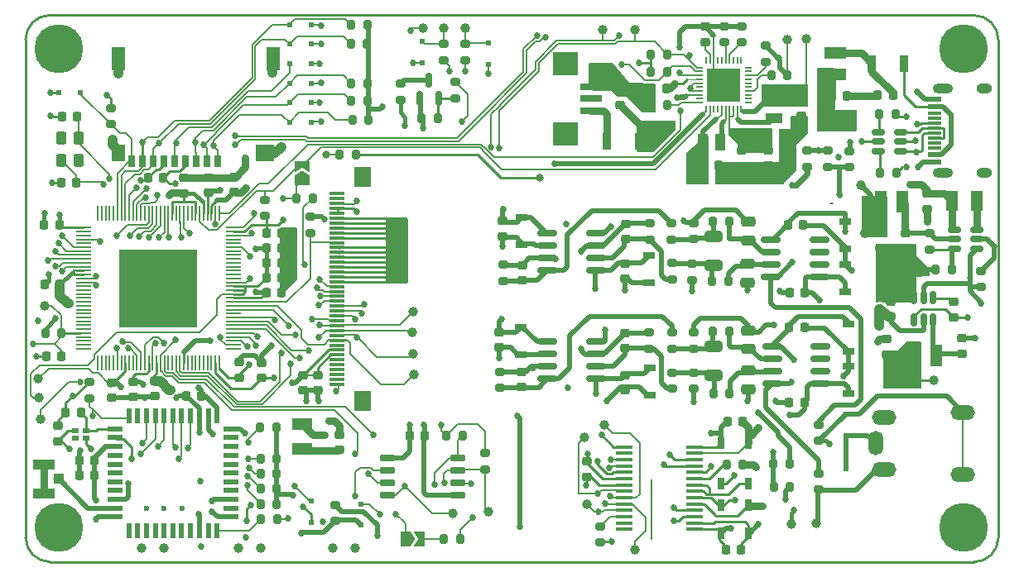
<source format=gbr>
%TF.GenerationSoftware,KiCad,Pcbnew,(6.0.4)*%
%TF.CreationDate,2023-03-22T18:48:27+03:00*%
%TF.ProjectId,mp3_test_board,6d70335f-7465-4737-945f-626f6172642e,rev?*%
%TF.SameCoordinates,Original*%
%TF.FileFunction,Copper,L4,Bot*%
%TF.FilePolarity,Positive*%
%FSLAX46Y46*%
G04 Gerber Fmt 4.6, Leading zero omitted, Abs format (unit mm)*
G04 Created by KiCad (PCBNEW (6.0.4)) date 2023-03-22 18:48:27*
%MOMM*%
%LPD*%
G01*
G04 APERTURE LIST*
G04 Aperture macros list*
%AMRoundRect*
0 Rectangle with rounded corners*
0 $1 Rounding radius*
0 $2 $3 $4 $5 $6 $7 $8 $9 X,Y pos of 4 corners*
0 Add a 4 corners polygon primitive as box body*
4,1,4,$2,$3,$4,$5,$6,$7,$8,$9,$2,$3,0*
0 Add four circle primitives for the rounded corners*
1,1,$1+$1,$2,$3*
1,1,$1+$1,$4,$5*
1,1,$1+$1,$6,$7*
1,1,$1+$1,$8,$9*
0 Add four rect primitives between the rounded corners*
20,1,$1+$1,$2,$3,$4,$5,0*
20,1,$1+$1,$4,$5,$6,$7,0*
20,1,$1+$1,$6,$7,$8,$9,0*
20,1,$1+$1,$8,$9,$2,$3,0*%
%AMFreePoly0*
4,1,6,1.000000,0.000000,0.500000,-0.750000,-0.500000,-0.750000,-0.500000,0.750000,0.500000,0.750000,1.000000,0.000000,1.000000,0.000000,$1*%
%AMFreePoly1*
4,1,6,0.500000,-0.750000,-0.650000,-0.750000,-0.150000,0.000000,-0.650000,0.750000,0.500000,0.750000,0.500000,-0.750000,0.500000,-0.750000,$1*%
G04 Aperture macros list end*
%TA.AperFunction,NonConductor*%
%ADD10C,0.200000*%
%TD*%
%TA.AperFunction,Profile*%
%ADD11C,0.250000*%
%TD*%
%TA.AperFunction,ComponentPad*%
%ADD12C,1.000000*%
%TD*%
%TA.AperFunction,ComponentPad*%
%ADD13C,5.000000*%
%TD*%
%TA.AperFunction,ComponentPad*%
%ADD14C,0.800000*%
%TD*%
%TA.AperFunction,SMDPad,CuDef*%
%ADD15R,1.500000X0.300000*%
%TD*%
%TA.AperFunction,SMDPad,CuDef*%
%ADD16R,1.700000X2.000000*%
%TD*%
%TA.AperFunction,SMDPad,CuDef*%
%ADD17RoundRect,0.225000X0.250000X-0.225000X0.250000X0.225000X-0.250000X0.225000X-0.250000X-0.225000X0*%
%TD*%
%TA.AperFunction,SMDPad,CuDef*%
%ADD18C,1.000000*%
%TD*%
%TA.AperFunction,SMDPad,CuDef*%
%ADD19RoundRect,0.200000X-0.200000X-0.275000X0.200000X-0.275000X0.200000X0.275000X-0.200000X0.275000X0*%
%TD*%
%TA.AperFunction,SMDPad,CuDef*%
%ADD20RoundRect,0.225000X-0.225000X-0.250000X0.225000X-0.250000X0.225000X0.250000X-0.225000X0.250000X0*%
%TD*%
%TA.AperFunction,SMDPad,CuDef*%
%ADD21RoundRect,0.200000X0.275000X-0.200000X0.275000X0.200000X-0.275000X0.200000X-0.275000X-0.200000X0*%
%TD*%
%TA.AperFunction,SMDPad,CuDef*%
%ADD22R,1.770000X1.100000*%
%TD*%
%TA.AperFunction,SMDPad,CuDef*%
%ADD23R,0.500000X0.500000*%
%TD*%
%TA.AperFunction,SMDPad,CuDef*%
%ADD24RoundRect,0.225000X0.225000X0.250000X-0.225000X0.250000X-0.225000X-0.250000X0.225000X-0.250000X0*%
%TD*%
%TA.AperFunction,SMDPad,CuDef*%
%ADD25RoundRect,0.200000X0.200000X0.275000X-0.200000X0.275000X-0.200000X-0.275000X0.200000X-0.275000X0*%
%TD*%
%TA.AperFunction,SMDPad,CuDef*%
%ADD26RoundRect,0.250000X0.650000X-0.325000X0.650000X0.325000X-0.650000X0.325000X-0.650000X-0.325000X0*%
%TD*%
%TA.AperFunction,SMDPad,CuDef*%
%ADD27R,1.240000X2.220000*%
%TD*%
%TA.AperFunction,SMDPad,CuDef*%
%ADD28R,1.200000X0.800000*%
%TD*%
%TA.AperFunction,SMDPad,CuDef*%
%ADD29RoundRect,0.250000X0.475000X-0.250000X0.475000X0.250000X-0.475000X0.250000X-0.475000X-0.250000X0*%
%TD*%
%TA.AperFunction,SMDPad,CuDef*%
%ADD30RoundRect,0.200000X-0.275000X0.200000X-0.275000X-0.200000X0.275000X-0.200000X0.275000X0.200000X0*%
%TD*%
%TA.AperFunction,SMDPad,CuDef*%
%ADD31R,0.800000X1.200000*%
%TD*%
%TA.AperFunction,SMDPad,CuDef*%
%ADD32R,1.050000X1.000000*%
%TD*%
%TA.AperFunction,SMDPad,CuDef*%
%ADD33R,2.200000X1.050000*%
%TD*%
%TA.AperFunction,SMDPad,CuDef*%
%ADD34FreePoly0,90.000000*%
%TD*%
%TA.AperFunction,SMDPad,CuDef*%
%ADD35FreePoly1,90.000000*%
%TD*%
%TA.AperFunction,SMDPad,CuDef*%
%ADD36RoundRect,0.225000X-0.250000X0.225000X-0.250000X-0.225000X0.250000X-0.225000X0.250000X0.225000X0*%
%TD*%
%TA.AperFunction,SMDPad,CuDef*%
%ADD37RoundRect,0.150000X-0.512500X-0.150000X0.512500X-0.150000X0.512500X0.150000X-0.512500X0.150000X0*%
%TD*%
%TA.AperFunction,SMDPad,CuDef*%
%ADD38RoundRect,0.150000X0.650000X0.150000X-0.650000X0.150000X-0.650000X-0.150000X0.650000X-0.150000X0*%
%TD*%
%TA.AperFunction,SMDPad,CuDef*%
%ADD39RoundRect,0.150000X-0.825000X-0.150000X0.825000X-0.150000X0.825000X0.150000X-0.825000X0.150000X0*%
%TD*%
%TA.AperFunction,SMDPad,CuDef*%
%ADD40R,0.730000X0.600000*%
%TD*%
%TA.AperFunction,SMDPad,CuDef*%
%ADD41R,2.000000X1.250000*%
%TD*%
%TA.AperFunction,SMDPad,CuDef*%
%ADD42FreePoly0,0.000000*%
%TD*%
%TA.AperFunction,SMDPad,CuDef*%
%ADD43FreePoly1,0.000000*%
%TD*%
%TA.AperFunction,ComponentPad*%
%ADD44O,1.500000X2.500000*%
%TD*%
%TA.AperFunction,ComponentPad*%
%ADD45O,2.500000X1.500000*%
%TD*%
%TA.AperFunction,SMDPad,CuDef*%
%ADD46R,0.820000X1.820000*%
%TD*%
%TA.AperFunction,SMDPad,CuDef*%
%ADD47RoundRect,0.062500X-0.062500X0.675000X-0.062500X-0.675000X0.062500X-0.675000X0.062500X0.675000X0*%
%TD*%
%TA.AperFunction,SMDPad,CuDef*%
%ADD48RoundRect,0.062500X-0.675000X0.062500X-0.675000X-0.062500X0.675000X-0.062500X0.675000X0.062500X0*%
%TD*%
%TA.AperFunction,SMDPad,CuDef*%
%ADD49R,8.000000X8.000000*%
%TD*%
%TA.AperFunction,SMDPad,CuDef*%
%ADD50R,1.450000X0.600000*%
%TD*%
%TA.AperFunction,SMDPad,CuDef*%
%ADD51R,1.450000X0.300000*%
%TD*%
%TA.AperFunction,ComponentPad*%
%ADD52O,2.100000X1.000000*%
%TD*%
%TA.AperFunction,ComponentPad*%
%ADD53O,1.600000X1.000000*%
%TD*%
%TA.AperFunction,SMDPad,CuDef*%
%ADD54RoundRect,0.150000X0.150000X-0.512500X0.150000X0.512500X-0.150000X0.512500X-0.150000X-0.512500X0*%
%TD*%
%TA.AperFunction,SMDPad,CuDef*%
%ADD55RoundRect,0.150000X0.150000X-0.587500X0.150000X0.587500X-0.150000X0.587500X-0.150000X-0.587500X0*%
%TD*%
%TA.AperFunction,SMDPad,CuDef*%
%ADD56R,2.200000X0.800000*%
%TD*%
%TA.AperFunction,SMDPad,CuDef*%
%ADD57R,2.500000X2.350000*%
%TD*%
%TA.AperFunction,SMDPad,CuDef*%
%ADD58R,1.500000X0.600000*%
%TD*%
%TA.AperFunction,SMDPad,CuDef*%
%ADD59R,0.600000X1.500000*%
%TD*%
%TA.AperFunction,SMDPad,CuDef*%
%ADD60C,0.600000*%
%TD*%
%TA.AperFunction,SMDPad,CuDef*%
%ADD61R,2.220000X1.240000*%
%TD*%
%TA.AperFunction,SMDPad,CuDef*%
%ADD62RoundRect,0.275000X-0.275000X0.375000X-0.275000X-0.375000X0.275000X-0.375000X0.275000X0.375000X0*%
%TD*%
%TA.AperFunction,SMDPad,CuDef*%
%ADD63R,0.700000X1.300000*%
%TD*%
%TA.AperFunction,SMDPad,CuDef*%
%ADD64R,1.447800X1.651000*%
%TD*%
%TA.AperFunction,SMDPad,CuDef*%
%ADD65R,1.854200X1.651000*%
%TD*%
%TA.AperFunction,SMDPad,CuDef*%
%ADD66R,1.447800X2.438400*%
%TD*%
%TA.AperFunction,SMDPad,CuDef*%
%ADD67O,0.200000X0.800000*%
%TD*%
%TA.AperFunction,SMDPad,CuDef*%
%ADD68O,0.800000X0.200000*%
%TD*%
%TA.AperFunction,SMDPad,CuDef*%
%ADD69R,3.400000X3.400000*%
%TD*%
%TA.AperFunction,SMDPad,CuDef*%
%ADD70R,1.750000X0.450000*%
%TD*%
%TA.AperFunction,SMDPad,CuDef*%
%ADD71RoundRect,0.150000X0.512500X0.150000X-0.512500X0.150000X-0.512500X-0.150000X0.512500X-0.150000X0*%
%TD*%
%TA.AperFunction,SMDPad,CuDef*%
%ADD72R,1.250000X2.000000*%
%TD*%
%TA.AperFunction,SMDPad,CuDef*%
%ADD73R,1.100000X1.770000*%
%TD*%
%TA.AperFunction,ViaPad*%
%ADD74C,0.685800*%
%TD*%
%TA.AperFunction,ViaPad*%
%ADD75C,0.800000*%
%TD*%
%TA.AperFunction,Conductor*%
%ADD76C,0.254000*%
%TD*%
%TA.AperFunction,Conductor*%
%ADD77C,0.508000*%
%TD*%
%TA.AperFunction,Conductor*%
%ADD78C,0.127000*%
%TD*%
%TA.AperFunction,Conductor*%
%ADD79C,0.250000*%
%TD*%
%TA.AperFunction,Conductor*%
%ADD80C,0.400000*%
%TD*%
%TA.AperFunction,Conductor*%
%ADD81C,1.016000*%
%TD*%
%TA.AperFunction,Conductor*%
%ADD82C,0.762000*%
%TD*%
%TA.AperFunction,Conductor*%
%ADD83C,0.800000*%
%TD*%
%TA.AperFunction,Conductor*%
%ADD84C,0.120000*%
%TD*%
%TA.AperFunction,Conductor*%
%ADD85C,0.200000*%
%TD*%
%TA.AperFunction,Conductor*%
%ADD86C,0.600000*%
%TD*%
%TA.AperFunction,Conductor*%
%ADD87C,0.500000*%
%TD*%
G04 APERTURE END LIST*
D10*
X158770000Y-62510000D02*
X158990000Y-62510000D01*
X140480000Y-90830000D02*
X140480000Y-96850000D01*
D11*
X173460000Y-99250000D02*
G75*
G03*
X175960000Y-96750000I-100J2500100D01*
G01*
X175960000Y-45750000D02*
G75*
G03*
X173460000Y-43250000I-2500000J0D01*
G01*
X78967767Y-43232167D02*
G75*
G03*
X76467767Y-45732233I33J-2500033D01*
G01*
X76467767Y-45732233D02*
X76467767Y-96732233D01*
X78967767Y-99232233D02*
X173467767Y-99232233D01*
X175960000Y-96750000D02*
X175960000Y-45750000D01*
X173467767Y-43232233D02*
X78967767Y-43232233D01*
X76467767Y-96732233D02*
G75*
G03*
X78967767Y-99232233I2500033J33D01*
G01*
D12*
%TO.P,SW7,*%
%TO.N,*%
X107850000Y-97852500D03*
X110150000Y-97852500D03*
%TD*%
%TO.P,SW6,*%
%TO.N,*%
X100550000Y-97780000D03*
X98250000Y-97780000D03*
%TD*%
D13*
%TO.P,H4,1*%
%TO.N,N/C*%
X172400000Y-46700000D03*
D14*
X173725825Y-48025825D03*
X174275000Y-46700000D03*
X170525000Y-46700000D03*
X171074175Y-48025825D03*
X173725825Y-45374175D03*
X172400000Y-44825000D03*
X171074175Y-45374175D03*
X172400000Y-48575000D03*
%TD*%
%TO.P,H2,1*%
%TO.N,N/C*%
X79900000Y-48575000D03*
X81225825Y-45374175D03*
X78574175Y-45374175D03*
D13*
X79900000Y-46700000D03*
D14*
X79900000Y-44825000D03*
X81225825Y-48025825D03*
X81775000Y-46700000D03*
X78574175Y-48025825D03*
X78025000Y-46700000D03*
%TD*%
D15*
%TO.P,P1,1,GND*%
%TO.N,GND*%
X108305936Y-81036943D03*
%TO.P,P1,2,NC*%
%TO.N,unconnected-(P1-Pad2)*%
X108305936Y-80536943D03*
%TO.P,P1,3,NC*%
%TO.N,unconnected-(P1-Pad3)*%
X108305936Y-80036943D03*
%TO.P,P1,4,NC*%
%TO.N,unconnected-(P1-Pad4)*%
X108305936Y-79536943D03*
%TO.P,P1,5,NC*%
%TO.N,unconnected-(P1-Pad5)*%
X108305936Y-79036943D03*
%TO.P,P1,6,NC*%
%TO.N,unconnected-(P1-Pad6)*%
X108305936Y-78536943D03*
%TO.P,P1,7,VCI*%
%TO.N,+3V3*%
X108305936Y-78036943D03*
%TO.P,P1,8,IOVCC*%
X108305936Y-77536943D03*
%TO.P,P1,9,TE*%
%TO.N,unconnected-(P1-Pad9)*%
X108305936Y-77036943D03*
%TO.P,P1,10,CS*%
%TO.N,/SOC/LCD_CS*%
X108305936Y-76536943D03*
%TO.P,P1,11,D/CX*%
%TO.N,/SOC/LCD_RS*%
X108305936Y-76036943D03*
%TO.P,P1,12,WR*%
%TO.N,/SOC/LCD_WR*%
X108305936Y-75536943D03*
%TO.P,P1,13,RD*%
%TO.N,/SOC/LCD_RD*%
X108305936Y-75036943D03*
%TO.P,P1,14,DB0*%
%TO.N,/SOC/LCD_D3*%
X108305936Y-74536943D03*
%TO.P,P1,15,DB1*%
%TO.N,/SOC/LCD_D4*%
X108305936Y-74036943D03*
%TO.P,P1,16,DB2*%
%TO.N,/SOC/LCD_D5*%
X108305936Y-73536943D03*
%TO.P,P1,17,DB3*%
%TO.N,/SOC/LCD_D6*%
X108305936Y-73036943D03*
%TO.P,P1,18,DB4*%
%TO.N,/SOC/LCD_D7*%
X108305936Y-72536943D03*
%TO.P,P1,19,DB5*%
%TO.N,/SOC/LCD_D10*%
X108305936Y-72036943D03*
%TO.P,P1,20,DB6*%
%TO.N,/SOC/LCD_D11*%
X108305936Y-71536943D03*
%TO.P,P1,21,DB7*%
%TO.N,/SOC/LCD_D12*%
X108305936Y-71036943D03*
%TO.P,P1,22,DB8*%
%TO.N,GND*%
X108305936Y-70536943D03*
%TO.P,P1,23,DB9*%
X108305936Y-70036943D03*
%TO.P,P1,24,DB10*%
X108305936Y-69536943D03*
%TO.P,P1,25,DB11*%
X108305936Y-69036943D03*
%TO.P,P1,26,DB12*%
X108305936Y-68536943D03*
%TO.P,P1,27,DB13*%
X108305936Y-68036943D03*
%TO.P,P1,28,DB14*%
X108305936Y-67536943D03*
%TO.P,P1,29,DB15*%
X108305936Y-67036943D03*
%TO.P,P1,30,RESET*%
%TO.N,/SOC/LCD_EN*%
X108305936Y-66536943D03*
%TO.P,P1,31,IM0*%
%TO.N,GND*%
X108305936Y-66036943D03*
%TO.P,P1,32,IM1*%
X108305936Y-65536943D03*
%TO.P,P1,33,IM2*%
X108305936Y-65036943D03*
%TO.P,P1,34,DB16*%
X108305936Y-64536943D03*
%TO.P,P1,35,DB17*%
X108305936Y-64036943D03*
%TO.P,P1,36,LEDK*%
%TO.N,+3V3*%
X108305936Y-63536943D03*
%TO.P,P1,37,LEDK*%
X108305936Y-63036943D03*
%TO.P,P1,38,LEDA*%
%TO.N,Net-(P1-Pad38)*%
X108305936Y-62536943D03*
%TO.P,P1,39,SDI*%
%TO.N,unconnected-(P1-Pad39)*%
X108305936Y-62036943D03*
%TO.P,P1,40,SDO*%
%TO.N,unconnected-(P1-Pad40)*%
X108305936Y-61536943D03*
D16*
%TO.P,P1,41*%
%TO.N,N/C*%
X110905936Y-59836943D03*
%TO.P,P1,42*%
X110905936Y-82736943D03*
%TD*%
D14*
%TO.P,H1,1*%
%TO.N,N/C*%
X81225825Y-97025825D03*
X81775000Y-95700000D03*
X78574175Y-97025825D03*
D13*
X79900000Y-95700000D03*
D14*
X79900000Y-93825000D03*
X79900000Y-97575000D03*
X81225825Y-94374175D03*
X78025000Y-95700000D03*
X78574175Y-94374175D03*
%TD*%
D12*
%TO.P,SW8,*%
%TO.N,*%
X88350000Y-97780000D03*
X90650000Y-97780000D03*
%TD*%
D14*
%TO.P,H3,1*%
%TO.N,N/C*%
X174275000Y-95700000D03*
X173725825Y-97025825D03*
X171074175Y-94374175D03*
X171074175Y-97025825D03*
D13*
X172400000Y-95700000D03*
D14*
X170525000Y-95700000D03*
X173725825Y-94374175D03*
X172400000Y-97575000D03*
X172400000Y-93825000D03*
%TD*%
D17*
%TO.P,C18,1*%
%TO.N,+1V8A*%
X98321747Y-80348555D03*
%TO.P,C18,2*%
%TO.N,GND*%
X98321747Y-78798555D03*
%TD*%
D18*
%TO.P,TP17,1,1*%
%TO.N,+0V9*%
X77961747Y-84613555D03*
%TD*%
D19*
%TO.P,R38,1*%
%TO.N,Net-(C47-Pad1)*%
X146685000Y-70510000D03*
%TO.P,R38,2*%
%TO.N,Net-(C50-Pad2)*%
X148335000Y-70510000D03*
%TD*%
D20*
%TO.P,C35,1*%
%TO.N,GND*%
X154607700Y-71653938D03*
%TO.P,C35,2*%
%TO.N,+5VA*%
X156157700Y-71653938D03*
%TD*%
D21*
%TO.P,R13,1*%
%TO.N,Net-(R12-Pad2)*%
X160722700Y-58788938D03*
%TO.P,R13,2*%
%TO.N,Net-(R13-Pad2)*%
X160722700Y-57138938D03*
%TD*%
D22*
%TO.P,L2,1,1*%
%TO.N,Net-(L2-Pad1)*%
X152985000Y-53765000D03*
%TO.P,L2,2,2*%
%TO.N,+3V3*%
X152985000Y-51995000D03*
%TD*%
D23*
%TO.P,D6,1,A1*%
%TO.N,GND*%
X105650000Y-52200000D03*
%TO.P,D6,2,A2*%
%TO.N,/SOC/SDC_D3*%
X103450000Y-52200000D03*
%TD*%
D20*
%TO.P,C14,1*%
%TO.N,+1V8B*%
X101095000Y-70120000D03*
%TO.P,C14,2*%
%TO.N,GND*%
X102645000Y-70120000D03*
%TD*%
%TO.P,C12,1*%
%TO.N,+1V8B*%
X101095000Y-67120000D03*
%TO.P,C12,2*%
%TO.N,GND*%
X102645000Y-67120000D03*
%TD*%
D24*
%TO.P,C17,1*%
%TO.N,+0V9*%
X79965000Y-70850000D03*
%TO.P,C17,2*%
%TO.N,GND*%
X78415000Y-70850000D03*
%TD*%
D18*
%TO.P,TP13,1,1*%
%TO.N,Net-(D10-Pad2)*%
X154800000Y-95353938D03*
%TD*%
D25*
%TO.P,R62,1*%
%TO.N,+3V3*%
X102126747Y-88653555D03*
%TO.P,R62,2*%
%TO.N,/SOC/WIFI_SDIO_D0*%
X100476747Y-88653555D03*
%TD*%
D19*
%TO.P,R37,1*%
%TO.N,Net-(C47-Pad2)*%
X146775000Y-64350000D03*
%TO.P,R37,2*%
%TO.N,Net-(C49-Pad1)*%
X148425000Y-64350000D03*
%TD*%
D26*
%TO.P,C48,1*%
%TO.N,Net-(C48-Pad1)*%
X146820000Y-80145000D03*
%TO.P,C48,2*%
%TO.N,Net-(C48-Pad2)*%
X146820000Y-77195000D03*
%TD*%
D18*
%TO.P,TP23,1,1*%
%TO.N,/NewDAC/I2S_MCLK*%
X133620400Y-86492876D03*
%TD*%
D25*
%TO.P,R20,1*%
%TO.N,/SOC/USB_DP*%
X165425000Y-53400000D03*
%TO.P,R20,2*%
%TO.N,Net-(R20-Pad2)*%
X163775000Y-53400000D03*
%TD*%
D27*
%TO.P,FB3,1*%
%TO.N,Net-(C73-Pad1)*%
X166142700Y-62383938D03*
%TO.P,FB3,2*%
%TO.N,+5VA*%
X163962700Y-62383938D03*
%TD*%
D23*
%TO.P,D9,1,A1*%
%TO.N,GND*%
X160350000Y-89700000D03*
%TO.P,D9,2,A2*%
%TO.N,Net-(D9-Pad2)*%
X160350000Y-91900000D03*
%TD*%
D28*
%TO.P,C54,1*%
%TO.N,GND*%
X160300000Y-67175000D03*
%TO.P,C54,2*%
%TO.N,-5VA*%
X160300000Y-64375000D03*
%TD*%
D21*
%TO.P,R33,1*%
%TO.N,Net-(C47-Pad2)*%
X144790000Y-66175000D03*
%TO.P,R33,2*%
%TO.N,Net-(C49-Pad2)*%
X144790000Y-64525000D03*
%TD*%
D18*
%TO.P,TP22,1,1*%
%TO.N,/NewDAC/I2S_BCLK*%
X135680400Y-85242876D03*
%TD*%
D29*
%TO.P,C52,1*%
%TO.N,GND*%
X150400000Y-81550000D03*
%TO.P,C52,2*%
%TO.N,Net-(C52-Pad2)*%
X150400000Y-79650000D03*
%TD*%
D30*
%TO.P,R12,1*%
%TO.N,Net-(R11-Pad2)*%
X158532700Y-57108938D03*
%TO.P,R12,2*%
%TO.N,Net-(R12-Pad2)*%
X158532700Y-58758938D03*
%TD*%
D18*
%TO.P,TP9,1,1*%
%TO.N,Net-(D13-Pad2)*%
X121400000Y-44600000D03*
%TD*%
D31*
%TO.P,C31,1*%
%TO.N,+5VA*%
X147607700Y-91178938D03*
%TO.P,C31,2*%
%TO.N,Net-(C31-Pad2)*%
X150407700Y-91178938D03*
%TD*%
D25*
%TO.P,R56,1*%
%TO.N,+3V3*%
X111355000Y-46150000D03*
%TO.P,R56,2*%
%TO.N,/SOC/SDC_D0*%
X109705000Y-46150000D03*
%TD*%
%TO.P,R43,1*%
%TO.N,/NewDAC/I2C_SCL*%
X142085000Y-49050000D03*
%TO.P,R43,2*%
%TO.N,+3V3*%
X140435000Y-49050000D03*
%TD*%
D20*
%TO.P,C13,1*%
%TO.N,+1V8B*%
X101095000Y-68620000D03*
%TO.P,C13,2*%
%TO.N,GND*%
X102645000Y-68620000D03*
%TD*%
D17*
%TO.P,C20,1*%
%TO.N,GND*%
X137782700Y-81678938D03*
%TO.P,C20,2*%
%TO.N,+5VA*%
X137782700Y-80128938D03*
%TD*%
D32*
%TO.P,RF1,1,SIG*%
%TO.N,Net-(RF1-Pad1)*%
X79841747Y-90733555D03*
D33*
%TO.P,RF1,2,GND*%
%TO.N,GND*%
X78321747Y-92203555D03*
%TO.P,RF1,3,GND*%
X78321747Y-89263555D03*
%TD*%
D24*
%TO.P,C56,1*%
%TO.N,+3V3*%
X83536747Y-88833555D03*
%TO.P,C56,2*%
%TO.N,GND*%
X81986747Y-88833555D03*
%TD*%
D21*
%TO.P,R30,1*%
%TO.N,Net-(C43-Pad2)*%
X142600000Y-81500000D03*
%TO.P,R30,2*%
%TO.N,Net-(C48-Pad1)*%
X142600000Y-79850000D03*
%TD*%
D28*
%TO.P,C29,1*%
%TO.N,+5VA*%
X140200000Y-67875000D03*
%TO.P,C29,2*%
%TO.N,GND*%
X140200000Y-70675000D03*
%TD*%
%TO.P,C53,1*%
%TO.N,+5VA*%
X160300000Y-71575000D03*
%TO.P,C53,2*%
%TO.N,GND*%
X160300000Y-68775000D03*
%TD*%
D18*
%TO.P,TP1,1,1*%
%TO.N,/SOC/LCD_CS*%
X116220000Y-80000000D03*
%TD*%
%TO.P,TP12,1,1*%
%TO.N,/SOC/FLASH_SPI_MOSI*%
X120131747Y-94288555D03*
%TD*%
D34*
%TO.P,JP2,1,A*%
%TO.N,GND*%
X104780000Y-60145000D03*
D35*
%TO.P,JP2,2,B*%
%TO.N,/Power/RESET*%
X104780000Y-58695000D03*
%TD*%
D25*
%TO.P,R45,1*%
%TO.N,/NewDAC/I2C_SDIN*%
X142085000Y-47250000D03*
%TO.P,R45,2*%
%TO.N,+3V3*%
X140435000Y-47250000D03*
%TD*%
D18*
%TO.P,TP15,1,1*%
%TO.N,VCC*%
X154332700Y-45763938D03*
%TD*%
D21*
%TO.P,R23,1*%
%TO.N,+3V3*%
X135230400Y-97237876D03*
%TO.P,R23,2*%
%TO.N,Net-(R23-Pad2)*%
X135230400Y-95587876D03*
%TD*%
%TO.P,R36,1*%
%TO.N,GND*%
X144800000Y-81500000D03*
%TO.P,R36,2*%
%TO.N,Net-(C48-Pad1)*%
X144800000Y-79850000D03*
%TD*%
%TO.P,R21,1*%
%TO.N,/SOC/FLASH_SPI_MISO*%
X123471747Y-89763555D03*
%TO.P,R21,2*%
%TO.N,+3V3*%
X123471747Y-88113555D03*
%TD*%
D36*
%TO.P,C2,1*%
%TO.N,+3V3*%
X104821747Y-80098555D03*
%TO.P,C2,2*%
%TO.N,GND*%
X104821747Y-81648555D03*
%TD*%
D29*
%TO.P,C49,1*%
%TO.N,Net-(C49-Pad1)*%
X150420000Y-66310000D03*
%TO.P,C49,2*%
%TO.N,Net-(C49-Pad2)*%
X150420000Y-64410000D03*
%TD*%
D17*
%TO.P,C4,1*%
%TO.N,+1V8A*%
X92652700Y-61458938D03*
%TO.P,C4,2*%
%TO.N,GND*%
X92652700Y-59908938D03*
%TD*%
D37*
%TO.P,U2,1,I/O1*%
%TO.N,Net-(R19-Pad2)*%
X163662500Y-57150000D03*
%TO.P,U2,2,GND*%
%TO.N,GND*%
X163662500Y-56200000D03*
%TO.P,U2,3,I/O2*%
%TO.N,Net-(R20-Pad2)*%
X163662500Y-55250000D03*
%TO.P,U2,4,I/O2*%
%TO.N,Net-(P2-PadA6)*%
X165937500Y-55250000D03*
%TO.P,U2,5,VBUS*%
%TO.N,VBUS*%
X165937500Y-56200000D03*
%TO.P,U2,6,I/O1*%
%TO.N,Net-(P2-PadA7)*%
X165937500Y-57150000D03*
%TD*%
D36*
%TO.P,C19,1*%
%TO.N,+0V9*%
X89681747Y-80728555D03*
%TO.P,C19,2*%
%TO.N,GND*%
X89681747Y-82278555D03*
%TD*%
D18*
%TO.P,TP20,1,1*%
%TO.N,+5VA*%
X161932700Y-60663938D03*
%TD*%
D26*
%TO.P,C47,1*%
%TO.N,Net-(C47-Pad1)*%
X146795000Y-68850000D03*
%TO.P,C47,2*%
%TO.N,Net-(C47-Pad2)*%
X146795000Y-65900000D03*
%TD*%
D23*
%TO.P,D4,1,A1*%
%TO.N,GND*%
X105650000Y-48200000D03*
%TO.P,D4,2,A2*%
%TO.N,/SOC/SDC_CLK*%
X103450000Y-48200000D03*
%TD*%
D21*
%TO.P,R3,1*%
%TO.N,/SOC/LCD_EN*%
X105590000Y-65525000D03*
%TO.P,R3,2*%
%TO.N,+3V3*%
X105590000Y-63875000D03*
%TD*%
D38*
%TO.P,U3,1,CS*%
%TO.N,/SOC/FLASH_SPI_CS*%
X120701747Y-88563555D03*
%TO.P,U3,2,DO(IO1)*%
%TO.N,/SOC/FLASH_SPI_MISO*%
X120701747Y-89833555D03*
%TO.P,U3,3,WP(IO2)*%
%TO.N,/SOC/FLASH_SPI_WP*%
X120701747Y-91103555D03*
%TO.P,U3,4,GND*%
%TO.N,GND*%
X120701747Y-92373555D03*
%TO.P,U3,5,DI(IO0)*%
%TO.N,/SOC/FLASH_SPI_MOSI*%
X113501747Y-92373555D03*
%TO.P,U3,6,CLK*%
%TO.N,/SOC/FLASH_SPI_CLK*%
X113501747Y-91103555D03*
%TO.P,U3,7,HOLD*%
%TO.N,/SOC/FLASH_SPI_HOLD*%
X113501747Y-89833555D03*
%TO.P,U3,8,VCC*%
%TO.N,+3V3*%
X113501747Y-88563555D03*
%TD*%
D39*
%TO.P,U8,1*%
%TO.N,Net-(C51-Pad2)*%
X152825000Y-81005000D03*
%TO.P,U8,2,-*%
%TO.N,Net-(C52-Pad2)*%
X152825000Y-79735000D03*
%TO.P,U8,3,+*%
%TO.N,Net-(C51-Pad1)*%
X152825000Y-78465000D03*
%TO.P,U8,4,V-*%
%TO.N,-5VA*%
X152825000Y-77195000D03*
%TO.P,U8,5*%
%TO.N,N/C*%
X157775000Y-77195000D03*
%TO.P,U8,6*%
X157775000Y-78465000D03*
%TO.P,U8,7*%
X157775000Y-79735000D03*
%TO.P,U8,8,V+*%
%TO.N,+5VA*%
X157775000Y-81005000D03*
%TD*%
D17*
%TO.P,C61,1*%
%TO.N,Net-(C61-Pad1)*%
X137300000Y-52475000D03*
%TO.P,C61,2*%
%TO.N,GND*%
X137300000Y-50925000D03*
%TD*%
D18*
%TO.P,TP14,1,1*%
%TO.N,Net-(D9-Pad2)*%
X157300000Y-95300000D03*
%TD*%
D24*
%TO.P,C59,1*%
%TO.N,+3V3*%
X83506747Y-90403555D03*
%TO.P,C59,2*%
%TO.N,GND*%
X81956747Y-90403555D03*
%TD*%
D28*
%TO.P,C30,1*%
%TO.N,GND*%
X127200000Y-66775000D03*
%TO.P,C30,2*%
%TO.N,-5VA*%
X127200000Y-63975000D03*
%TD*%
D25*
%TO.P,R58,1*%
%TO.N,+3V3*%
X102166747Y-91763555D03*
%TO.P,R58,2*%
%TO.N,/SOC/WIFI_SDIO_D2*%
X100516747Y-91763555D03*
%TD*%
D18*
%TO.P,TP3,1,1*%
%TO.N,/SOC/LCD_WR*%
X116032700Y-75723938D03*
%TD*%
D23*
%TO.P,D2,1,A1*%
%TO.N,GND*%
X105650000Y-44200000D03*
%TO.P,D2,2,A2*%
%TO.N,/SOC/SDC_D1*%
X103450000Y-44200000D03*
%TD*%
D17*
%TO.P,C70,1*%
%TO.N,+5VA*%
X164952700Y-74138938D03*
%TO.P,C70,2*%
%TO.N,GND*%
X164952700Y-72588938D03*
%TD*%
D18*
%TO.P,TP8,1,1*%
%TO.N,GND*%
X117080000Y-44600000D03*
%TD*%
D36*
%TO.P,C68,1*%
%TO.N,VCC*%
X152405000Y-57095000D03*
%TO.P,C68,2*%
%TO.N,GND*%
X152405000Y-58645000D03*
%TD*%
D25*
%TO.P,R2,1*%
%TO.N,Net-(Q1-Pad1)*%
X118607500Y-53800000D03*
%TO.P,R2,2*%
%TO.N,GND*%
X116957500Y-53800000D03*
%TD*%
D40*
%TO.P,Y2,1,1*%
%TO.N,Net-(C76-Pad2)*%
X81581747Y-85793555D03*
%TO.P,Y2,2,2*%
%TO.N,Net-(C77-Pad2)*%
X82681747Y-85793555D03*
%TO.P,Y2,3,3*%
%TO.N,GND*%
X82681747Y-86593555D03*
%TO.P,Y2,4*%
%TO.N,N/C*%
X81581747Y-86593555D03*
%TD*%
D21*
%TO.P,R11,1*%
%TO.N,Net-(R10-Pad2)*%
X156422700Y-58768938D03*
%TO.P,R11,2*%
%TO.N,Net-(R11-Pad2)*%
X156422700Y-57118938D03*
%TD*%
D41*
%TO.P,L1,1,1*%
%TO.N,Net-(L1-Pad1)*%
X104711747Y-85108555D03*
%TO.P,L1,2,2*%
%TO.N,Net-(C60-Pad1)*%
X104711747Y-87658555D03*
%TD*%
D18*
%TO.P,TP19,1,1*%
%TO.N,-5VA*%
X169382700Y-80623938D03*
%TD*%
D21*
%TO.P,R34,1*%
%TO.N,GND*%
X144625000Y-70365000D03*
%TO.P,R34,2*%
%TO.N,Net-(C47-Pad1)*%
X144625000Y-68715000D03*
%TD*%
D27*
%TO.P,FB2,1*%
%TO.N,Net-(C72-Pad1)*%
X169572700Y-78073938D03*
%TO.P,FB2,2*%
%TO.N,-5VA*%
X167392700Y-78073938D03*
%TD*%
D36*
%TO.P,C34,1*%
%TO.N,-5VA*%
X124932700Y-75678938D03*
%TO.P,C34,2*%
%TO.N,GND*%
X124932700Y-77228938D03*
%TD*%
D20*
%TO.P,C6,1*%
%TO.N,GND*%
X80185000Y-53610000D03*
%TO.P,C6,2*%
%TO.N,Net-(C6-Pad2)*%
X81735000Y-53610000D03*
%TD*%
D30*
%TO.P,R7,1*%
%TO.N,Net-(R7-Pad1)*%
X108161747Y-93383555D03*
%TO.P,R7,2*%
%TO.N,/SOC/KEYS*%
X108161747Y-95033555D03*
%TD*%
D21*
%TO.P,R22,1*%
%TO.N,/SOC/SDC_PLUG*%
X85200000Y-54425000D03*
%TO.P,R22,2*%
%TO.N,+3V3*%
X85200000Y-52775000D03*
%TD*%
D20*
%TO.P,C15,1*%
%TO.N,+0V9*%
X101095000Y-71620000D03*
%TO.P,C15,2*%
%TO.N,GND*%
X102645000Y-71620000D03*
%TD*%
D25*
%TO.P,R17,1*%
%TO.N,/SOC/FLASH_SPI_CS*%
X121146747Y-86278555D03*
%TO.P,R17,2*%
%TO.N,+3V3*%
X119496747Y-86278555D03*
%TD*%
D20*
%TO.P,C55,1*%
%TO.N,-5VA*%
X154557700Y-75253938D03*
%TO.P,C55,2*%
%TO.N,GND*%
X156107700Y-75253938D03*
%TD*%
D25*
%TO.P,R9,1*%
%TO.N,Net-(R7-Pad1)*%
X154637700Y-91533938D03*
%TO.P,R9,2*%
%TO.N,Net-(R10-Pad1)*%
X152987700Y-91533938D03*
%TD*%
%TO.P,R60,1*%
%TO.N,+3V3*%
X102166747Y-90203555D03*
%TO.P,R60,2*%
%TO.N,/SOC/WIFI_SDIO_CMD*%
X100516747Y-90203555D03*
%TD*%
D28*
%TO.P,C58,1*%
%TO.N,GND*%
X160600000Y-77700000D03*
%TO.P,C58,2*%
%TO.N,-5VA*%
X160600000Y-74900000D03*
%TD*%
D24*
%TO.P,C10,1*%
%TO.N,+3V3*%
X79905000Y-64730000D03*
%TO.P,C10,2*%
%TO.N,GND*%
X78355000Y-64730000D03*
%TD*%
D21*
%TO.P,R4,1*%
%TO.N,Net-(Q1-Pad1)*%
X120432500Y-51745000D03*
%TO.P,R4,2*%
%TO.N,/SOC/LCD_PWM*%
X120432500Y-50095000D03*
%TD*%
D25*
%TO.P,R15,1*%
%TO.N,+3V3*%
X111425000Y-52000000D03*
%TO.P,R15,2*%
%TO.N,/SOC/SDC_D3*%
X109775000Y-52000000D03*
%TD*%
D29*
%TO.P,C51,1*%
%TO.N,Net-(C51-Pad1)*%
X150400000Y-77425000D03*
%TO.P,C51,2*%
%TO.N,Net-(C51-Pad2)*%
X150400000Y-75525000D03*
%TD*%
D20*
%TO.P,C77,1*%
%TO.N,GND*%
X80576747Y-83953555D03*
%TO.P,C77,2*%
%TO.N,Net-(C77-Pad2)*%
X82126747Y-83953555D03*
%TD*%
D21*
%TO.P,R32,1*%
%TO.N,Net-(C44-Pad2)*%
X142600000Y-70300000D03*
%TO.P,R32,2*%
%TO.N,Net-(C47-Pad1)*%
X142600000Y-68650000D03*
%TD*%
D19*
%TO.P,R6,1*%
%TO.N,Net-(JP1-Pad2)*%
X119246747Y-96908555D03*
%TO.P,R6,2*%
%TO.N,/SOC/FLASH_SPI_CS*%
X120896747Y-96908555D03*
%TD*%
D30*
%TO.P,R55,1*%
%TO.N,GND*%
X149750000Y-44375000D03*
%TO.P,R55,2*%
%TO.N,Net-(R55-Pad2)*%
X149750000Y-46025000D03*
%TD*%
D24*
%TO.P,C25,1*%
%TO.N,Net-(C25-Pad1)*%
X165175000Y-51400000D03*
%TO.P,C25,2*%
%TO.N,GND*%
X163625000Y-51400000D03*
%TD*%
D25*
%TO.P,R65,1*%
%TO.N,+3V3*%
X102116747Y-85473555D03*
%TO.P,R65,2*%
%TO.N,/SOC/WIFI_SDIO_D1*%
X100466747Y-85473555D03*
%TD*%
D18*
%TO.P,TP11,1,1*%
%TO.N,/SOC/FLASH_SPI_MISO*%
X123831747Y-94088555D03*
%TD*%
D30*
%TO.P,R54,1*%
%TO.N,GND*%
X147950000Y-44375000D03*
%TO.P,R54,2*%
%TO.N,Net-(R54-Pad2)*%
X147950000Y-46025000D03*
%TD*%
D23*
%TO.P,D1,1,A1*%
%TO.N,GND*%
X110780000Y-93290000D03*
%TO.P,D1,2,A2*%
%TO.N,/SOC/KEYS*%
X110780000Y-95490000D03*
%TD*%
D17*
%TO.P,C8,1*%
%TO.N,+3V3*%
X95202700Y-61408938D03*
%TO.P,C8,2*%
%TO.N,GND*%
X95202700Y-59858938D03*
%TD*%
D19*
%TO.P,R49,1*%
%TO.N,Net-(R49-Pad1)*%
X152725000Y-49400000D03*
%TO.P,R49,2*%
%TO.N,VCC*%
X154375000Y-49400000D03*
%TD*%
D42*
%TO.P,JP1,1,A*%
%TO.N,GND*%
X115336747Y-96878555D03*
D43*
%TO.P,JP1,2,B*%
%TO.N,Net-(JP1-Pad2)*%
X116786747Y-96878555D03*
%TD*%
D30*
%TO.P,R52,1*%
%TO.N,Net-(D14-Pad2)*%
X119200000Y-46175000D03*
%TO.P,R52,2*%
%TO.N,DEBUG_UART_TX*%
X119200000Y-47825000D03*
%TD*%
D25*
%TO.P,R53,1*%
%TO.N,Net-(R53-Pad1)*%
X105825000Y-62000000D03*
%TO.P,R53,2*%
%TO.N,GND*%
X104175000Y-62000000D03*
%TD*%
D44*
%TO.P,J2,1,1*%
%TO.N,GND*%
X163395000Y-87100000D03*
D45*
%TO.P,J2,2,2*%
%TO.N,unconnected-(J2-Pad2)*%
X164295000Y-84450000D03*
%TO.P,J2,3,3*%
%TO.N,Net-(D10-Pad2)*%
X172295000Y-90300000D03*
X172295000Y-83900000D03*
%TO.P,J2,4,4*%
%TO.N,Net-(D9-Pad2)*%
X164295000Y-89750000D03*
%TD*%
D25*
%TO.P,R14,1*%
%TO.N,+3V3*%
X111545000Y-53930000D03*
%TO.P,R14,2*%
%TO.N,/SOC/SDC_D2*%
X109895000Y-53930000D03*
%TD*%
D46*
%TO.P,F2,1*%
%TO.N,Net-(D11-Pad1)*%
X135900000Y-56200000D03*
%TO.P,F2,2*%
%TO.N,Net-(C61-Pad1)*%
X139200000Y-56200000D03*
%TD*%
D30*
%TO.P,R31,1*%
%TO.N,Net-(C41-Pad2)*%
X142545000Y-64550000D03*
%TO.P,R31,2*%
%TO.N,Net-(C47-Pad2)*%
X142545000Y-66200000D03*
%TD*%
D31*
%TO.P,C38,1*%
%TO.N,+5VA*%
X147607700Y-96278938D03*
%TO.P,C38,2*%
%TO.N,GND*%
X150407700Y-96278938D03*
%TD*%
D20*
%TO.P,C11,1*%
%TO.N,+3V3*%
X101085000Y-65520000D03*
%TO.P,C11,2*%
%TO.N,GND*%
X102635000Y-65520000D03*
%TD*%
D18*
%TO.P,TP25,1,1*%
%TO.N,/NewDAC/I2C_SDIN*%
X138771747Y-44693555D03*
%TD*%
D19*
%TO.P,R10,1*%
%TO.N,Net-(R10-Pad1)*%
X152955000Y-89190000D03*
%TO.P,R10,2*%
%TO.N,Net-(R10-Pad2)*%
X154605000Y-89190000D03*
%TD*%
D21*
%TO.P,R1,1*%
%TO.N,Net-(P1-Pad38)*%
X114792500Y-51922500D03*
%TO.P,R1,2*%
%TO.N,Net-(Q1-Pad3)*%
X114792500Y-50272500D03*
%TD*%
D36*
%TO.P,C64,1*%
%TO.N,+3V3*%
X155800000Y-52025000D03*
%TO.P,C64,2*%
%TO.N,GND*%
X155800000Y-53575000D03*
%TD*%
D18*
%TO.P,TP2,1,1*%
%TO.N,/SOC/LCD_RS*%
X116090000Y-77890000D03*
%TD*%
D36*
%TO.P,C44,1*%
%TO.N,Net-(C44-Pad1)*%
X137895000Y-64600000D03*
%TO.P,C44,2*%
%TO.N,Net-(C44-Pad2)*%
X137895000Y-66150000D03*
%TD*%
D24*
%TO.P,C27,1*%
%TO.N,+3V3*%
X90567700Y-59893938D03*
%TO.P,C27,2*%
%TO.N,GND*%
X89017700Y-59893938D03*
%TD*%
%TO.P,C66,1*%
%TO.N,+3V3*%
X94446747Y-82210000D03*
%TO.P,C66,2*%
%TO.N,GND*%
X92896747Y-82210000D03*
%TD*%
D17*
%TO.P,C60,1*%
%TO.N,Net-(C60-Pad1)*%
X108550000Y-87735000D03*
%TO.P,C60,2*%
%TO.N,GND*%
X108550000Y-86185000D03*
%TD*%
D36*
%TO.P,C42,1*%
%TO.N,Net-(C42-Pad1)*%
X127200000Y-79800000D03*
%TO.P,C42,2*%
%TO.N,Net-(C42-Pad2)*%
X127200000Y-81350000D03*
%TD*%
D31*
%TO.P,C36,1*%
%TO.N,+5VA*%
X147607700Y-87078938D03*
%TO.P,C36,2*%
%TO.N,GND*%
X150407700Y-87078938D03*
%TD*%
D47*
%TO.P,U1,1,PG6*%
%TO.N,unconnected-(U1-Pad1)*%
X83860000Y-63537500D03*
%TO.P,U1,2,PG7*%
%TO.N,unconnected-(U1-Pad2)*%
X84260000Y-63537500D03*
%TO.P,U1,3,PG8*%
%TO.N,unconnected-(U1-Pad3)*%
X84660000Y-63537500D03*
%TO.P,U1,4,PG9*%
%TO.N,unconnected-(U1-Pad4)*%
X85060000Y-63537500D03*
%TO.P,U1,5,PG10*%
%TO.N,unconnected-(U1-Pad5)*%
X85460000Y-63537500D03*
%TO.P,U1,6,PG11*%
%TO.N,/SOC/SDC_PLUG*%
X85860000Y-63537500D03*
%TO.P,U1,7,PF0*%
%TO.N,/SOC/SDC_D1*%
X86260000Y-63537500D03*
%TO.P,U1,8,PF1*%
%TO.N,/SOC/SDC_D0*%
X86660000Y-63537500D03*
%TO.P,U1,9,PF2*%
%TO.N,/SOC/SDC_CLK*%
X87060000Y-63537500D03*
%TO.P,U1,10,PF3*%
%TO.N,/SOC/SDC_CMD*%
X87460000Y-63537500D03*
%TO.P,U1,11,PF4*%
%TO.N,/SOC/SDC_D3*%
X87860000Y-63537500D03*
%TO.P,U1,12,PF5*%
%TO.N,/SOC/SDC_D2*%
X88260000Y-63537500D03*
%TO.P,U1,13,PF6*%
%TO.N,unconnected-(U1-Pad13)*%
X88660000Y-63537500D03*
%TO.P,U1,14,PC7*%
%TO.N,/SOC/FLASH_SPI_HOLD*%
X89060000Y-63537500D03*
%TO.P,U1,15,PC6*%
%TO.N,/SOC/FLASH_SPI_WP*%
X89460000Y-63537500D03*
%TO.P,U1,16,PC5*%
%TO.N,/SOC/FLASH_SPI_MISO*%
X89860000Y-63537500D03*
%TO.P,U1,17,PC4*%
%TO.N,/SOC/FLASH_SPI_MOSI*%
X90260000Y-63537500D03*
%TO.P,U1,18,PC3*%
%TO.N,/SOC/FLASH_SPI_CS*%
X90660000Y-63537500D03*
%TO.P,U1,19,PC2*%
%TO.N,/SOC/FLASH_SPI_CLK*%
X91060000Y-63537500D03*
%TO.P,U1,20,VCC-PLL*%
%TO.N,+1V8A*%
X91460000Y-63537500D03*
%TO.P,U1,21,REFCLK-OUT*%
%TO.N,unconnected-(U1-Pad21)*%
X91860000Y-63537500D03*
%TO.P,U1,22,DXOUT*%
%TO.N,Net-(C5-Pad2)*%
X92260000Y-63537500D03*
%TO.P,U1,23,DXIN*%
%TO.N,Net-(C6-Pad2)*%
X92660000Y-63537500D03*
%TO.P,U1,24,X32KOUT*%
%TO.N,unconnected-(U1-Pad24)*%
X93060000Y-63537500D03*
%TO.P,U1,25,XX32KIN*%
%TO.N,unconnected-(U1-Pad25)*%
X93460000Y-63537500D03*
%TO.P,U1,26,VCC-RTC*%
%TO.N,+1V8A*%
X93860000Y-63537500D03*
%TO.P,U1,27,RST*%
%TO.N,/Power/RESET*%
X94260000Y-63537500D03*
%TO.P,U1,28,LDOA-OUT*%
%TO.N,+1V8A*%
X94660000Y-63537500D03*
%TO.P,U1,29,LDO-IN*%
%TO.N,+3V3*%
X95060000Y-63537500D03*
%TO.P,U1,30,LDOB-OUT*%
%TO.N,+1V8B*%
X95460000Y-63537500D03*
%TO.P,U1,31,PE13*%
%TO.N,/Power/PWR_KEY*%
X95860000Y-63537500D03*
%TO.P,U1,32,PE12*%
%TO.N,/Power/IRQ*%
X96260000Y-63537500D03*
D48*
%TO.P,U1,33,PE3*%
%TO.N,DEBUG_UART_RX*%
X97722500Y-65000000D03*
%TO.P,U1,34,VCC-PE*%
%TO.N,+3V3*%
X97722500Y-65400000D03*
%TO.P,U1,35,PE2*%
%TO.N,DEBUG_UART_TX*%
X97722500Y-65800000D03*
%TO.P,U1,36,PE11*%
%TO.N,unconnected-(U1-Pad36)*%
X97722500Y-66200000D03*
%TO.P,U1,37,PE10*%
%TO.N,unconnected-(U1-Pad37)*%
X97722500Y-66600000D03*
%TO.P,U1,38,PE9*%
%TO.N,/SOC/LCD_PWM*%
X97722500Y-67000000D03*
%TO.P,U1,39,PE8*%
%TO.N,unconnected-(U1-Pad39)*%
X97722500Y-67400000D03*
%TO.P,U1,40,PE7*%
%TO.N,unconnected-(U1-Pad40)*%
X97722500Y-67800000D03*
%TO.P,U1,41,PE6*%
%TO.N,unconnected-(U1-Pad41)*%
X97722500Y-68200000D03*
%TO.P,U1,42,PE5*%
%TO.N,unconnected-(U1-Pad42)*%
X97722500Y-68600000D03*
%TO.P,U1,43,PE4*%
%TO.N,unconnected-(U1-Pad43)*%
X97722500Y-69000000D03*
%TO.P,U1,44,PE0*%
%TO.N,unconnected-(U1-Pad44)*%
X97722500Y-69400000D03*
%TO.P,U1,45,PE1*%
%TO.N,unconnected-(U1-Pad45)*%
X97722500Y-69800000D03*
%TO.P,U1,46,VDD-SYS0*%
%TO.N,unconnected-(U1-Pad46)*%
X97722500Y-70200000D03*
%TO.P,U1,47,DZQ*%
%TO.N,Net-(R53-Pad1)*%
X97722500Y-70600000D03*
%TO.P,U1,48,VCC-DRAM0*%
%TO.N,+1V8B*%
X97722500Y-71000000D03*
%TO.P,U1,49,VCC-DRAM1*%
X97722500Y-71400000D03*
%TO.P,U1,50,VDD18-DRAM*%
X97722500Y-71800000D03*
%TO.P,U1,51,VDD-SYS0*%
%TO.N,+0V9*%
X97722500Y-72200000D03*
%TO.P,U1,52,PD22*%
%TO.N,/SOC/LCD_EN*%
X97722500Y-72600000D03*
%TO.P,U1,53,PD21*%
%TO.N,/SOC/LCD_CS*%
X97722500Y-73000000D03*
%TO.P,U1,54,PD20*%
%TO.N,/SOC/LCD_RD*%
X97722500Y-73400000D03*
%TO.P,U1,55,PD0*%
%TO.N,unconnected-(U1-Pad55)*%
X97722500Y-73800000D03*
%TO.P,U1,56,PD1*%
%TO.N,/SOC/LCD_D3*%
X97722500Y-74200000D03*
%TO.P,U1,57,PD2*%
%TO.N,/SOC/LCD_D4*%
X97722500Y-74600000D03*
%TO.P,U1,58,PD3*%
%TO.N,/SOC/LCD_D5*%
X97722500Y-75000000D03*
%TO.P,U1,59,PD4*%
%TO.N,/SOC/LCD_D6*%
X97722500Y-75400000D03*
%TO.P,U1,60,PD5*%
%TO.N,/SOC/LCD_D7*%
X97722500Y-75800000D03*
%TO.P,U1,61,PD6*%
%TO.N,/SOC/LCD_D10*%
X97722500Y-76200000D03*
%TO.P,U1,62,PD7*%
%TO.N,/SOC/LCD_D11*%
X97722500Y-76600000D03*
%TO.P,U1,63,PD8*%
%TO.N,/SOC/LCD_D12*%
X97722500Y-77000000D03*
%TO.P,U1,64,PD9*%
%TO.N,unconnected-(U1-Pad64)*%
X97722500Y-77400000D03*
D47*
%TO.P,U1,65,VCC-LVDS*%
%TO.N,+1V8A*%
X96260000Y-78862500D03*
%TO.P,U1,66,VCC-PD*%
%TO.N,+3V3*%
X95860000Y-78862500D03*
%TO.P,U1,67,PD10*%
%TO.N,/SOC/LCD_D14*%
X95460000Y-78862500D03*
%TO.P,U1,68,PD11*%
%TO.N,/SOC/LCD_D15*%
X95060000Y-78862500D03*
%TO.P,U1,69,PD13*%
%TO.N,unconnected-(U1-Pad69)*%
X94660000Y-78862500D03*
%TO.P,U1,70,PD12*%
%TO.N,unconnected-(U1-Pad70)*%
X94260000Y-78862500D03*
%TO.P,U1,71,PD14*%
%TO.N,/SOC/HP_PLUG*%
X93860000Y-78862500D03*
%TO.P,U1,72,PD15*%
%TO.N,unconnected-(U1-Pad72)*%
X93460000Y-78862500D03*
%TO.P,U1,73,PD16*%
%TO.N,unconnected-(U1-Pad73)*%
X93060000Y-78862500D03*
%TO.P,U1,74,PD17*%
%TO.N,/Power/AUDIO_PWR_EN*%
X92660000Y-78862500D03*
%TO.P,U1,75,PD18*%
%TO.N,/SOC/LCD_WR*%
X92260000Y-78862500D03*
%TO.P,U1,76,PD19*%
%TO.N,/SOC/LCD_RS*%
X91860000Y-78862500D03*
%TO.P,U1,77,VCC-TVOUT*%
%TO.N,unconnected-(U1-Pad77)*%
X91460000Y-78862500D03*
%TO.P,U1,78,TVOUT0*%
%TO.N,unconnected-(U1-Pad78)*%
X91060000Y-78862500D03*
%TO.P,U1,79,PB7*%
%TO.N,/NewDAC/I2S_MCLK*%
X90660000Y-78862500D03*
%TO.P,U1,80,PB6*%
%TO.N,/NewDAC/I2S_LRCK*%
X90260000Y-78862500D03*
%TO.P,U1,81,VDD-SYS2*%
%TO.N,+0V9*%
X89860000Y-78862500D03*
%TO.P,U1,82,PB5*%
%TO.N,/NewDAC/I2S_BCLK*%
X89460000Y-78862500D03*
%TO.P,U1,83,VCC-IO*%
%TO.N,+3V3*%
X89060000Y-78862500D03*
%TO.P,U1,84,PB4*%
%TO.N,/NewDAC/I2S_DIN*%
X88660000Y-78862500D03*
%TO.P,U1,85,PB3*%
%TO.N,/NewDAC/I2C_SDIN*%
X88260000Y-78862500D03*
%TO.P,U1,86,PB2*%
%TO.N,/NewDAC/I2C_SCL*%
X87860000Y-78862500D03*
%TO.P,U1,87,MICIN3P*%
%TO.N,unconnected-(U1-Pad87)*%
X87460000Y-78862500D03*
%TO.P,U1,88,MICIN3N*%
%TO.N,unconnected-(U1-Pad88)*%
X87060000Y-78862500D03*
%TO.P,U1,89,AVCC*%
%TO.N,+1V8A*%
X86660000Y-78862500D03*
%TO.P,U1,90,VRA2*%
%TO.N,unconnected-(U1-Pad90)*%
X86260000Y-78862500D03*
%TO.P,U1,91,AGND*%
%TO.N,GND*%
X85860000Y-78862500D03*
%TO.P,U1,92,VRA1*%
%TO.N,unconnected-(U1-Pad92)*%
X85460000Y-78862500D03*
%TO.P,U1,93,FMINR*%
%TO.N,unconnected-(U1-Pad93)*%
X85060000Y-78862500D03*
%TO.P,U1,94,FMINL*%
%TO.N,unconnected-(U1-Pad94)*%
X84660000Y-78862500D03*
%TO.P,U1,95,LINEINR*%
%TO.N,unconnected-(U1-Pad95)*%
X84260000Y-78862500D03*
%TO.P,U1,96,LINEINL*%
%TO.N,unconnected-(U1-Pad96)*%
X83860000Y-78862500D03*
D48*
%TO.P,U1,97,HPVCC*%
%TO.N,unconnected-(U1-Pad97)*%
X82397500Y-77400000D03*
%TO.P,U1,98,HPOUTR*%
%TO.N,unconnected-(U1-Pad98)*%
X82397500Y-77000000D03*
%TO.P,U1,99,HPOUTL*%
%TO.N,unconnected-(U1-Pad99)*%
X82397500Y-76600000D03*
%TO.P,U1,100,HPOUTFB*%
%TO.N,unconnected-(U1-Pad100)*%
X82397500Y-76200000D03*
%TO.P,U1,101,GPADC0*%
%TO.N,/SOC/KEYS*%
X82397500Y-75800000D03*
%TO.P,U1,102,TP-X1*%
%TO.N,unconnected-(U1-Pad102)*%
X82397500Y-75400000D03*
%TO.P,U1,103,TP-X2*%
%TO.N,unconnected-(U1-Pad103)*%
X82397500Y-75000000D03*
%TO.P,U1,104,TP-Y1*%
%TO.N,unconnected-(U1-Pad104)*%
X82397500Y-74600000D03*
%TO.P,U1,105,TP-Y2*%
%TO.N,unconnected-(U1-Pad105)*%
X82397500Y-74200000D03*
%TO.P,U1,106,NC0*%
%TO.N,unconnected-(U1-Pad106)*%
X82397500Y-73800000D03*
%TO.P,U1,107,VCC-TVIN*%
%TO.N,unconnected-(U1-Pad107)*%
X82397500Y-73400000D03*
%TO.P,U1,108,TVIN0*%
%TO.N,unconnected-(U1-Pad108)*%
X82397500Y-73000000D03*
%TO.P,U1,109,TVIN1*%
%TO.N,unconnected-(U1-Pad109)*%
X82397500Y-72600000D03*
%TO.P,U1,110,TVIN-VRP*%
%TO.N,unconnected-(U1-Pad110)*%
X82397500Y-72200000D03*
%TO.P,U1,111,TVIN-VRN*%
%TO.N,unconnected-(U1-Pad111)*%
X82397500Y-71800000D03*
%TO.P,U1,112,USB1-DP*%
%TO.N,unconnected-(U1-Pad112)*%
X82397500Y-71400000D03*
%TO.P,U1,113,USB1-DM*%
%TO.N,unconnected-(U1-Pad113)*%
X82397500Y-71000000D03*
%TO.P,U1,114,USB0-DM*%
%TO.N,/SOC/USB_DP*%
X82397500Y-70600000D03*
%TO.P,U1,115,USB0-DP*%
%TO.N,/SOC/USB_DM*%
X82397500Y-70200000D03*
%TO.P,U1,116,VDD-CORE0*%
%TO.N,+0V9*%
X82397500Y-69800000D03*
%TO.P,U1,117,VDD-CORE1*%
X82397500Y-69400000D03*
%TO.P,U1,118,PG1*%
%TO.N,/SOC/WIFI_SDIO_CMD*%
X82397500Y-69000000D03*
%TO.P,U1,119,PG2*%
%TO.N,/SOC/WIFI_SDIO_D0*%
X82397500Y-68600000D03*
%TO.P,U1,120,PG0*%
%TO.N,/SOC/WIFI_SDIO_CLK*%
X82397500Y-68200000D03*
%TO.P,U1,121,PG3*%
%TO.N,/SOC/WIFI_SDIO_D1*%
X82397500Y-67800000D03*
%TO.P,U1,122,PG5*%
%TO.N,/SOC/WIFI_SDIO_D2*%
X82397500Y-67400000D03*
%TO.P,U1,123,PG4*%
%TO.N,/SOC/WIFI_SDIO_D3*%
X82397500Y-67000000D03*
%TO.P,U1,124,PG12*%
%TO.N,unconnected-(U1-Pad124)*%
X82397500Y-66600000D03*
%TO.P,U1,125,PG13*%
%TO.N,/SOC/WIFI_REG_ON*%
X82397500Y-66200000D03*
%TO.P,U1,126,PG14*%
%TO.N,unconnected-(U1-Pad126)*%
X82397500Y-65800000D03*
%TO.P,U1,127,PG15*%
%TO.N,unconnected-(U1-Pad127)*%
X82397500Y-65400000D03*
%TO.P,U1,128,VCC-PG*%
%TO.N,+3V3*%
X82397500Y-65000000D03*
D49*
%TO.P,U1,129,GND*%
%TO.N,GND*%
X90060000Y-71200000D03*
%TD*%
D50*
%TO.P,P2,A1,GND*%
%TO.N,GND*%
X169410000Y-51845000D03*
%TO.P,P2,A4,VBUS*%
%TO.N,Net-(F1-Pad2)*%
X169410000Y-52620000D03*
D51*
%TO.P,P2,A5,CC*%
%TO.N,unconnected-(P2-PadA5)*%
X169410000Y-53820000D03*
%TO.P,P2,A6,D+*%
%TO.N,Net-(P2-PadA6)*%
X169410000Y-54820000D03*
%TO.P,P2,A7,D-*%
%TO.N,Net-(P2-PadA7)*%
X169410000Y-55320000D03*
%TO.P,P2,A8,SBU1*%
%TO.N,unconnected-(P2-PadA8)*%
X169410000Y-56320000D03*
%TO.P,P2,B5,VCONN*%
%TO.N,unconnected-(P2-PadB5)*%
X169410000Y-56820000D03*
%TO.P,P2,B6,D+*%
%TO.N,Net-(P2-PadA6)*%
X169410000Y-55820000D03*
%TO.P,P2,B7,D-*%
%TO.N,Net-(P2-PadA7)*%
X169410000Y-54320000D03*
%TO.P,P2,B8,SBU2*%
%TO.N,unconnected-(P2-PadB8)*%
X169410000Y-53320000D03*
D50*
%TO.P,P2,B9,VBUS*%
%TO.N,Net-(F1-Pad2)*%
X169410000Y-57520000D03*
%TO.P,P2,B12,GND*%
%TO.N,GND*%
X169410000Y-58295000D03*
D52*
%TO.P,P2,S1,SHIELD*%
X170325000Y-59390000D03*
X170325000Y-50750000D03*
D53*
X174505000Y-50750000D03*
X174505000Y-59390000D03*
%TD*%
D17*
%TO.P,C9,1*%
%TO.N,+1V8B*%
X97832700Y-61368938D03*
%TO.P,C9,2*%
%TO.N,GND*%
X97832700Y-59818938D03*
%TD*%
D19*
%TO.P,R63,1*%
%TO.N,Net-(R63-Pad1)*%
X100546747Y-94833555D03*
%TO.P,R63,2*%
%TO.N,GND*%
X102196747Y-94833555D03*
%TD*%
D39*
%TO.P,U7,1*%
%TO.N,Net-(C49-Pad2)*%
X152680000Y-70045000D03*
%TO.P,U7,2,-*%
%TO.N,Net-(C50-Pad2)*%
X152680000Y-68775000D03*
%TO.P,U7,3,+*%
%TO.N,Net-(C49-Pad1)*%
X152680000Y-67505000D03*
%TO.P,U7,4,V-*%
%TO.N,-5VA*%
X152680000Y-66235000D03*
%TO.P,U7,5*%
%TO.N,N/C*%
X157630000Y-66235000D03*
%TO.P,U7,6*%
X157630000Y-67505000D03*
%TO.P,U7,7*%
X157630000Y-68775000D03*
%TO.P,U7,8,V+*%
%TO.N,+5VA*%
X157630000Y-70045000D03*
%TD*%
D24*
%TO.P,C3,1*%
%TO.N,/SOC/KEYS*%
X80125000Y-78200000D03*
%TO.P,C3,2*%
%TO.N,GND*%
X78575000Y-78200000D03*
%TD*%
D18*
%TO.P,TP5,1,1*%
%TO.N,+1V8A*%
X77781747Y-80433555D03*
%TD*%
%TO.P,TP10,1,1*%
%TO.N,Net-(D14-Pad2)*%
X119200000Y-44600000D03*
%TD*%
D19*
%TO.P,R48,1*%
%TO.N,GND*%
X169537700Y-69313938D03*
%TO.P,R48,2*%
%TO.N,Net-(R47-Pad1)*%
X171187700Y-69313938D03*
%TD*%
D21*
%TO.P,R50,1*%
%TO.N,Net-(R50-Pad1)*%
X152150000Y-48025000D03*
%TO.P,R50,2*%
%TO.N,VCC*%
X152150000Y-46375000D03*
%TD*%
D24*
%TO.P,C26,1*%
%TO.N,GND*%
X117296747Y-86308555D03*
%TO.P,C26,2*%
%TO.N,+3V3*%
X115746747Y-86308555D03*
%TD*%
D23*
%TO.P,D10,1,A1*%
%TO.N,GND*%
X160350000Y-86300000D03*
%TO.P,D10,2,A2*%
%TO.N,Net-(D10-Pad2)*%
X160350000Y-84100000D03*
%TD*%
D36*
%TO.P,C67,1*%
%TO.N,VCC*%
X149735000Y-57125000D03*
%TO.P,C67,2*%
%TO.N,GND*%
X149735000Y-58675000D03*
%TD*%
D31*
%TO.P,C37,1*%
%TO.N,+5VA*%
X147607700Y-93378938D03*
%TO.P,C37,2*%
%TO.N,GND*%
X150407700Y-93378938D03*
%TD*%
D24*
%TO.P,C62,1*%
%TO.N,VBUS*%
X142035000Y-50750000D03*
%TO.P,C62,2*%
%TO.N,GND*%
X140485000Y-50750000D03*
%TD*%
D30*
%TO.P,R26,1*%
%TO.N,Net-(C42-Pad1)*%
X125000000Y-79750000D03*
%TO.P,R26,2*%
%TO.N,Net-(C42-Pad2)*%
X125000000Y-81400000D03*
%TD*%
%TO.P,R41,1*%
%TO.N,Net-(C49-Pad2)*%
X157550000Y-85175000D03*
%TO.P,R41,2*%
%TO.N,Net-(D10-Pad2)*%
X157550000Y-86825000D03*
%TD*%
D19*
%TO.P,R5,1*%
%TO.N,+3V3*%
X78465000Y-75770000D03*
%TO.P,R5,2*%
%TO.N,/SOC/KEYS*%
X80115000Y-75770000D03*
%TD*%
D20*
%TO.P,C65,1*%
%TO.N,+0V9*%
X145825000Y-58600000D03*
%TO.P,C65,2*%
%TO.N,GND*%
X147375000Y-58600000D03*
%TD*%
D23*
%TO.P,D13,1,A1*%
%TO.N,GND*%
X123800000Y-48300000D03*
%TO.P,D13,2,A2*%
%TO.N,Net-(D13-Pad2)*%
X123800000Y-46100000D03*
%TD*%
D54*
%TO.P,U11,1,OUT*%
%TO.N,Net-(C72-Pad1)*%
X169250000Y-74437500D03*
%TO.P,U11,2,IN*%
%TO.N,+5VA*%
X168300000Y-74437500D03*
%TO.P,U11,3,CFLY-*%
%TO.N,Net-(C71-Pad2)*%
X167350000Y-74437500D03*
%TO.P,U11,4,GND*%
%TO.N,GND*%
X167350000Y-72162500D03*
%TO.P,U11,5,EN*%
%TO.N,/Power/AUDIO_PWR_EN*%
X168300000Y-72162500D03*
%TO.P,U11,6,CFLY+*%
%TO.N,Net-(C71-Pad1)*%
X169250000Y-72162500D03*
%TD*%
D19*
%TO.P,R44,1*%
%TO.N,GND*%
X140435000Y-52450000D03*
%TO.P,R44,2*%
%TO.N,Net-(R44-Pad2)*%
X142085000Y-52450000D03*
%TD*%
D20*
%TO.P,C45,1*%
%TO.N,-5VA*%
X154457700Y-64753938D03*
%TO.P,C45,2*%
%TO.N,GND*%
X156007700Y-64753938D03*
%TD*%
D25*
%TO.P,R59,1*%
%TO.N,+3V3*%
X102166747Y-93323555D03*
%TO.P,R59,2*%
%TO.N,/SOC/WIFI_SDIO_D3*%
X100516747Y-93323555D03*
%TD*%
D23*
%TO.P,D8,1,A1*%
%TO.N,GND*%
X79900000Y-51200000D03*
%TO.P,D8,2,A2*%
%TO.N,/SOC/SDC_PLUG*%
X82100000Y-51200000D03*
%TD*%
%TO.P,D7,1,A1*%
%TO.N,GND*%
X105650000Y-54200000D03*
%TO.P,D7,2,A2*%
%TO.N,/SOC/SDC_D2*%
X103450000Y-54200000D03*
%TD*%
D30*
%TO.P,R27,1*%
%TO.N,Net-(C43-Pad1)*%
X140200000Y-75750000D03*
%TO.P,R27,2*%
%TO.N,Net-(C43-Pad2)*%
X140200000Y-77400000D03*
%TD*%
D55*
%TO.P,Q1,1,G*%
%TO.N,Net-(Q1-Pad1)*%
X118692500Y-51757500D03*
%TO.P,Q1,2,S*%
%TO.N,GND*%
X116792500Y-51757500D03*
%TO.P,Q1,3,D*%
%TO.N,Net-(Q1-Pad3)*%
X117742500Y-49882500D03*
%TD*%
D56*
%TO.P,D11,1,1*%
%TO.N,Net-(D11-Pad1)*%
X134300000Y-53050000D03*
%TO.P,D11,2,2*%
%TO.N,unconnected-(D11-Pad2)*%
X134300000Y-51800000D03*
%TO.P,D11,3,3*%
%TO.N,GND*%
X134300000Y-50550000D03*
D57*
%TO.P,D11,4*%
%TO.N,N/C*%
X131700000Y-55430000D03*
%TO.P,D11,5*%
X131700000Y-48170000D03*
%TD*%
D18*
%TO.P,TP4,1,1*%
%TO.N,/SOC/LCD_RD*%
X116060000Y-73630000D03*
%TD*%
D23*
%TO.P,D14,1,A1*%
%TO.N,GND*%
X117000000Y-48100000D03*
%TO.P,D14,2,A2*%
%TO.N,Net-(D14-Pad2)*%
X117000000Y-45900000D03*
%TD*%
D36*
%TO.P,C23,1*%
%TO.N,+3V3*%
X87491747Y-80778555D03*
%TO.P,C23,2*%
%TO.N,GND*%
X87491747Y-82328555D03*
%TD*%
D19*
%TO.P,R39,1*%
%TO.N,Net-(C48-Pad2)*%
X146775000Y-75610000D03*
%TO.P,R39,2*%
%TO.N,Net-(C51-Pad1)*%
X148425000Y-75610000D03*
%TD*%
D21*
%TO.P,R47,1*%
%TO.N,Net-(R47-Pad1)*%
X168900000Y-67225000D03*
%TO.P,R47,2*%
%TO.N,Net-(C73-Pad1)*%
X168900000Y-65575000D03*
%TD*%
D20*
%TO.P,C5,1*%
%TO.N,GND*%
X80117700Y-60413938D03*
%TO.P,C5,2*%
%TO.N,Net-(C5-Pad2)*%
X81667700Y-60413938D03*
%TD*%
D25*
%TO.P,R18,1*%
%TO.N,Net-(D12-Pad1)*%
X110215000Y-57500000D03*
%TO.P,R18,2*%
%TO.N,/Power/PWR_KEY*%
X108565000Y-57500000D03*
%TD*%
D30*
%TO.P,R29,1*%
%TO.N,Net-(C42-Pad2)*%
X142600000Y-75750000D03*
%TO.P,R29,2*%
%TO.N,Net-(C48-Pad2)*%
X142600000Y-77400000D03*
%TD*%
D58*
%TO.P,U12,1,GND*%
%TO.N,GND*%
X85651747Y-94623555D03*
%TO.P,U12,2,WL_BT_ANT*%
%TO.N,Net-(RF1-Pad1)*%
X85651747Y-93733555D03*
%TO.P,U12,3,GND*%
%TO.N,GND*%
X85651747Y-92813555D03*
%TO.P,U12,4,FM_RX*%
%TO.N,unconnected-(U12-Pad4)*%
X85651747Y-91923555D03*
%TO.P,U12,5,NC*%
%TO.N,unconnected-(U12-Pad5)*%
X85651747Y-91013555D03*
%TO.P,U12,6,BT_WAKE*%
%TO.N,unconnected-(U12-Pad6)*%
X85651747Y-90123555D03*
%TO.P,U12,7,BT_HOST_WAKE*%
%TO.N,unconnected-(U12-Pad7)*%
X85651747Y-89233555D03*
%TO.P,U12,8,CLK_REQ*%
%TO.N,unconnected-(U12-Pad8)*%
X85651747Y-88323555D03*
%TO.P,U12,9,VBAT*%
%TO.N,+3V3*%
X85651747Y-87433555D03*
%TO.P,U12,10,XTAL_IN*%
%TO.N,Net-(C76-Pad2)*%
X85651747Y-86513555D03*
%TO.P,U12,11,XTAL_OUT*%
%TO.N,Net-(C77-Pad2)*%
X85651747Y-85623555D03*
D59*
%TO.P,U12,12,WL_REG_ON*%
%TO.N,/SOC/WIFI_REG_ON*%
X87041747Y-84233555D03*
%TO.P,U12,13,WL_HOST_WAKE*%
%TO.N,unconnected-(U12-Pad13)*%
X87931747Y-84233555D03*
%TO.P,U12,14,SDIO_DATA_2*%
%TO.N,/SOC/WIFI_SDIO_D2*%
X88851747Y-84233555D03*
%TO.P,U12,15,SDIO_DATA_3*%
%TO.N,/SOC/WIFI_SDIO_D3*%
X89741747Y-84233555D03*
%TO.P,U12,16,SDIO_DATA_CMD*%
%TO.N,/SOC/WIFI_SDIO_CMD*%
X90651747Y-84233555D03*
%TO.P,U12,17,SDIO_DATA_CLK*%
%TO.N,/SOC/WIFI_SDIO_CLK*%
X91541747Y-84233555D03*
%TO.P,U12,18,SDIO_DATA_0*%
%TO.N,/SOC/WIFI_SDIO_D0*%
X92431747Y-84233555D03*
%TO.P,U12,19,SDIO_DATA_1*%
%TO.N,/SOC/WIFI_SDIO_D1*%
X93341747Y-84233555D03*
%TO.P,U12,20,GND*%
%TO.N,GND*%
X94231747Y-84233555D03*
%TO.P,U12,21,VIN_LDO_OUT*%
%TO.N,Net-(L1-Pad1)*%
X95151747Y-84233555D03*
%TO.P,U12,22,VDDIO*%
%TO.N,+3V3*%
X96041747Y-84233555D03*
D58*
%TO.P,U12,23,VIN_LDO*%
%TO.N,Net-(C60-Pad1)*%
X97431747Y-85623555D03*
%TO.P,U12,24,LPO*%
%TO.N,unconnected-(U12-Pad24)*%
X97431747Y-86513555D03*
%TO.P,U12,25,PCM_OUT*%
%TO.N,unconnected-(U12-Pad25)*%
X97431747Y-87433555D03*
%TO.P,U12,26,PCM_CLK*%
%TO.N,unconnected-(U12-Pad26)*%
X97431747Y-88323555D03*
%TO.P,U12,27,PCM_IN*%
%TO.N,unconnected-(U12-Pad27)*%
X97431747Y-89233555D03*
%TO.P,U12,28,PCM_SYNC*%
%TO.N,unconnected-(U12-Pad28)*%
X97431747Y-90123555D03*
%TO.P,U12,29,NC*%
%TO.N,unconnected-(U12-Pad29)*%
X97431747Y-91013555D03*
%TO.P,U12,30,NC*%
%TO.N,unconnected-(U12-Pad30)*%
X97431747Y-91923555D03*
%TO.P,U12,31,GND*%
%TO.N,GND*%
X97431747Y-92813555D03*
%TO.P,U12,32,NC*%
%TO.N,unconnected-(U12-Pad32)*%
X97431747Y-93733555D03*
%TO.P,U12,33,GND*%
%TO.N,GND*%
X97431747Y-94623555D03*
D59*
%TO.P,U12,34,BT_RST_N*%
%TO.N,Net-(R63-Pad1)*%
X96041747Y-96013555D03*
%TO.P,U12,35,NC*%
%TO.N,unconnected-(U12-Pad35)*%
X95151747Y-96013555D03*
%TO.P,U12,36,GND*%
%TO.N,GND*%
X94231747Y-96013555D03*
%TO.P,U12,37,GPIO4*%
%TO.N,unconnected-(U12-Pad37)*%
X93341747Y-96013555D03*
%TO.P,U12,38,GPIO3*%
%TO.N,unconnected-(U12-Pad38)*%
X92431747Y-96013555D03*
%TO.P,U12,39,GPIO2*%
%TO.N,unconnected-(U12-Pad39)*%
X91541747Y-96013555D03*
%TO.P,U12,40,GPIO1*%
%TO.N,unconnected-(U12-Pad40)*%
X90651747Y-96013555D03*
%TO.P,U12,41,UART_RTS_N*%
%TO.N,unconnected-(U12-Pad41)*%
X89741747Y-96013555D03*
%TO.P,U12,42,UART_TXD*%
%TO.N,unconnected-(U12-Pad42)*%
X88851747Y-96013555D03*
%TO.P,U12,43,UART_RXD*%
%TO.N,unconnected-(U12-Pad43)*%
X87931747Y-96013555D03*
%TO.P,U12,44,UART_CTS_N*%
%TO.N,unconnected-(U12-Pad44)*%
X87041747Y-96013555D03*
D60*
%TO.P,U12,45,TP1*%
%TO.N,unconnected-(U12-Pad45)*%
X88841747Y-93733555D03*
%TO.P,U12,46,TP2*%
%TO.N,unconnected-(U12-Pad46)*%
X90641747Y-93733555D03*
%TO.P,U12,47,TP3(NC)*%
%TO.N,unconnected-(U12-Pad47)*%
X92441747Y-93733555D03*
%TD*%
D46*
%TO.P,F1,1*%
%TO.N,Net-(C25-Pad1)*%
X163040000Y-48170000D03*
%TO.P,F1,2*%
%TO.N,Net-(F1-Pad2)*%
X166340000Y-48170000D03*
%TD*%
D25*
%TO.P,R19,1*%
%TO.N,/SOC/USB_DM*%
X165525000Y-59400000D03*
%TO.P,R19,2*%
%TO.N,Net-(R19-Pad2)*%
X163875000Y-59400000D03*
%TD*%
D30*
%TO.P,R28,1*%
%TO.N,Net-(C44-Pad1)*%
X140345000Y-64550000D03*
%TO.P,R28,2*%
%TO.N,Net-(C44-Pad2)*%
X140345000Y-66200000D03*
%TD*%
D18*
%TO.P,TP18,1,1*%
%TO.N,/NewDAC/I2S_LRCK*%
X133890000Y-93370000D03*
%TD*%
D36*
%TO.P,C16,1*%
%TO.N,-5VA*%
X125232700Y-64328938D03*
%TO.P,C16,2*%
%TO.N,GND*%
X125232700Y-65878938D03*
%TD*%
D21*
%TO.P,R51,1*%
%TO.N,DEBUG_UART_RX*%
X121400000Y-47825000D03*
%TO.P,R51,2*%
%TO.N,Net-(D13-Pad2)*%
X121400000Y-46175000D03*
%TD*%
D39*
%TO.P,U5,1*%
%TO.N,Net-(C41-Pad2)*%
X129820000Y-69395000D03*
%TO.P,U5,2,-*%
%TO.N,Net-(C41-Pad1)*%
X129820000Y-68125000D03*
%TO.P,U5,3,+*%
%TO.N,GND*%
X129820000Y-66855000D03*
%TO.P,U5,4,V-*%
%TO.N,-5VA*%
X129820000Y-65585000D03*
%TO.P,U5,5,+*%
%TO.N,GND*%
X134770000Y-65585000D03*
%TO.P,U5,6,-*%
%TO.N,Net-(C44-Pad1)*%
X134770000Y-66855000D03*
%TO.P,U5,7*%
%TO.N,Net-(C44-Pad2)*%
X134770000Y-68125000D03*
%TO.P,U5,8,V+*%
%TO.N,+5VA*%
X134770000Y-69395000D03*
%TD*%
D18*
%TO.P,TP21,1,1*%
%TO.N,/NewDAC/I2S_DIN*%
X138800000Y-97990000D03*
%TD*%
%TO.P,TP7,1,1*%
%TO.N,+1V8B*%
X77831747Y-82423555D03*
%TD*%
D20*
%TO.P,C46,1*%
%TO.N,GND*%
X154557700Y-82903938D03*
%TO.P,C46,2*%
%TO.N,+5VA*%
X156107700Y-82903938D03*
%TD*%
D19*
%TO.P,R24,1*%
%TO.N,Net-(R24-Pad1)*%
X148182700Y-89278938D03*
%TO.P,R24,2*%
%TO.N,GND*%
X149832700Y-89278938D03*
%TD*%
D18*
%TO.P,TP16,1,1*%
%TO.N,+3V3*%
X156292700Y-45663938D03*
%TD*%
D61*
%TO.P,FB1,1*%
%TO.N,VBUS*%
X159282700Y-49293938D03*
%TO.P,FB1,2*%
%TO.N,Net-(C25-Pad1)*%
X159282700Y-47113938D03*
%TD*%
D62*
%TO.P,Y1,1,1*%
%TO.N,Net-(C6-Pad2)*%
X81898977Y-55788457D03*
%TO.P,Y1,2*%
%TO.N,N/C*%
X81898977Y-58088457D03*
%TO.P,Y1,3,3*%
%TO.N,Net-(C5-Pad2)*%
X80098977Y-58088457D03*
%TO.P,Y1,4*%
%TO.N,N/C*%
X80098977Y-55788457D03*
%TD*%
D23*
%TO.P,D12,1,A1*%
%TO.N,Net-(D12-Pad1)*%
X105680000Y-95170000D03*
%TO.P,D12,2,A2*%
%TO.N,GND*%
X105680000Y-92970000D03*
%TD*%
D63*
%TO.P,J1,1,DAT2*%
%TO.N,/SOC/SDC_D2*%
X96152500Y-58152738D03*
%TO.P,J1,2,DAT3/CD*%
%TO.N,/SOC/SDC_D3*%
X95052500Y-58152738D03*
%TO.P,J1,3,CMD*%
%TO.N,/SOC/SDC_CMD*%
X93952500Y-58152738D03*
%TO.P,J1,4,VDD*%
%TO.N,+3V3*%
X92852500Y-58152738D03*
%TO.P,J1,5,CLX*%
%TO.N,/SOC/SDC_CLK*%
X91752500Y-58152738D03*
%TO.P,J1,6,VSS*%
%TO.N,GND*%
X90652500Y-58152738D03*
%TO.P,J1,7,DAT0*%
%TO.N,/SOC/SDC_D0*%
X89552500Y-58152738D03*
%TO.P,J1,8,DAT1*%
%TO.N,/SOC/SDC_D1*%
X88452500Y-58152738D03*
%TO.P,J1,9,CD*%
%TO.N,/SOC/SDC_PLUG*%
X87352500Y-58152738D03*
D64*
%TO.P,J1,10,SHIELD*%
%TO.N,GND*%
X85934100Y-57378938D03*
D65*
X100983900Y-57378938D03*
D66*
X101758900Y-47678938D03*
X85934100Y-47678938D03*
%TD*%
D30*
%TO.P,R8,1*%
%TO.N,/Power/RESET*%
X100910000Y-62175000D03*
%TO.P,R8,2*%
%TO.N,+3V3*%
X100910000Y-63825000D03*
%TD*%
D20*
%TO.P,C33,1*%
%TO.N,+5VA*%
X148115400Y-97962876D03*
%TO.P,C33,2*%
%TO.N,GND*%
X149665400Y-97962876D03*
%TD*%
D28*
%TO.P,C39,1*%
%TO.N,+5VA*%
X140300000Y-79375000D03*
%TO.P,C39,2*%
%TO.N,GND*%
X140300000Y-82175000D03*
%TD*%
D19*
%TO.P,R40,1*%
%TO.N,Net-(C48-Pad1)*%
X146825000Y-81950000D03*
%TO.P,R40,2*%
%TO.N,Net-(C52-Pad2)*%
X148475000Y-81950000D03*
%TD*%
D25*
%TO.P,R16,1*%
%TO.N,+3V3*%
X111425000Y-50200000D03*
%TO.P,R16,2*%
%TO.N,/SOC/SDC_CMD*%
X109775000Y-50200000D03*
%TD*%
D17*
%TO.P,C74,1*%
%TO.N,-5VA*%
X164500000Y-77975000D03*
%TO.P,C74,2*%
%TO.N,GND*%
X164500000Y-76425000D03*
%TD*%
D39*
%TO.P,U6,1*%
%TO.N,Net-(C42-Pad2)*%
X129825000Y-80480000D03*
%TO.P,U6,2,-*%
%TO.N,Net-(C42-Pad1)*%
X129825000Y-79210000D03*
%TO.P,U6,3,+*%
%TO.N,GND*%
X129825000Y-77940000D03*
%TO.P,U6,4,V-*%
%TO.N,-5VA*%
X129825000Y-76670000D03*
%TO.P,U6,5,+*%
%TO.N,GND*%
X134775000Y-76670000D03*
%TO.P,U6,6,-*%
%TO.N,Net-(C43-Pad1)*%
X134775000Y-77940000D03*
%TO.P,U6,7*%
%TO.N,Net-(C43-Pad2)*%
X134775000Y-79210000D03*
%TO.P,U6,8,V+*%
%TO.N,+5VA*%
X134775000Y-80480000D03*
%TD*%
D17*
%TO.P,C72,1*%
%TO.N,Net-(C72-Pad1)*%
X172252700Y-77898938D03*
%TO.P,C72,2*%
%TO.N,GND*%
X172252700Y-76348938D03*
%TD*%
D36*
%TO.P,C76,1*%
%TO.N,GND*%
X79791747Y-85328555D03*
%TO.P,C76,2*%
%TO.N,Net-(C76-Pad2)*%
X79791747Y-86878555D03*
%TD*%
%TO.P,C75,1*%
%TO.N,+5VA*%
X163810000Y-65525000D03*
%TO.P,C75,2*%
%TO.N,GND*%
X163810000Y-67075000D03*
%TD*%
%TO.P,C22,1*%
%TO.N,+1V8A*%
X85301747Y-80848555D03*
%TO.P,C22,2*%
%TO.N,GND*%
X85301747Y-82398555D03*
%TD*%
%TO.P,C28,1*%
%TO.N,+3V3*%
X133870400Y-88947876D03*
%TO.P,C28,2*%
%TO.N,GND*%
X133870400Y-90497876D03*
%TD*%
D30*
%TO.P,R25,1*%
%TO.N,Net-(C41-Pad1)*%
X125285000Y-68785000D03*
%TO.P,R25,2*%
%TO.N,Net-(C41-Pad2)*%
X125285000Y-70435000D03*
%TD*%
D20*
%TO.P,C24,1*%
%TO.N,VBUS*%
X158927700Y-51473938D03*
%TO.P,C24,2*%
%TO.N,GND*%
X160477700Y-51473938D03*
%TD*%
D36*
%TO.P,C69,1*%
%TO.N,VCC*%
X168700000Y-61525000D03*
%TO.P,C69,2*%
%TO.N,GND*%
X168700000Y-63075000D03*
%TD*%
D17*
%TO.P,C7,1*%
%TO.N,GND*%
X137732700Y-70228938D03*
%TO.P,C7,2*%
%TO.N,+5VA*%
X137732700Y-68678938D03*
%TD*%
D67*
%TO.P,U9,1,CHGLED*%
%TO.N,unconnected-(U9-Pad1)*%
X146060000Y-47900000D03*
%TO.P,U9,2,VREF*%
%TO.N,Net-(C63-Pad2)*%
X146460000Y-47900000D03*
%TO.P,U9,3,GND*%
%TO.N,GND*%
X146860000Y-47900000D03*
%TO.P,U9,4,FB3*%
%TO.N,unconnected-(U9-Pad4)*%
X147260000Y-47900000D03*
%TO.P,U9,5,LX3*%
%TO.N,unconnected-(U9-Pad5)*%
X147660000Y-47900000D03*
%TO.P,U9,6,VIN3*%
%TO.N,Net-(R54-Pad2)*%
X148060000Y-47900000D03*
%TO.P,U9,7,VIN4*%
%TO.N,Net-(R55-Pad2)*%
X148460000Y-47900000D03*
%TO.P,U9,8,LX4*%
%TO.N,unconnected-(U9-Pad8)*%
X148860000Y-47900000D03*
%TO.P,U9,9,FB4*%
%TO.N,unconnected-(U9-Pad9)*%
X149260000Y-47900000D03*
%TO.P,U9,10,CPULDOS*%
%TO.N,unconnected-(U9-Pad10)*%
X149660000Y-47900000D03*
D68*
%TO.P,U9,11,DLDO2/DC4SW*%
%TO.N,unconnected-(U9-Pad11)*%
X150360000Y-48600000D03*
%TO.P,U9,12,BLDO1*%
%TO.N,unconnected-(U9-Pad12)*%
X150360000Y-49000000D03*
%TO.P,U9,13,BLDOIN*%
%TO.N,Net-(R50-Pad1)*%
X150360000Y-49400000D03*
%TO.P,U9,14,BLDO2*%
%TO.N,unconnected-(U9-Pad14)*%
X150360000Y-49800000D03*
%TO.P,U9,15,ALDO4*%
%TO.N,unconnected-(U9-Pad15)*%
X150360000Y-50200000D03*
%TO.P,U9,16,ALDO3*%
%TO.N,unconnected-(U9-Pad16)*%
X150360000Y-50600000D03*
%TO.P,U9,17,ALDOIN*%
%TO.N,Net-(R49-Pad1)*%
X150360000Y-51000000D03*
%TO.P,U9,18,ALDO1*%
%TO.N,unconnected-(U9-Pad18)*%
X150360000Y-51400000D03*
%TO.P,U9,19,ALDO2*%
%TO.N,unconnected-(U9-Pad19)*%
X150360000Y-51800000D03*
%TO.P,U9,20,DLDO1/DC1SW*%
%TO.N,unconnected-(U9-Pad20)*%
X150360000Y-52200000D03*
D67*
%TO.P,U9,21,FB1*%
%TO.N,+3V3*%
X149660000Y-52900000D03*
%TO.P,U9,22,LX1*%
%TO.N,Net-(L2-Pad1)*%
X149260000Y-52900000D03*
%TO.P,U9,23,VIN1*%
%TO.N,VCC*%
X148860000Y-52900000D03*
%TO.P,U9,24,VIN2*%
X148460000Y-52900000D03*
%TO.P,U9,25,LX2*%
%TO.N,Net-(L3-Pad1)*%
X148060000Y-52900000D03*
%TO.P,U9,26,FB2*%
%TO.N,+0V9*%
X147660000Y-52900000D03*
%TO.P,U9,27,VBACKUP*%
%TO.N,unconnected-(U9-Pad27)*%
X147260000Y-52900000D03*
%TO.P,U9,28,VRTC*%
%TO.N,unconnected-(U9-Pad28)*%
X146860000Y-52900000D03*
%TO.P,U9,29,PWROK*%
%TO.N,/Power/RESET*%
X146460000Y-52900000D03*
%TO.P,U9,30,PWRON*%
%TO.N,Net-(D12-Pad1)*%
X146060000Y-52900000D03*
D68*
%TO.P,U9,31,TS*%
%TO.N,Net-(R44-Pad2)*%
X145360000Y-52200000D03*
%TO.P,U9,32,GPIO1/FB5/RTC/LDO2*%
%TO.N,unconnected-(U9-Pad32)*%
X145360000Y-51800000D03*
%TO.P,U9,33,BAT*%
%TO.N,Net-(C61-Pad1)*%
X145360000Y-51400000D03*
%TO.P,U9,34,VSYS*%
%TO.N,VCC*%
X145360000Y-51000000D03*
%TO.P,U9,35,SW*%
%TO.N,unconnected-(U9-Pad35)*%
X145360000Y-50600000D03*
%TO.P,U9,36,VMID*%
%TO.N,VCC*%
X145360000Y-50200000D03*
%TO.P,U9,37,VBUS*%
%TO.N,VBUS*%
X145360000Y-49800000D03*
%TO.P,U9,38,IRQ*%
%TO.N,/Power/IRQ*%
X145360000Y-49400000D03*
%TO.P,U9,39,SDA*%
%TO.N,/NewDAC/I2C_SCL*%
X145360000Y-49000000D03*
%TO.P,U9,40,SCK*%
%TO.N,/NewDAC/I2C_SDIN*%
X145360000Y-48600000D03*
D69*
%TO.P,U9,41,EP*%
%TO.N,GND*%
X147860000Y-50400000D03*
%TD*%
D18*
%TO.P,TP6,1,1*%
%TO.N,/SOC/KEYS*%
X78432700Y-73003938D03*
%TD*%
D70*
%TO.P,U4,1,ZEROL*%
%TO.N,unconnected-(U4-Pad1)*%
X137657700Y-95903938D03*
%TO.P,U4,2,ZEROR*%
%TO.N,unconnected-(U4-Pad2)*%
X137657700Y-95253938D03*
%TO.P,U4,3,MSEL*%
%TO.N,Net-(R23-Pad2)*%
X137657700Y-94603938D03*
%TO.P,U4,4,LRCK*%
%TO.N,/NewDAC/I2S_LRCK*%
X137657700Y-93953938D03*
%TO.P,U4,5,DATA*%
%TO.N,/NewDAC/I2S_DIN*%
X137657700Y-93303938D03*
%TO.P,U4,6,BCK*%
%TO.N,/NewDAC/I2S_BCLK*%
X137657700Y-92653938D03*
%TO.P,U4,7,SCK*%
%TO.N,/NewDAC/I2S_MCLK*%
X137657700Y-92003938D03*
%TO.P,U4,8,DGND*%
%TO.N,GND*%
X137657700Y-91353938D03*
%TO.P,U4,9,VDD*%
%TO.N,+3V3*%
X137657700Y-90703938D03*
%TO.P,U4,10,MS*%
%TO.N,GND*%
X137657700Y-90053938D03*
%TO.P,U4,11,MDI*%
%TO.N,/NewDAC/I2C_SDIN*%
X137657700Y-89403938D03*
%TO.P,U4,12,MC*%
%TO.N,/NewDAC/I2C_SCL*%
X137657700Y-88753938D03*
%TO.P,U4,13,MDO*%
%TO.N,unconnected-(U4-Pad13)*%
X137657700Y-88103938D03*
%TO.P,U4,14,RST*%
%TO.N,GND*%
X137657700Y-87453938D03*
%TO.P,U4,15,VCC2R*%
%TO.N,+5VA*%
X144857700Y-87453938D03*
%TO.P,U4,16,AGND3R*%
%TO.N,GND*%
X144857700Y-88103938D03*
%TO.P,U4,17,IOUTR+*%
%TO.N,Net-(C42-Pad1)*%
X144857700Y-88753938D03*
%TO.P,U4,18,IOUTR-*%
%TO.N,Net-(C43-Pad1)*%
X144857700Y-89403938D03*
%TO.P,U4,19,AGND1*%
%TO.N,GND*%
X144857700Y-90053938D03*
%TO.P,U4,20,IREF*%
%TO.N,Net-(R24-Pad1)*%
X144857700Y-90703938D03*
%TO.P,U4,21,VCOMR*%
%TO.N,Net-(C31-Pad2)*%
X144857700Y-91353938D03*
%TO.P,U4,22,VCOML*%
X144857700Y-92003938D03*
%TO.P,U4,23,VCC1*%
%TO.N,+5VA*%
X144857700Y-92653938D03*
%TO.P,U4,24,AGND2*%
%TO.N,GND*%
X144857700Y-93303938D03*
%TO.P,U4,25,IOUTL+*%
%TO.N,Net-(C41-Pad1)*%
X144857700Y-93953938D03*
%TO.P,U4,26,IOUTL-*%
%TO.N,Net-(C44-Pad1)*%
X144857700Y-94603938D03*
%TO.P,U4,27,AGND3L*%
%TO.N,GND*%
X144857700Y-95253938D03*
%TO.P,U4,28,VCC2L*%
%TO.N,+5VA*%
X144857700Y-95903938D03*
%TD*%
D71*
%TO.P,U10,1,SW*%
%TO.N,Net-(L4-Pad2)*%
X173747500Y-65242500D03*
%TO.P,U10,2,GND*%
%TO.N,GND*%
X173747500Y-66192500D03*
%TO.P,U10,3,EN*%
%TO.N,/Power/AUDIO_PWR_EN*%
X173747500Y-67142500D03*
%TO.P,U10,4,FB*%
%TO.N,Net-(R47-Pad1)*%
X171472500Y-67142500D03*
%TO.P,U10,5,VOUT*%
%TO.N,Net-(C73-Pad1)*%
X171472500Y-66192500D03*
%TO.P,U10,6,VCC*%
%TO.N,VCC*%
X171472500Y-65242500D03*
%TD*%
D23*
%TO.P,D5,1,A1*%
%TO.N,GND*%
X105650000Y-50200000D03*
%TO.P,D5,2,A2*%
%TO.N,/SOC/SDC_CMD*%
X103450000Y-50200000D03*
%TD*%
D36*
%TO.P,C43,1*%
%TO.N,Net-(C43-Pad1)*%
X137800000Y-75800000D03*
%TO.P,C43,2*%
%TO.N,Net-(C43-Pad2)*%
X137800000Y-77350000D03*
%TD*%
%TO.P,C73,1*%
%TO.N,Net-(C73-Pad1)*%
X166500000Y-65525000D03*
%TO.P,C73,2*%
%TO.N,GND*%
X166500000Y-67075000D03*
%TD*%
D30*
%TO.P,R42,1*%
%TO.N,Net-(C51-Pad2)*%
X157550000Y-90175000D03*
%TO.P,R42,2*%
%TO.N,Net-(D9-Pad2)*%
X157550000Y-91825000D03*
%TD*%
D21*
%TO.P,R35,1*%
%TO.N,Net-(C48-Pad2)*%
X144800000Y-77400000D03*
%TO.P,R35,2*%
%TO.N,Net-(C51-Pad2)*%
X144800000Y-75750000D03*
%TD*%
D72*
%TO.P,L4,1,1*%
%TO.N,VCC*%
X171235000Y-62292500D03*
%TO.P,L4,2,2*%
%TO.N,Net-(L4-Pad2)*%
X173785000Y-62292500D03*
%TD*%
D73*
%TO.P,L3,1,1*%
%TO.N,Net-(L3-Pad1)*%
X147530000Y-56290000D03*
%TO.P,L3,2,2*%
%TO.N,+0V9*%
X145760000Y-56290000D03*
%TD*%
D36*
%TO.P,C1,1*%
%TO.N,+3V3*%
X106401747Y-80098555D03*
%TO.P,C1,2*%
%TO.N,GND*%
X106401747Y-81648555D03*
%TD*%
D28*
%TO.P,C40,1*%
%TO.N,GND*%
X127100000Y-77975000D03*
%TO.P,C40,2*%
%TO.N,-5VA*%
X127100000Y-75175000D03*
%TD*%
D21*
%TO.P,R64,1*%
%TO.N,/SOC/WIFI_REG_ON*%
X82991747Y-82475000D03*
%TO.P,R64,2*%
%TO.N,GND*%
X82991747Y-80825000D03*
%TD*%
D30*
%TO.P,R46,1*%
%TO.N,GND*%
X174202700Y-69418938D03*
%TO.P,R46,2*%
%TO.N,/Power/AUDIO_PWR_EN*%
X174202700Y-71068938D03*
%TD*%
D36*
%TO.P,C71,1*%
%TO.N,Net-(C71-Pad1)*%
X171400000Y-72625000D03*
%TO.P,C71,2*%
%TO.N,Net-(C71-Pad2)*%
X171400000Y-74175000D03*
%TD*%
D25*
%TO.P,R57,1*%
%TO.N,+3V3*%
X111425000Y-44200000D03*
%TO.P,R57,2*%
%TO.N,/SOC/SDC_D1*%
X109775000Y-44200000D03*
%TD*%
D23*
%TO.P,D3,1,A1*%
%TO.N,GND*%
X105650000Y-46200000D03*
%TO.P,D3,2,A2*%
%TO.N,/SOC/SDC_D0*%
X103450000Y-46200000D03*
%TD*%
D18*
%TO.P,TP24,1,1*%
%TO.N,/NewDAC/I2C_SCL*%
X135471747Y-44763555D03*
%TD*%
D36*
%TO.P,C41,1*%
%TO.N,Net-(C41-Pad1)*%
X127245000Y-68835000D03*
%TO.P,C41,2*%
%TO.N,Net-(C41-Pad2)*%
X127245000Y-70385000D03*
%TD*%
D29*
%TO.P,C50,1*%
%TO.N,GND*%
X150335000Y-70630000D03*
%TO.P,C50,2*%
%TO.N,Net-(C50-Pad2)*%
X150335000Y-68730000D03*
%TD*%
D17*
%TO.P,C21,1*%
%TO.N,+3V3*%
X100611747Y-80378555D03*
%TO.P,C21,2*%
%TO.N,GND*%
X100611747Y-78828555D03*
%TD*%
D36*
%TO.P,C63,1*%
%TO.N,GND*%
X145950000Y-44425000D03*
%TO.P,C63,2*%
%TO.N,Net-(C63-Pad2)*%
X145950000Y-45975000D03*
%TD*%
D28*
%TO.P,C57,1*%
%TO.N,+5VA*%
X160600000Y-82000000D03*
%TO.P,C57,2*%
%TO.N,GND*%
X160600000Y-79200000D03*
%TD*%
D20*
%TO.P,C32,1*%
%TO.N,+5VA*%
X148232700Y-84878938D03*
%TO.P,C32,2*%
%TO.N,GND*%
X149782700Y-84878938D03*
%TD*%
D74*
%TO.N,+3V3*%
X133961747Y-88173555D03*
X107042700Y-64123938D03*
X94301140Y-90939455D03*
X84800000Y-51400000D03*
X154722700Y-50803938D03*
X83641747Y-92880055D03*
X152550000Y-50800000D03*
X103721408Y-80873216D03*
X139200000Y-48100000D03*
X102800000Y-64200000D03*
X112946020Y-52603980D03*
X94190000Y-81420000D03*
X91780000Y-60500000D03*
X96371564Y-61171564D03*
X101862358Y-80364166D03*
X119011747Y-85198555D03*
X79509100Y-74303938D03*
X153689132Y-50800000D03*
X115741747Y-85189949D03*
X110363806Y-63391630D03*
X88461747Y-81043555D03*
X153689132Y-50800000D03*
X79905000Y-63695000D03*
X136425747Y-97171555D03*
X154533762Y-51995000D03*
X103806445Y-92393555D03*
%TO.N,GND*%
X151807700Y-93478938D03*
X87870000Y-70420000D03*
X117082700Y-54803938D03*
X90870000Y-68920000D03*
X95531747Y-94063555D03*
X98942700Y-58783938D03*
X103301747Y-94783555D03*
X79030000Y-53570000D03*
X79203364Y-60413938D03*
X148900000Y-49300000D03*
X164032700Y-71143938D03*
X83640000Y-94830000D03*
X78812700Y-69833938D03*
X81264747Y-82220055D03*
X88208280Y-60143328D03*
X153991747Y-55863555D03*
X163570000Y-76630000D03*
X148900000Y-50300000D03*
X94161747Y-94373555D03*
X167732462Y-58793700D03*
X114740000Y-68990000D03*
X134950400Y-88922876D03*
X90870000Y-73420000D03*
X151411747Y-85487555D03*
X154010000Y-57300000D03*
X98942700Y-57873938D03*
X138243761Y-50924999D03*
X173601638Y-76325000D03*
X83141747Y-87650555D03*
X175500000Y-66900000D03*
X106672700Y-44293938D03*
X114740000Y-66520000D03*
X150800000Y-60000000D03*
X77531747Y-78193555D03*
X137750000Y-71400421D03*
X112670000Y-94310000D03*
X106660000Y-54090000D03*
X151800000Y-60000000D03*
X114730000Y-67750000D03*
X90870000Y-70420000D03*
X167665900Y-51100000D03*
X161672700Y-51513938D03*
X162482700Y-51533938D03*
X135878600Y-82725370D03*
X165934700Y-68513938D03*
X87870000Y-71920000D03*
X135750000Y-75425000D03*
X149000000Y-60000000D03*
X148900000Y-51300000D03*
X92370000Y-73420000D03*
X92370000Y-70420000D03*
X164012700Y-68433938D03*
X116058762Y-48100000D03*
X164972700Y-71143938D03*
X146900000Y-49300000D03*
X124900000Y-78386638D03*
X165032700Y-68463938D03*
X160992700Y-69373938D03*
X105166842Y-82718650D03*
X88665115Y-82395115D03*
X106721747Y-50149600D03*
X87870000Y-68920000D03*
X146900000Y-51300000D03*
X106421747Y-82719150D03*
X114341747Y-94318555D03*
X103802700Y-69303938D03*
X90870000Y-71920000D03*
X91880000Y-82440000D03*
X79000000Y-51200000D03*
X160100500Y-80200000D03*
X123800000Y-49200000D03*
X103782700Y-65463938D03*
X102620000Y-56730000D03*
X103782700Y-68153938D03*
X77738032Y-74522857D03*
X147900000Y-51300000D03*
X92370000Y-71920000D03*
X144800000Y-82875000D03*
X155142700Y-54843938D03*
X153175000Y-82775000D03*
X168035500Y-68853938D03*
X106830000Y-95120000D03*
X146900000Y-50300000D03*
X139400000Y-51700000D03*
X78420000Y-63540000D03*
X125235000Y-66956238D03*
X99020000Y-96676555D03*
X168700000Y-64400000D03*
X106721747Y-46203555D03*
X87870000Y-73420000D03*
X108210000Y-81740000D03*
X135409747Y-86249555D03*
X89370000Y-70420000D03*
X162000000Y-56200000D03*
X86944149Y-91229149D03*
X151157747Y-89551555D03*
X150300000Y-82775000D03*
X135412700Y-48653938D03*
X149900000Y-60000000D03*
X133771747Y-91403555D03*
X153600000Y-71500000D03*
X165772700Y-71153938D03*
X159582700Y-57773938D03*
X148000000Y-60000000D03*
X147900000Y-49300000D03*
X82091747Y-87803555D03*
X143381747Y-46533555D03*
X101746200Y-49146200D03*
X106542700Y-48243938D03*
X136325000Y-64910000D03*
X94231747Y-85963555D03*
X78321747Y-91071745D03*
X85921400Y-49200000D03*
X89370000Y-73420000D03*
X115804381Y-44795619D03*
X95501747Y-92962400D03*
X147900000Y-50300000D03*
X136292700Y-48663938D03*
X151411747Y-95393555D03*
X85371747Y-56023555D03*
X101625371Y-77086891D03*
X103950000Y-91430000D03*
X114740000Y-65400000D03*
X117201747Y-85189949D03*
X134592700Y-48633938D03*
X146607700Y-89478938D03*
X150335000Y-71420000D03*
X107420000Y-84814155D03*
X94420000Y-97680000D03*
X163570000Y-76630000D03*
X89370000Y-68920000D03*
X85747828Y-77291808D03*
X154040967Y-58498576D03*
X106550000Y-52200000D03*
X144625000Y-71450000D03*
X102800000Y-62000000D03*
X89370000Y-71920000D03*
X92370000Y-68920000D03*
%TO.N,+1V8A*%
X99339147Y-79018736D03*
X86224321Y-81285679D03*
X91140719Y-61659100D03*
%TO.N,Net-(C5-Pad2)*%
X84467800Y-60592797D03*
X92388385Y-65976917D03*
%TO.N,Net-(C6-Pad2)*%
X85057836Y-59932782D03*
X93201747Y-65563555D03*
%TO.N,VBUS*%
X159252700Y-53873938D03*
X160242700Y-53873938D03*
X167472700Y-56093938D03*
X158232700Y-53893938D03*
X142843193Y-50244431D03*
%TO.N,+5VA*%
X157682100Y-72403600D03*
X148607700Y-95752276D03*
X162360000Y-65540000D03*
X134750000Y-71200000D03*
X163800000Y-74190000D03*
X163850000Y-73320000D03*
X149007700Y-92878938D03*
X154582700Y-84153938D03*
X146607700Y-86078938D03*
X163790000Y-75020000D03*
X134836200Y-82000000D03*
X148907700Y-90378938D03*
X163857747Y-61865555D03*
X162360000Y-64520000D03*
%TO.N,-5VA*%
X164651747Y-79583555D03*
X165452700Y-80523938D03*
X166402700Y-79553938D03*
X165472700Y-79533938D03*
X125154539Y-74382100D03*
X160290000Y-65350000D03*
X155050000Y-78550000D03*
X125300000Y-63075000D03*
%TO.N,Net-(C61-Pad1)*%
X141224102Y-55432536D03*
X143106209Y-51662961D03*
X140212700Y-54513938D03*
X141150000Y-54500000D03*
%TO.N,Net-(R53-Pad1)*%
X99400000Y-70200000D03*
X104972700Y-68753938D03*
%TO.N,VCC*%
X166902700Y-60563938D03*
X153512700Y-47633938D03*
X149182700Y-55203938D03*
X167702700Y-60563938D03*
X151411747Y-56093938D03*
X152312700Y-55233938D03*
X144439288Y-50765514D03*
X152302700Y-56053938D03*
%TO.N,Net-(C71-Pad2)*%
X172832700Y-74203938D03*
%TO.N,/SOC/SDC_D1*%
X88430000Y-56220000D03*
%TO.N,/SOC/SDC_D0*%
X90103854Y-56365910D03*
%TO.N,/SOC/SDC_CLK*%
X91852700Y-56303938D03*
X87822731Y-60940267D03*
%TO.N,/SOC/SDC_CMD*%
X93830000Y-56250000D03*
X88856230Y-60965924D03*
%TO.N,/SOC/SDC_D3*%
X88777366Y-61901661D03*
X94685717Y-56476951D03*
%TO.N,/SOC/SDC_D2*%
X89907331Y-61628569D03*
X95687115Y-56621476D03*
%TO.N,Net-(D10-Pad2)*%
X155082700Y-93953938D03*
X158682700Y-87153938D03*
%TO.N,Net-(D12-Pad1)*%
X126771747Y-84243555D03*
D75*
X129010000Y-59870000D03*
D74*
X130556000Y-58420000D03*
X127025302Y-95610000D03*
X104840000Y-93550000D03*
%TO.N,/SOC/LCD_RS*%
X103603143Y-78948866D03*
X110353230Y-76186770D03*
%TO.N,/SOC/LCD_WR*%
X106463868Y-76258911D03*
X102610679Y-77859321D03*
%TO.N,/SOC/LCD_RD*%
X103410000Y-75040000D03*
X106530000Y-74990000D03*
%TO.N,/SOC/LCD_D3*%
X101991564Y-74478436D03*
X105736110Y-74384100D03*
%TO.N,/SOC/LCD_D4*%
X110193653Y-74382875D03*
X104090000Y-75950000D03*
%TO.N,/SOC/LCD_D5*%
X110860000Y-73800000D03*
X105470000Y-77575900D03*
%TO.N,/SOC/LCD_D6*%
X104530000Y-78380000D03*
X111140000Y-72830000D03*
%TO.N,/SOC/LCD_D7*%
X106440000Y-72950000D03*
X100150000Y-76170000D03*
%TO.N,/SOC/LCD_D10*%
X100038217Y-77048215D03*
X106640154Y-72022937D03*
%TO.N,/SOC/LCD_D11*%
X106240000Y-71130000D03*
X99160000Y-77160000D03*
%TO.N,/SOC/LCD_D12*%
X106539408Y-70296864D03*
X96391747Y-76213555D03*
%TO.N,Net-(P2-PadA7)*%
X167590000Y-57280000D03*
X167650000Y-54370000D03*
%TO.N,/SOC/LCD_PWM*%
X99430000Y-67950895D03*
X121100000Y-54100000D03*
%TO.N,/SOC/KEYS*%
X77235847Y-76868518D03*
X99517247Y-93383094D03*
X99110000Y-95030000D03*
X104630000Y-96280000D03*
%TO.N,/SOC/FLASH_SPI_CS*%
X122191747Y-94648555D03*
X118281747Y-91278555D03*
X90111747Y-65993555D03*
%TO.N,Net-(R7-Pad1)*%
X112438694Y-96552500D03*
X154205747Y-92853555D03*
%TO.N,Net-(R10-Pad1)*%
X152935747Y-88027555D03*
%TO.N,Net-(R10-Pad2)*%
X154915724Y-60640400D03*
X151411747Y-83963555D03*
%TO.N,Net-(R11-Pad2)*%
X157563266Y-57108938D03*
%TO.N,Net-(R12-Pad2)*%
X159720000Y-61564338D03*
%TO.N,/SOC/USB_DM*%
X128800000Y-45300000D03*
X97882700Y-55603938D03*
X83690000Y-69940000D03*
X166532700Y-58753938D03*
%TO.N,/SOC/USB_DP*%
X97882700Y-56489241D03*
X83674963Y-70883250D03*
X129667090Y-45478652D03*
X166596256Y-53603826D03*
%TO.N,Net-(C41-Pad1)*%
X142740400Y-93682876D03*
X130647130Y-68187206D03*
%TO.N,Net-(C42-Pad1)*%
X131950000Y-81400000D03*
X142340400Y-88282876D03*
X128350000Y-79400000D03*
%TO.N,Net-(C43-Pad1)*%
X133299500Y-77403938D03*
X141740400Y-89282876D03*
%TO.N,Net-(C44-Pad1)*%
X142790400Y-95032876D03*
X131750000Y-64600000D03*
X133291500Y-67400000D03*
%TO.N,Net-(C49-Pad2)*%
X154915456Y-68551764D03*
X143808191Y-64328447D03*
%TO.N,Net-(C51-Pad2)*%
X153000000Y-75000000D03*
X154800000Y-80800000D03*
%TO.N,/NewDAC/I2C_SCL*%
X137432700Y-48253938D03*
X137189927Y-45311165D03*
X124069069Y-56729083D03*
X136332700Y-88753938D03*
X86998311Y-77326991D03*
%TO.N,/NewDAC/I2C_SDIN*%
X144400000Y-47400000D03*
X136133631Y-89616569D03*
X86390691Y-76683129D03*
X124896874Y-56840750D03*
%TO.N,/Power/AUDIO_PWR_EN*%
X174200000Y-72800000D03*
X95361747Y-76563555D03*
%TO.N,DEBUG_UART_RX*%
X121400000Y-49000000D03*
X99880000Y-63540000D03*
%TO.N,DEBUG_UART_TX*%
X119800000Y-49000000D03*
X99569393Y-65544814D03*
%TO.N,/SOC/FLASH_SPI_MOSI*%
X89081747Y-65963555D03*
X115221747Y-91464455D03*
%TO.N,/NewDAC/I2S_MCLK*%
X134971564Y-92271564D03*
X112020000Y-86220000D03*
%TO.N,/SOC/FLASH_SPI_HOLD*%
X85821747Y-65803555D03*
X110181747Y-92445455D03*
%TO.N,/SOC/FLASH_SPI_WP*%
X87101747Y-65833555D03*
X122011747Y-91208555D03*
%TO.N,/SOC/FLASH_SPI_CLK*%
X111543100Y-90188555D03*
X91151747Y-65993555D03*
%TO.N,/NewDAC/I2S_LRCK*%
X110160000Y-88150000D03*
X135030000Y-94135900D03*
X91820959Y-76471537D03*
%TO.N,/NewDAC/I2S_BCLK*%
X136273997Y-92485338D03*
X89725481Y-76798038D03*
%TO.N,/NewDAC/I2S_DIN*%
X135780000Y-93220000D03*
X90611862Y-76798038D03*
%TO.N,/Power/IRQ*%
X143345000Y-49105900D03*
X143442322Y-53022870D03*
%TO.N,+1V8B*%
X100000000Y-67200000D03*
X98967745Y-60942861D03*
%TO.N,+0V9*%
X145800000Y-60100000D03*
X144600000Y-57600000D03*
X91255092Y-81637264D03*
X82021747Y-80760955D03*
X80884847Y-72793555D03*
X100050955Y-71605900D03*
X144662700Y-58613938D03*
%TO.N,/SOC/FLASH_SPI_MISO*%
X88061747Y-65903555D03*
X119331747Y-91148555D03*
%TO.N,/Power/PWR_KEY*%
X95866195Y-64657643D03*
D75*
X107190000Y-57500000D03*
D74*
%TO.N,Net-(C76-Pad2)*%
X80920000Y-87650555D03*
X87270000Y-88716555D03*
%TO.N,Net-(C60-Pad1)*%
X107321747Y-87798555D03*
X98899644Y-86090356D03*
%TO.N,/SOC/WIFI_SDIO_CMD*%
X90001747Y-87383555D03*
X80234638Y-69480871D03*
X99307816Y-89588936D03*
%TO.N,/SOC/WIFI_SDIO_D0*%
X92165183Y-88690119D03*
X79523906Y-68953025D03*
X99277281Y-88704160D03*
%TO.N,/SOC/WIFI_SDIO_CLK*%
X78791009Y-68347125D03*
X91817721Y-87485785D03*
%TO.N,/SOC/WIFI_SDIO_D1*%
X79513004Y-67426584D03*
X93051747Y-87543555D03*
X99287165Y-86963756D03*
%TO.N,/SOC/WIFI_SDIO_D2*%
X88391747Y-87063555D03*
X99206024Y-90468367D03*
X79863989Y-66613829D03*
%TO.N,/SOC/WIFI_SDIO_D3*%
X80214973Y-65801075D03*
X88261747Y-88143555D03*
X99191747Y-91353555D03*
%TO.N,Net-(L1-Pad1)*%
X95568398Y-86095896D03*
X107029180Y-86257655D03*
%TO.N,Net-(P1-Pad38)*%
X115254264Y-54575502D03*
X110372700Y-62283938D03*
%TO.N,Net-(R13-Pad2)*%
X160842700Y-56233938D03*
%TO.N,/SOC/WIFI_REG_ON*%
X83365698Y-84269574D03*
X84089420Y-66383555D03*
%TD*%
D76*
%TO.N,+3V3*%
X140435000Y-49050000D02*
X140435000Y-48135000D01*
X101085000Y-64695000D02*
X102305000Y-64695000D01*
D77*
X152985000Y-51995000D02*
X155770000Y-51995000D01*
D78*
X152140000Y-51995000D02*
X152985000Y-51995000D01*
D77*
X115106747Y-88563555D02*
X115746747Y-87923555D01*
X102126747Y-88653555D02*
X102126747Y-87063555D01*
D76*
X88733000Y-79987354D02*
X89060000Y-79660354D01*
D77*
X94446747Y-82210000D02*
X94446747Y-81676747D01*
D78*
X79905000Y-63695000D02*
X79905000Y-63579101D01*
D76*
X92250300Y-59181938D02*
X92852500Y-58579738D01*
D77*
X103741445Y-92328555D02*
X103806445Y-92393555D01*
X111485000Y-45840000D02*
X111495000Y-45850000D01*
D76*
X107432800Y-77536943D02*
X108312600Y-77536943D01*
X101847969Y-80378555D02*
X100611747Y-80378555D01*
D78*
X123471747Y-88113555D02*
X123471747Y-85848555D01*
X123471747Y-85848555D02*
X122733192Y-85110000D01*
D77*
X104047086Y-80873216D02*
X103721408Y-80873216D01*
D76*
X80175000Y-65000000D02*
X82397500Y-65000000D01*
D78*
X92852500Y-58152738D02*
X92839800Y-58140038D01*
D77*
X102116747Y-85473555D02*
X102116747Y-87053555D01*
X115746747Y-87923555D02*
X115746747Y-86308555D01*
X83536747Y-88578555D02*
X84681747Y-87433555D01*
D76*
X85200000Y-52775000D02*
X85200000Y-51800000D01*
D78*
X79905000Y-64730000D02*
X80175000Y-65000000D01*
X106793762Y-63875000D02*
X107042700Y-64123938D01*
D79*
X108422253Y-63011537D02*
X108422253Y-63277747D01*
D77*
X151041062Y-53093938D02*
X149912700Y-53093938D01*
D76*
X92852500Y-58579738D02*
X92852500Y-58152738D01*
D77*
X94446747Y-82210000D02*
X94832192Y-82210000D01*
D76*
X85200000Y-51800000D02*
X84800000Y-51400000D01*
D77*
X94446747Y-81676747D02*
X94190000Y-81420000D01*
D76*
X87712646Y-79987354D02*
X88733000Y-79987354D01*
X140435000Y-48135000D02*
X140435000Y-47250000D01*
X107664998Y-78011537D02*
X108422253Y-78011537D01*
D79*
X95202700Y-61408938D02*
X95202699Y-61408939D01*
D77*
X96319190Y-61223938D02*
X95387700Y-61223938D01*
D80*
X79509100Y-74303938D02*
X78465000Y-75348038D01*
D77*
X102166747Y-91763555D02*
X102166747Y-90203555D01*
D78*
X136425747Y-97171555D02*
X135012355Y-97171555D01*
D76*
X95860000Y-78862500D02*
X95860000Y-79871808D01*
X90567700Y-59893938D02*
X91173762Y-60500000D01*
X90567700Y-59893938D02*
X91211638Y-59250000D01*
D77*
X112685000Y-52865000D02*
X111545000Y-52865000D01*
D78*
X149853938Y-53093938D02*
X149912700Y-53093938D01*
D77*
X83506747Y-92745055D02*
X83641747Y-92880055D01*
D78*
X106401747Y-80098555D02*
X106330000Y-80026808D01*
D76*
X99562318Y-64695000D02*
X101085000Y-64695000D01*
D77*
X111485000Y-44300000D02*
X111485000Y-44935000D01*
D78*
X120665302Y-85110000D02*
X119496747Y-86278555D01*
X92839800Y-57848800D02*
X92630000Y-57639000D01*
D77*
X155770000Y-51995000D02*
X155800000Y-52025000D01*
X111495000Y-51930000D02*
X111425000Y-52000000D01*
D76*
X91173762Y-60500000D02*
X91780000Y-60500000D01*
X106330000Y-80026808D02*
X106330000Y-79346535D01*
D78*
X95060000Y-61551638D02*
X95202700Y-61408938D01*
D76*
X98857318Y-65400000D02*
X99562318Y-64695000D01*
D77*
X85651747Y-87433555D02*
X84681747Y-87433555D01*
D78*
X156292700Y-45663938D02*
X156292700Y-50457300D01*
X136425747Y-97171555D02*
X136359426Y-97237876D01*
D76*
X97481747Y-81493555D02*
X99496747Y-81493555D01*
D78*
X115746747Y-85194949D02*
X115741747Y-85189949D01*
D77*
X87491747Y-80778555D02*
X88196747Y-80778555D01*
D76*
X97722500Y-65400000D02*
X98857318Y-65400000D01*
D77*
X112946020Y-52603980D02*
X112685000Y-52865000D01*
X88196747Y-80778555D02*
X88461747Y-81043555D01*
D78*
X136359426Y-97237876D02*
X135230400Y-97237876D01*
D76*
X140435000Y-48135000D02*
X139235000Y-48135000D01*
D78*
X139235000Y-48135000D02*
X139200000Y-48100000D01*
D77*
X102166747Y-92328555D02*
X103741445Y-92328555D01*
D76*
X133870400Y-89091638D02*
X133870400Y-88947876D01*
D78*
X94231747Y-82398555D02*
X94266747Y-82363555D01*
X156292700Y-50457300D02*
X155750000Y-51000000D01*
D77*
X102166747Y-90203555D02*
X102166747Y-88693555D01*
D78*
X119011747Y-85793555D02*
X119496747Y-86278555D01*
D77*
X104821747Y-80098555D02*
X104047086Y-80873216D01*
D76*
X110033057Y-63060881D02*
X110363806Y-63391630D01*
X95860000Y-79871808D02*
X97481747Y-81493555D01*
X133760734Y-87972542D02*
X133870400Y-88082208D01*
X89060000Y-79660354D02*
X89060000Y-78862500D01*
D78*
X104821747Y-80098555D02*
X106401747Y-80098555D01*
D77*
X102126747Y-87063555D02*
X102116747Y-87053555D01*
D76*
X101085000Y-65520000D02*
X101085000Y-64695000D01*
D77*
X102166747Y-88693555D02*
X102126747Y-88653555D01*
X83506747Y-88863555D02*
X83536747Y-88833555D01*
X96371564Y-61171564D02*
X96319190Y-61223938D01*
D78*
X92839800Y-58140038D02*
X92839800Y-57848800D01*
D77*
X102166747Y-92328555D02*
X102166747Y-91763555D01*
D76*
X137657700Y-90703938D02*
X135482700Y-90703938D01*
X91211638Y-59250000D02*
X92126703Y-59250000D01*
D78*
X149660000Y-52900000D02*
X149853938Y-53093938D01*
D76*
X133870400Y-88082208D02*
X133870400Y-88947876D01*
X101085000Y-64695000D02*
X101085000Y-64000000D01*
D77*
X83506747Y-90403555D02*
X83506747Y-92745055D01*
X111545000Y-53930000D02*
X111545000Y-52865000D01*
X105590000Y-63875000D02*
X106793762Y-63875000D01*
D78*
X119011747Y-85198555D02*
X119011747Y-85793555D01*
X101085000Y-64000000D02*
X100910000Y-63825000D01*
D80*
X79905000Y-63579101D02*
X79905000Y-64730000D01*
D77*
X111545000Y-52865000D02*
X111545000Y-52120000D01*
D76*
X102305000Y-64695000D02*
X102800000Y-64200000D01*
D77*
X111545000Y-52120000D02*
X111425000Y-52000000D01*
D76*
X108498636Y-63060881D02*
X110033057Y-63060881D01*
X92194765Y-59181938D02*
X92250300Y-59181938D01*
X104767342Y-80202401D02*
X107432800Y-77536943D01*
D77*
X94832192Y-82210000D02*
X96041747Y-83419555D01*
X111485000Y-44935000D02*
X111485000Y-45840000D01*
X113501747Y-88563555D02*
X115106747Y-88563555D01*
D76*
X106330000Y-79346535D02*
X107664998Y-78011537D01*
X135482700Y-90703938D02*
X133870400Y-89091638D01*
D77*
X96041747Y-83419555D02*
X96041747Y-84233555D01*
X152140000Y-51995000D02*
X151041062Y-53093938D01*
D76*
X92126703Y-59250000D02*
X92194765Y-59181938D01*
D77*
X115746747Y-86308555D02*
X115746747Y-85194949D01*
D76*
X87436879Y-80263121D02*
X87712646Y-79987354D01*
D80*
X78465000Y-75348038D02*
X78465000Y-75770000D01*
D77*
X111495000Y-45850000D02*
X111495000Y-51930000D01*
D76*
X95060000Y-63537500D02*
X95060000Y-61551638D01*
D78*
X122733192Y-85110000D02*
X120665302Y-85110000D01*
D79*
X108422253Y-63277747D02*
X108422253Y-63511537D01*
D77*
X102166747Y-93323555D02*
X102166747Y-92328555D01*
X84681747Y-87433555D02*
X84636747Y-87433555D01*
X95387700Y-61223938D02*
X95202699Y-61408939D01*
D78*
X101862358Y-80364166D02*
X101847969Y-80378555D01*
D77*
X83536747Y-88833555D02*
X83536747Y-88578555D01*
D76*
X99496747Y-81493555D02*
X100611747Y-80378555D01*
D77*
X83506747Y-90403555D02*
X83506747Y-88863555D01*
%TO.N,GND*%
X97431747Y-94623555D02*
X96091747Y-94623555D01*
X160311638Y-67975000D02*
X160282700Y-68003938D01*
D76*
X149665400Y-97396238D02*
X150407700Y-96653938D01*
D77*
X153600000Y-71500000D02*
X153770000Y-71670000D01*
D79*
X140435000Y-51365000D02*
X140435000Y-51600000D01*
D78*
X105650000Y-48200000D02*
X106498762Y-48200000D01*
D76*
X113540000Y-67530000D02*
X113550000Y-67520000D01*
X110070000Y-64030000D02*
X110100881Y-64060881D01*
D77*
X99906747Y-78123555D02*
X100611747Y-78828555D01*
D79*
X81986747Y-87908555D02*
X82091747Y-87803555D01*
D78*
X144857700Y-88103938D02*
X149382700Y-88103938D01*
D81*
X101746200Y-49146200D02*
X101746200Y-47375000D01*
D76*
X108498636Y-65560881D02*
X108519517Y-65540000D01*
D79*
X140435000Y-51365000D02*
X140435000Y-50800000D01*
D76*
X113428238Y-68040000D02*
X113449119Y-68060881D01*
D78*
X105760000Y-54090000D02*
X105650000Y-54200000D01*
D77*
X153300000Y-82900000D02*
X154625000Y-82900000D01*
D79*
X102645000Y-67120000D02*
X102645000Y-68620000D01*
D77*
X160300000Y-67975000D02*
X160300000Y-67175000D01*
X86944149Y-91229149D02*
X86944149Y-92589153D01*
D78*
X117080000Y-44600000D02*
X116000000Y-44600000D01*
D76*
X89017700Y-59893938D02*
X89017700Y-59842300D01*
X110141762Y-64020000D02*
X113630000Y-64020000D01*
D82*
X108550000Y-85290000D02*
X108074155Y-84814155D01*
D78*
X83846445Y-94623555D02*
X83640000Y-94830000D01*
D77*
X169410000Y-51845000D02*
X168410900Y-51845000D01*
D81*
X101971062Y-57378938D02*
X102620000Y-56730000D01*
D76*
X149665400Y-97962876D02*
X149665400Y-97396238D01*
D77*
X86719747Y-92813555D02*
X85651747Y-92813555D01*
X129805000Y-66870000D02*
X128655000Y-66870000D01*
D78*
X106660000Y-54090000D02*
X105760000Y-54090000D01*
D76*
X162000000Y-56200000D02*
X163662500Y-56200000D01*
X108498636Y-68560881D02*
X108529517Y-68530000D01*
X113470000Y-68530000D02*
X113500000Y-68560000D01*
D77*
X160350000Y-86300000D02*
X162595000Y-86300000D01*
D76*
X113460000Y-70530000D02*
X113490881Y-70560881D01*
D77*
X134770000Y-65585000D02*
X135650000Y-65585000D01*
D82*
X78321747Y-91071747D02*
X78321747Y-91071745D01*
D79*
X81264747Y-82220055D02*
X81507201Y-82220055D01*
D77*
X157655000Y-64830000D02*
X158128762Y-64830000D01*
D76*
X108498636Y-70060881D02*
X108519517Y-70040000D01*
D77*
X169537700Y-69313938D02*
X168092700Y-69313938D01*
D76*
X108550000Y-86185000D02*
X108550000Y-85944155D01*
X113630000Y-64020000D02*
X113720000Y-64110000D01*
X108519517Y-69540000D02*
X113550000Y-69540000D01*
D77*
X81956747Y-88863555D02*
X81986747Y-88833555D01*
D76*
X110730000Y-64540000D02*
X113490000Y-64540000D01*
D82*
X163625000Y-51400000D02*
X163511062Y-51513938D01*
D79*
X134300000Y-50550000D02*
X134300000Y-50475000D01*
D78*
X106550000Y-52200000D02*
X105650000Y-52200000D01*
D79*
X137300000Y-50925000D02*
X138243761Y-50924999D01*
D81*
X85921400Y-49200000D02*
X85921400Y-47375000D01*
D78*
X116000000Y-44600000D02*
X115804381Y-44795619D01*
D83*
X150407700Y-86278938D02*
X150620364Y-86278938D01*
D79*
X150407700Y-96278938D02*
X150526364Y-96278938D01*
D78*
X78812700Y-69833938D02*
X78812702Y-69833938D01*
X78420000Y-63540000D02*
X78355000Y-63605000D01*
D76*
X147003762Y-95082876D02*
X146832700Y-95253938D01*
X108498636Y-67560881D02*
X108529517Y-67530000D01*
D83*
X150620364Y-86278938D02*
X151411747Y-85487555D01*
D77*
X117296747Y-86308555D02*
X117296747Y-85284949D01*
X120698192Y-92370000D02*
X120701747Y-92373555D01*
X158128762Y-64830000D02*
X160300000Y-67001238D01*
D78*
X102196747Y-94833555D02*
X103251747Y-94833555D01*
D76*
X136614130Y-87453938D02*
X137657700Y-87453938D01*
D77*
X168410900Y-51845000D02*
X167665900Y-51100000D01*
D78*
X146860000Y-47900000D02*
X146860000Y-45335000D01*
X78365000Y-70900000D02*
X78415000Y-70850000D01*
X117000000Y-48100000D02*
X116058762Y-48100000D01*
D77*
X124900000Y-78386638D02*
X124900000Y-77250000D01*
D79*
X140435000Y-50800000D02*
X140485000Y-50750000D01*
D78*
X85860000Y-78862500D02*
X85871500Y-78851000D01*
D79*
X79791747Y-84738555D02*
X80576747Y-83953555D01*
D76*
X108529517Y-70530000D02*
X113460000Y-70530000D01*
X113760000Y-67030000D02*
X113770000Y-67020000D01*
D77*
X153770000Y-71670000D02*
X154520000Y-71670000D01*
D76*
X137657700Y-90053938D02*
X136553842Y-90053938D01*
D77*
X129790000Y-77975000D02*
X129825000Y-77940000D01*
D81*
X100983900Y-57378938D02*
X101971062Y-57378938D01*
D82*
X78321747Y-91071747D02*
X78321747Y-92203555D01*
D81*
X85371747Y-56023555D02*
X85371747Y-56525347D01*
D76*
X145859700Y-93303938D02*
X147007700Y-94451938D01*
D77*
X147950000Y-44375000D02*
X149750000Y-44375000D01*
X160350000Y-89700000D02*
X160350000Y-86300000D01*
D79*
X137175000Y-50800000D02*
X137300000Y-50925000D01*
D77*
X143381747Y-44983555D02*
X143381747Y-46533555D01*
X158200000Y-75300000D02*
X160600000Y-77700000D01*
X138425000Y-70675000D02*
X140200000Y-70675000D01*
D76*
X146032700Y-90053938D02*
X146607700Y-89478938D01*
D78*
X85860000Y-77403980D02*
X85860000Y-78862500D01*
X106578762Y-44200000D02*
X106672700Y-44293938D01*
D77*
X172100000Y-76325000D02*
X173601636Y-76325000D01*
D76*
X108529517Y-64030000D02*
X110070000Y-64030000D01*
D77*
X98321747Y-78503555D02*
X98701747Y-78123555D01*
D76*
X108498636Y-65060881D02*
X110500881Y-65060881D01*
D77*
X117296747Y-86308555D02*
X117221747Y-86383555D01*
D76*
X150407700Y-96278938D02*
X150407700Y-95478938D01*
X108498636Y-64560881D02*
X108519517Y-64540000D01*
X113420000Y-66030000D02*
X113520000Y-66130000D01*
D77*
X92110000Y-82210000D02*
X91880000Y-82440000D01*
D78*
X103251747Y-94833555D02*
X103301747Y-94783555D01*
X89017700Y-59893938D02*
X88768310Y-60143328D01*
D82*
X163775000Y-76425000D02*
X164500000Y-76425000D01*
D79*
X77531747Y-78193555D02*
X78568555Y-78193555D01*
D78*
X100983900Y-57087700D02*
X100971200Y-57075000D01*
D76*
X113600000Y-70040000D02*
X113650000Y-70090000D01*
D77*
X85301747Y-82398555D02*
X87421747Y-82398555D01*
X100611747Y-78828555D02*
X100611747Y-78100515D01*
D76*
X133870400Y-90497876D02*
X133870400Y-91304902D01*
X110500881Y-65060881D02*
X110729643Y-65060881D01*
X108519517Y-70040000D02*
X113600000Y-70040000D01*
D79*
X81507201Y-82220055D02*
X82627724Y-81099532D01*
D78*
X105680000Y-92970000D02*
X105490000Y-92970000D01*
X108455936Y-81494064D02*
X108210000Y-81740000D01*
D77*
X125235000Y-66956238D02*
X125235000Y-65975000D01*
X125235000Y-65975000D02*
X126640000Y-65975000D01*
D76*
X108519517Y-66040000D02*
X110678762Y-66040000D01*
D77*
X135750000Y-76670000D02*
X134775000Y-76670000D01*
D82*
X98942700Y-58791062D02*
X98942700Y-57873938D01*
D78*
X110780000Y-93290000D02*
X111650000Y-93290000D01*
X104175000Y-60750000D02*
X104780000Y-60145000D01*
D76*
X134950400Y-89290918D02*
X134950400Y-88922876D01*
X108498636Y-67060881D02*
X108529517Y-67030000D01*
D77*
X160300000Y-68775000D02*
X160898938Y-69373938D01*
D76*
X108529517Y-68530000D02*
X110510000Y-68530000D01*
D77*
X135750000Y-75425000D02*
X135750000Y-76670000D01*
X96091747Y-94623555D02*
X95531747Y-94063555D01*
D79*
X139500000Y-51600000D02*
X139400000Y-51700000D01*
X140435000Y-52450000D02*
X140435000Y-51365000D01*
D78*
X106721747Y-46203555D02*
X106718192Y-46200000D01*
D77*
X105166842Y-82718650D02*
X105166842Y-81993650D01*
X155860000Y-64830000D02*
X157655000Y-64830000D01*
D79*
X79203364Y-60413938D02*
X80117700Y-60413938D01*
D83*
X151157747Y-89551555D02*
X150885130Y-89278938D01*
D77*
X126075000Y-77250000D02*
X126800000Y-77975000D01*
D79*
X102645000Y-70120000D02*
X102645000Y-71620000D01*
D78*
X115336747Y-96878555D02*
X115336747Y-95313555D01*
D77*
X92896747Y-82210000D02*
X94231747Y-83545000D01*
D79*
X165025000Y-67075000D02*
X166500000Y-67075000D01*
D76*
X108529517Y-67030000D02*
X113760000Y-67030000D01*
D79*
X82681747Y-87190555D02*
X83141747Y-87650555D01*
X147375000Y-58600000D02*
X149660000Y-58600000D01*
D77*
X117221747Y-92158555D02*
X117433192Y-92370000D01*
D79*
X140435000Y-51600000D02*
X139500000Y-51600000D01*
D77*
X137750000Y-70300000D02*
X137900000Y-70150000D01*
X117221747Y-86383555D02*
X117221747Y-92158555D01*
X137750000Y-71400421D02*
X137750000Y-70300000D01*
D76*
X150407700Y-95478938D02*
X150011638Y-95082876D01*
D77*
X156175000Y-75300000D02*
X158200000Y-75300000D01*
D82*
X163570000Y-76630000D02*
X163775000Y-76425000D01*
D77*
X94231747Y-83545000D02*
X94231747Y-83652555D01*
X162595000Y-86300000D02*
X163395000Y-87100000D01*
X106401747Y-82699150D02*
X106421747Y-82719150D01*
X153175000Y-82775000D02*
X153300000Y-82900000D01*
D76*
X110730524Y-66030000D02*
X113420000Y-66030000D01*
D79*
X152375000Y-58675000D02*
X152405000Y-58645000D01*
D78*
X146860000Y-47900000D02*
X146860000Y-49260000D01*
D79*
X80576747Y-83953555D02*
X80576747Y-82908055D01*
D77*
X150400000Y-82675000D02*
X150300000Y-82775000D01*
X89631747Y-82328555D02*
X89681747Y-82278555D01*
X87491747Y-82328555D02*
X88598555Y-82328555D01*
X98321747Y-78798555D02*
X98321747Y-78503555D01*
D82*
X97873762Y-59860000D02*
X98942700Y-58791062D01*
D77*
X128425000Y-66640000D02*
X127305000Y-66640000D01*
D76*
X79000000Y-51200000D02*
X79900000Y-51200000D01*
D79*
X149660000Y-58600000D02*
X149735000Y-58675000D01*
D78*
X106498762Y-48200000D02*
X106542700Y-48243938D01*
D76*
X108519517Y-68040000D02*
X113428238Y-68040000D01*
D78*
X104175000Y-62000000D02*
X102800000Y-62000000D01*
D79*
X79791747Y-85328555D02*
X79791747Y-84738555D01*
D77*
X124900000Y-77250000D02*
X126075000Y-77250000D01*
D76*
X89843762Y-59016238D02*
X90116000Y-59016238D01*
D79*
X134300000Y-50550000D02*
X134550000Y-50800000D01*
X82681747Y-86593555D02*
X82681747Y-87190555D01*
D76*
X110500881Y-65060881D02*
X113540881Y-65060881D01*
X113550000Y-69540000D02*
X113570881Y-69560881D01*
X79070000Y-53610000D02*
X80185000Y-53610000D01*
D77*
X174202700Y-69418938D02*
X175500000Y-68121638D01*
X128655000Y-66870000D02*
X128425000Y-66640000D01*
X160300000Y-68775000D02*
X160300000Y-67975000D01*
X94231747Y-84233555D02*
X94231747Y-85963555D01*
X116957500Y-53800000D02*
X116822700Y-53665200D01*
X97832700Y-59818938D02*
X97873762Y-59860000D01*
D76*
X90116000Y-59016238D02*
X90639800Y-58492438D01*
D82*
X155800000Y-53575000D02*
X155800000Y-54186636D01*
D77*
X146860000Y-45335000D02*
X145950000Y-44425000D01*
X117082700Y-54803938D02*
X117082700Y-53925200D01*
D76*
X110341762Y-65540000D02*
X113560000Y-65540000D01*
X133870400Y-90497876D02*
X134276638Y-90497876D01*
D77*
X135650000Y-65585000D02*
X136325000Y-64910000D01*
D78*
X106718192Y-46200000D02*
X105650000Y-46200000D01*
D77*
X98701747Y-78123555D02*
X99906747Y-78123555D01*
D76*
X108519517Y-65540000D02*
X110280000Y-65540000D01*
D77*
X117433192Y-92370000D02*
X120698192Y-92370000D01*
X97431747Y-92813555D02*
X95650592Y-92813555D01*
X160600000Y-79700500D02*
X160100500Y-80200000D01*
D76*
X88768310Y-60143328D02*
X88208280Y-60143328D01*
X108519517Y-64540000D02*
X110688238Y-64540000D01*
D79*
X78568555Y-78193555D02*
X78575000Y-78200000D01*
D77*
X150400000Y-81375000D02*
X150400000Y-82675000D01*
X81986747Y-88833555D02*
X81986747Y-87908555D01*
D76*
X135409747Y-86249555D02*
X136614130Y-87453938D01*
D79*
X155142700Y-54843938D02*
X155142698Y-54843938D01*
D77*
X140100000Y-82175000D02*
X139192000Y-81267000D01*
D82*
X92652700Y-59908938D02*
X97742700Y-59908938D01*
D77*
X169410000Y-58295000D02*
X168231162Y-58295000D01*
D79*
X163810000Y-67075000D02*
X165025000Y-67075000D01*
X80576747Y-82908055D02*
X81264747Y-82220055D01*
D77*
X160898938Y-69373938D02*
X160992700Y-69373938D01*
X175500000Y-68121638D02*
X175500000Y-66900000D01*
D82*
X168700000Y-64400000D02*
X168700000Y-63075000D01*
D76*
X135882451Y-90222969D02*
X134950400Y-89290918D01*
D78*
X150407700Y-96653938D02*
X150407700Y-96278938D01*
D77*
X137336970Y-81267000D02*
X135878600Y-82725370D01*
D79*
X102645000Y-67120000D02*
X102645000Y-65530000D01*
D82*
X160661062Y-51513938D02*
X161672700Y-51513938D01*
D78*
X100983900Y-57378938D02*
X100983900Y-57087700D01*
D79*
X165025000Y-67421638D02*
X164012700Y-68433938D01*
D76*
X147007700Y-94451938D02*
X147007700Y-94478938D01*
X134276638Y-90497876D02*
X135132700Y-91353938D01*
D77*
X94231747Y-94443555D02*
X94161747Y-94373555D01*
D76*
X136553842Y-90053938D02*
X136384811Y-90222969D01*
D78*
X149382700Y-88103938D02*
X150407700Y-87078938D01*
X105650000Y-44200000D02*
X106578762Y-44200000D01*
D77*
X160600000Y-78500000D02*
X160600000Y-77700000D01*
X160300000Y-68650000D02*
X160300000Y-68775000D01*
D83*
X150885130Y-89278938D02*
X149832700Y-89278938D01*
D76*
X113490000Y-64540000D02*
X113580000Y-64630000D01*
D78*
X105490000Y-92970000D02*
X103950000Y-91430000D01*
D79*
X102645000Y-65530000D02*
X102635000Y-65520000D01*
D80*
X78355000Y-63605000D02*
X78355000Y-64730000D01*
D79*
X149735000Y-58675000D02*
X152375000Y-58675000D01*
D76*
X110729643Y-65060881D02*
X110732700Y-65063938D01*
X108529517Y-67530000D02*
X113540000Y-67530000D01*
D82*
X97742700Y-59908938D02*
X97832700Y-59818938D01*
D80*
X78812702Y-70452298D02*
X78812702Y-69833938D01*
D79*
X102645000Y-70120000D02*
X102645000Y-68620000D01*
D77*
X86944149Y-92589153D02*
X86719747Y-92813555D01*
D82*
X78321747Y-89263555D02*
X78321747Y-91071747D01*
D78*
X123800000Y-48250000D02*
X123800000Y-49200000D01*
D79*
X134550000Y-50800000D02*
X137175000Y-50800000D01*
D76*
X89017700Y-59842300D02*
X89843762Y-59016238D01*
X135132700Y-91353938D02*
X137657700Y-91353938D01*
D78*
X104175000Y-62000000D02*
X104175000Y-60750000D01*
D83*
X150507700Y-93478938D02*
X151807700Y-93478938D01*
D76*
X136384811Y-90222969D02*
X135882451Y-90222969D01*
D77*
X92896747Y-82210000D02*
X92110000Y-82210000D01*
X174792500Y-66192500D02*
X173747500Y-66192500D01*
X100611747Y-78100515D02*
X101625371Y-77086891D01*
D78*
X106671347Y-50200000D02*
X105650000Y-50200000D01*
D77*
X127100000Y-77975000D02*
X129790000Y-77975000D01*
X137900000Y-70150000D02*
X138425000Y-70675000D01*
D76*
X110571762Y-68530000D02*
X113470000Y-68530000D01*
D77*
X105166842Y-81993650D02*
X104821747Y-81648555D01*
D82*
X155800000Y-54186636D02*
X155142698Y-54843938D01*
D77*
X145950000Y-44425000D02*
X143940302Y-44425000D01*
X106401747Y-81648555D02*
X106401747Y-82699150D01*
X117002500Y-53845000D02*
X116957500Y-53800000D01*
D76*
X146832700Y-95253938D02*
X144857700Y-95253938D01*
D77*
X160300000Y-67001238D02*
X160300000Y-67175000D01*
X150526364Y-96278938D02*
X151411747Y-95393555D01*
D78*
X108455936Y-80986943D02*
X108455936Y-81494064D01*
D76*
X108498636Y-69060881D02*
X108519517Y-69040000D01*
D83*
X150407700Y-85453938D02*
X149832700Y-84878938D01*
D78*
X111650000Y-93290000D02*
X112670000Y-94310000D01*
D83*
X150407700Y-86278938D02*
X150407700Y-85453938D01*
D76*
X150011638Y-95082876D02*
X147003762Y-95082876D01*
D77*
X150335000Y-71420000D02*
X150335000Y-70455000D01*
X175500000Y-66900000D02*
X174792500Y-66192500D01*
D76*
X108498636Y-69560881D02*
X108519517Y-69540000D01*
D77*
X140300000Y-82175000D02*
X140100000Y-82175000D01*
D78*
X108422253Y-68511537D02*
X108471597Y-68560881D01*
D76*
X108498636Y-70560881D02*
X108529517Y-70530000D01*
X108498636Y-68060881D02*
X108519517Y-68040000D01*
D77*
X126640000Y-65975000D02*
X127305000Y-66640000D01*
X94231747Y-96013555D02*
X94231747Y-94443555D01*
D78*
X146860000Y-49260000D02*
X146900000Y-49300000D01*
X117296747Y-85284949D02*
X117201747Y-85189949D01*
D77*
X160600000Y-79200000D02*
X160600000Y-79700500D01*
D76*
X90639800Y-58492438D02*
X90639800Y-57848800D01*
D77*
X95650592Y-92813555D02*
X95501747Y-92962400D01*
D76*
X147007700Y-94478938D02*
X149307700Y-94478938D01*
D77*
X88598555Y-82328555D02*
X88665115Y-82395115D01*
D76*
X133870400Y-91304902D02*
X133771747Y-91403555D01*
D78*
X79030000Y-53570000D02*
X79070000Y-53610000D01*
D77*
X144625000Y-71450000D02*
X144625000Y-70365000D01*
X144800000Y-81500000D02*
X144800000Y-82875000D01*
D76*
X144857700Y-90053938D02*
X146032700Y-90053938D01*
D77*
X139192000Y-81267000D02*
X137336970Y-81267000D01*
D80*
X78415000Y-70850000D02*
X78812702Y-70452298D01*
D79*
X165025000Y-67075000D02*
X165025000Y-67421638D01*
X173601638Y-76325000D02*
X173601636Y-76325000D01*
D77*
X81956747Y-90403555D02*
X81956747Y-88863555D01*
X160600000Y-79200000D02*
X160600000Y-78500000D01*
X126800000Y-77975000D02*
X127100000Y-77975000D01*
D78*
X147900000Y-44425000D02*
X147950000Y-44375000D01*
X106721747Y-50149600D02*
X106671347Y-50200000D01*
D77*
X117082700Y-53925200D02*
X116957500Y-53800000D01*
D76*
X108498636Y-64060881D02*
X108529517Y-64030000D01*
D77*
X129820000Y-66855000D02*
X129805000Y-66870000D01*
D82*
X163511062Y-51513938D02*
X161672700Y-51513938D01*
D76*
X144857700Y-93303938D02*
X145859700Y-93303938D01*
D83*
X150407700Y-93378938D02*
X150507700Y-93478938D01*
D81*
X85371747Y-56525347D02*
X85921400Y-57075000D01*
D76*
X108519517Y-69040000D02*
X113550000Y-69040000D01*
D78*
X85747828Y-77291808D02*
X85860000Y-77403980D01*
D77*
X87421747Y-82398555D02*
X87491747Y-82328555D01*
X168062700Y-69283938D02*
X168092700Y-69313938D01*
X85651747Y-94623555D02*
X83846445Y-94623555D01*
X145950000Y-44425000D02*
X147900000Y-44425000D01*
X116822700Y-51787700D02*
X116792500Y-51757500D01*
D83*
X150407700Y-87078938D02*
X150407700Y-86278938D01*
D82*
X108550000Y-85944155D02*
X108550000Y-85290000D01*
D77*
X143940302Y-44425000D02*
X143381747Y-44983555D01*
X104821747Y-81648555D02*
X106401747Y-81648555D01*
D76*
X108498636Y-66060881D02*
X108519517Y-66040000D01*
X149307700Y-94478938D02*
X150407700Y-93378938D01*
D78*
X115336747Y-95313555D02*
X114341747Y-94318555D01*
D77*
X168231162Y-58295000D02*
X167732462Y-58793700D01*
D76*
X113540881Y-65060881D02*
X113560000Y-65080000D01*
D82*
X108074155Y-84814155D02*
X107420000Y-84814155D01*
D77*
X88598555Y-82328555D02*
X89631747Y-82328555D01*
X116822700Y-53665200D02*
X116822700Y-51787700D01*
D76*
%TO.N,+1V8A*%
X99339147Y-79018736D02*
X98321747Y-80036136D01*
X91460000Y-62320000D02*
X92630000Y-62320000D01*
D78*
X85301747Y-80848555D02*
X84876747Y-80848555D01*
D82*
X91395881Y-61403938D02*
X92597700Y-61403938D01*
D76*
X92630000Y-61481638D02*
X92652700Y-61458938D01*
D78*
X83891692Y-79863500D02*
X83370140Y-79863500D01*
X96260000Y-79430000D02*
X96260000Y-78862500D01*
D80*
X93668938Y-61458938D02*
X94583480Y-62373480D01*
D76*
X93860000Y-62360000D02*
X93860000Y-63537500D01*
D78*
X78804747Y-79410555D02*
X77781747Y-80433555D01*
D76*
X98321747Y-80348555D02*
X97178555Y-80348555D01*
X94660000Y-63537500D02*
X94660000Y-62520000D01*
D78*
X94583480Y-62373480D02*
X94583480Y-62443480D01*
D76*
X92630000Y-62320000D02*
X93820000Y-62320000D01*
D78*
X83370140Y-79863500D02*
X82917195Y-79410555D01*
D76*
X93820000Y-62320000D02*
X93860000Y-62360000D01*
D78*
X86224321Y-81285679D02*
X86195000Y-81315000D01*
D76*
X91460000Y-63537500D02*
X91460000Y-62320000D01*
D78*
X82917195Y-79410555D02*
X78804747Y-79410555D01*
X98321747Y-80036136D02*
X98321747Y-80348555D01*
D82*
X92597700Y-61403938D02*
X92652700Y-61458938D01*
X91140719Y-61659100D02*
X91395881Y-61403938D01*
D80*
X92652700Y-61458938D02*
X93668938Y-61458938D01*
D76*
X86660000Y-79660354D02*
X86660000Y-78862500D01*
D77*
X85301747Y-80848555D02*
X85787197Y-80848555D01*
D78*
X94660000Y-62520000D02*
X94583480Y-62443480D01*
D76*
X85100000Y-81220354D02*
X86660000Y-79660354D01*
D78*
X84876747Y-80848555D02*
X83891692Y-79863500D01*
D77*
X85787197Y-80848555D02*
X86224321Y-81285679D01*
D78*
X96260000Y-78862500D02*
X96310000Y-78912500D01*
D76*
X97178555Y-80348555D02*
X96260000Y-79430000D01*
D78*
X94583480Y-62443480D02*
X94583480Y-62530000D01*
D76*
X92630000Y-62320000D02*
X92630000Y-61481638D01*
D78*
%TO.N,Net-(C5-Pad2)*%
X92388385Y-65976917D02*
X92271747Y-65860279D01*
X84178941Y-60303938D02*
X81777700Y-60303938D01*
X92271747Y-65860279D02*
X92271747Y-64393555D01*
X81777700Y-60303938D02*
X81667700Y-60413938D01*
X84467800Y-60592797D02*
X84178941Y-60303938D01*
X81667700Y-60413938D02*
X81667700Y-59657180D01*
X81667700Y-59657180D02*
X80098977Y-58088457D01*
X92260000Y-63537500D02*
X92260000Y-64585302D01*
%TO.N,Net-(C6-Pad2)*%
X85057836Y-59519644D02*
X81898977Y-56360785D01*
X93201747Y-65563555D02*
X92831747Y-65193555D01*
X92831747Y-65193555D02*
X92771747Y-65193555D01*
X92660000Y-65081808D02*
X92660000Y-63537500D01*
X81898977Y-56360785D02*
X81898977Y-55788457D01*
X81898977Y-53773977D02*
X81735000Y-53610000D01*
X92771747Y-65193555D02*
X92660000Y-65081808D01*
X81928977Y-55848457D02*
X81968457Y-55848457D01*
X85057836Y-59932782D02*
X85057836Y-59519644D01*
X81898977Y-55788457D02*
X81898977Y-53773977D01*
%TO.N,Net-(D13-Pad2)*%
X121400000Y-44800000D02*
X121400000Y-46100000D01*
X121400000Y-46175000D02*
X121400000Y-44600000D01*
X121400000Y-46100000D02*
X123800000Y-46100000D01*
X121810000Y-44800000D02*
X121400000Y-44800000D01*
D79*
%TO.N,VBUS*%
X158950000Y-51675000D02*
X158925000Y-51700000D01*
D83*
X142337624Y-50750000D02*
X142843193Y-50244431D01*
X158232700Y-53367300D02*
X158232700Y-53893938D01*
D76*
X143711062Y-50203938D02*
X144105000Y-49810000D01*
D83*
X158882700Y-52717300D02*
X158232700Y-53367300D01*
D84*
X145360000Y-49800000D02*
X144115000Y-49800000D01*
D77*
X167366638Y-56200000D02*
X167472700Y-56093938D01*
D76*
X142546062Y-50203938D02*
X143711062Y-50203938D01*
D82*
X158902700Y-49687300D02*
X158902700Y-51627700D01*
D78*
X144115000Y-49800000D02*
X144105000Y-49810000D01*
D82*
X158882700Y-52717300D02*
X158882700Y-51742300D01*
D83*
X142035000Y-50750000D02*
X142337624Y-50750000D01*
D76*
X142035000Y-50715000D02*
X142546062Y-50203938D01*
X165937500Y-56200000D02*
X167366638Y-56200000D01*
D82*
X158902700Y-51627700D02*
X158950000Y-51675000D01*
X158950000Y-49640000D02*
X158902700Y-49687300D01*
D79*
X159400000Y-49190000D02*
X158950000Y-49640000D01*
D76*
X142035000Y-50750000D02*
X142035000Y-50715000D01*
D83*
X158882700Y-51742300D02*
X158925000Y-51700000D01*
D82*
%TO.N,Net-(C25-Pad1)*%
X163040000Y-49031238D02*
X163040000Y-48170000D01*
X165175000Y-51166238D02*
X163040000Y-49031238D01*
X159400000Y-47010000D02*
X159513938Y-47123938D01*
X163040000Y-48170000D02*
X163040000Y-48795000D01*
X165175000Y-51400000D02*
X165175000Y-51166238D01*
X161993938Y-47123938D02*
X163040000Y-48170000D01*
X159513938Y-47123938D02*
X161993938Y-47123938D01*
D77*
%TO.N,+5VA*%
X134775000Y-80480000D02*
X137420000Y-80480000D01*
D76*
X147457700Y-95903938D02*
X147457700Y-97003938D01*
D77*
X137925000Y-79975000D02*
X139700000Y-79975000D01*
X137095000Y-68600000D02*
X136300000Y-69395000D01*
X156380000Y-70045000D02*
X156255000Y-70170000D01*
X134750000Y-69415000D02*
X134770000Y-69395000D01*
X155582700Y-84153938D02*
X156175000Y-83561638D01*
X157630000Y-70045000D02*
X156380000Y-70045000D01*
X162910000Y-64970000D02*
X162310000Y-65570000D01*
X137900000Y-68600000D02*
X139475000Y-68600000D01*
D79*
X163810000Y-65525000D02*
X163810000Y-63581238D01*
D81*
X163850000Y-73320000D02*
X163790000Y-73380000D01*
D77*
X161932700Y-60663938D02*
X162910000Y-61641238D01*
X160600000Y-82000000D02*
X160600000Y-81400000D01*
X156255000Y-71485000D02*
X156070000Y-71670000D01*
X164952700Y-74138938D02*
X164952700Y-74623938D01*
X137900000Y-68600000D02*
X137095000Y-68600000D01*
X147607700Y-96278938D02*
X148134362Y-95752276D01*
X164952700Y-74623938D02*
X165922700Y-75593938D01*
D78*
X163486638Y-63100000D02*
X164010000Y-63100000D01*
D77*
X137900000Y-80000000D02*
X137925000Y-79975000D01*
D76*
X147457700Y-97003938D02*
X147932700Y-97478938D01*
D77*
X139475000Y-68600000D02*
X140200000Y-67875000D01*
D81*
X163790000Y-73380000D02*
X163790000Y-75020000D01*
D76*
X147607700Y-93678938D02*
X146582700Y-92653938D01*
D77*
X157630000Y-70045000D02*
X159670000Y-70045000D01*
X134750000Y-71200000D02*
X134750000Y-69415000D01*
X139700000Y-79975000D02*
X140300000Y-79375000D01*
X147607700Y-86078938D02*
X146607700Y-86078938D01*
X156400000Y-82675000D02*
X156400000Y-81300000D01*
X160300000Y-70675000D02*
X160300000Y-71575000D01*
X147607700Y-86478938D02*
X147607700Y-85453938D01*
D78*
X147607700Y-87078938D02*
X147607700Y-86478938D01*
X147607700Y-87078938D02*
X147207700Y-87478938D01*
D81*
X162360000Y-65540000D02*
X162340000Y-65540000D01*
D79*
X163810000Y-62502500D02*
X164020000Y-62292500D01*
D77*
X157780000Y-81000000D02*
X157775000Y-81005000D01*
D81*
X164668938Y-74138938D02*
X164952700Y-74138938D01*
D77*
X160600000Y-81400000D02*
X160200000Y-81000000D01*
D78*
X147607700Y-86478938D02*
X147607700Y-86078938D01*
D76*
X144857700Y-95903938D02*
X147457700Y-95903938D01*
D77*
X156070000Y-71670000D02*
X156948500Y-71670000D01*
X154582700Y-84153938D02*
X155582700Y-84153938D01*
X148134362Y-95752276D02*
X148607700Y-95752276D01*
X156695000Y-81005000D02*
X157775000Y-81005000D01*
D78*
X144882700Y-87478938D02*
X144857700Y-87453938D01*
D77*
X162910000Y-61641238D02*
X162910000Y-64970000D01*
X165922700Y-75593938D02*
X168142700Y-75593938D01*
D76*
X148107700Y-91178938D02*
X147607700Y-91178938D01*
X148407700Y-92878938D02*
X147607700Y-93678938D01*
D77*
X134775000Y-81938800D02*
X134836200Y-82000000D01*
X159670000Y-70045000D02*
X160300000Y-70675000D01*
D81*
X163850000Y-73320000D02*
X164668938Y-74138938D01*
D79*
X168300000Y-74437500D02*
X168300000Y-74626638D01*
D77*
X156255000Y-70170000D02*
X156255000Y-71485000D01*
D76*
X146582700Y-92653938D02*
X144857700Y-92653938D01*
D77*
X156948500Y-71670000D02*
X157682100Y-72403600D01*
X134775000Y-80480000D02*
X134775000Y-81938800D01*
D76*
X148907700Y-90378938D02*
X148107700Y-91178938D01*
D82*
X163810000Y-65525000D02*
X163810000Y-62502500D01*
D79*
X168300000Y-74626638D02*
X168292700Y-74633938D01*
D77*
X160200000Y-81000000D02*
X157780000Y-81000000D01*
X136300000Y-69395000D02*
X134770000Y-69395000D01*
X147607700Y-85453938D02*
X148182700Y-84878938D01*
D76*
X149007700Y-92878938D02*
X148407700Y-92878938D01*
D77*
X137420000Y-80480000D02*
X137900000Y-80000000D01*
X156175000Y-82900000D02*
X156400000Y-82675000D01*
X168142700Y-75593938D02*
X168300000Y-75436638D01*
D81*
X162340000Y-65540000D02*
X162310000Y-65570000D01*
D76*
X147207700Y-87478938D02*
X144882700Y-87478938D01*
D77*
X168300000Y-75436638D02*
X168300000Y-74437500D01*
X156400000Y-81300000D02*
X156695000Y-81005000D01*
X156175000Y-83561638D02*
X156175000Y-82900000D01*
%TO.N,-5VA*%
X152825000Y-77195000D02*
X152825000Y-77100000D01*
D79*
X164500000Y-79431808D02*
X164651747Y-79583555D01*
D77*
X153695000Y-77195000D02*
X152825000Y-77195000D01*
X127300000Y-75175000D02*
X128795000Y-76670000D01*
X160290000Y-64385000D02*
X160300000Y-64375000D01*
X160600000Y-74700000D02*
X160600000Y-74900000D01*
X127100000Y-75175000D02*
X127300000Y-75175000D01*
X129735000Y-65585000D02*
X129820000Y-65585000D01*
D79*
X167110000Y-77800000D02*
X167110000Y-77600000D01*
X165400000Y-78200000D02*
X164725000Y-78200000D01*
D77*
X128795000Y-76670000D02*
X129825000Y-76670000D01*
D79*
X167110000Y-77600000D02*
X166000000Y-77600000D01*
D77*
X155050000Y-78550000D02*
X153695000Y-77195000D01*
X155500000Y-74100000D02*
X160000000Y-74100000D01*
X160311638Y-64363362D02*
X160311638Y-63503938D01*
X125235000Y-63140000D02*
X125300000Y-63075000D01*
X124900000Y-75700000D02*
X126575000Y-75700000D01*
X160000000Y-74100000D02*
X160600000Y-74700000D01*
D79*
X164500000Y-77975000D02*
X164500000Y-79431808D01*
D77*
X125235000Y-64425000D02*
X126750000Y-64425000D01*
X160311638Y-63503938D02*
X155471062Y-63503938D01*
D79*
X166000000Y-77600000D02*
X165400000Y-78200000D01*
D77*
X160290000Y-65350000D02*
X160290000Y-64385000D01*
D79*
X166942700Y-79633938D02*
X166942700Y-77967300D01*
D77*
X126575000Y-75700000D02*
X127100000Y-75175000D01*
X155471062Y-63503938D02*
X154310000Y-64665000D01*
D79*
X167932700Y-80623938D02*
X166942700Y-79633938D01*
D77*
X152905000Y-66235000D02*
X152680000Y-66235000D01*
X154625000Y-75300000D02*
X154625000Y-74975000D01*
D79*
X169382700Y-80623938D02*
X167932700Y-80623938D01*
D77*
X154310000Y-64665000D02*
X154310000Y-64830000D01*
X154310000Y-64830000D02*
X152905000Y-66235000D01*
X125154539Y-74382100D02*
X124900000Y-74636639D01*
D79*
X166942700Y-77967300D02*
X167110000Y-77800000D01*
D77*
X126750000Y-64425000D02*
X127200000Y-63975000D01*
X154625000Y-74975000D02*
X155500000Y-74100000D01*
X125235000Y-64425000D02*
X125235000Y-63140000D01*
X124900000Y-74636639D02*
X124900000Y-75700000D01*
D79*
X164725000Y-78200000D02*
X164500000Y-77975000D01*
D77*
X128125000Y-63975000D02*
X129735000Y-65585000D01*
X160300000Y-64375000D02*
X160311638Y-64363362D01*
X152825000Y-77100000D02*
X154625000Y-75300000D01*
X127200000Y-63975000D02*
X128125000Y-63975000D01*
D76*
%TO.N,Net-(C31-Pad2)*%
X144857700Y-91353938D02*
X146082700Y-91353938D01*
X146407700Y-92278938D02*
X146109700Y-92278938D01*
X146082700Y-91353938D02*
X146407700Y-91678938D01*
X146407700Y-91678938D02*
X146407700Y-92278938D01*
X146109700Y-92278938D02*
X145834700Y-92003938D01*
X149495252Y-91178938D02*
X148395252Y-92278938D01*
X150407700Y-91178938D02*
X149495252Y-91178938D01*
X148395252Y-92278938D02*
X146407700Y-92278938D01*
X145834700Y-92003938D02*
X144857700Y-92003938D01*
D85*
%TO.N,Net-(C61-Pad1)*%
X143369170Y-51400000D02*
X145360000Y-51400000D01*
D82*
X140516638Y-56200000D02*
X141150000Y-55566638D01*
X141150000Y-55566638D02*
X141150000Y-54500000D01*
D77*
X143866980Y-51662961D02*
X144029941Y-51500000D01*
D78*
X143106209Y-51662961D02*
X143369170Y-51400000D01*
D77*
X143106209Y-51662961D02*
X143866980Y-51662961D01*
D82*
X139200000Y-56200000D02*
X140516638Y-56200000D01*
D77*
X139200000Y-56200000D02*
X139200000Y-54375000D01*
D82*
X139200000Y-54375000D02*
X137300000Y-52475000D01*
D78*
%TO.N,Net-(R53-Pad1)*%
X99000000Y-70600000D02*
X99400000Y-70200000D01*
X105825000Y-62000000D02*
X104851500Y-62973500D01*
X104851500Y-62973500D02*
X104851500Y-65916988D01*
X104851500Y-65916988D02*
X104852700Y-65918188D01*
X104852700Y-65918188D02*
X104852700Y-68633938D01*
X97722500Y-70600000D02*
X99000000Y-70600000D01*
X104852700Y-68633938D02*
X104972700Y-68753938D01*
D80*
%TO.N,VCC*%
X152375000Y-57125000D02*
X152405000Y-57095000D01*
D85*
X144714356Y-50982500D02*
X144731856Y-51000000D01*
X148460000Y-53626638D02*
X148460000Y-55105000D01*
D79*
X171235000Y-65005000D02*
X171472500Y-65242500D01*
X169210000Y-61617500D02*
X169117500Y-61525000D01*
D78*
X154375000Y-45806238D02*
X154332700Y-45763938D01*
D85*
X148860000Y-53526638D02*
X148760000Y-53626638D01*
D77*
X154375000Y-49400000D02*
X153600000Y-48625000D01*
D78*
X148460000Y-55105000D02*
X148705820Y-55350820D01*
D79*
X168700000Y-61525000D02*
X168700000Y-61171238D01*
D82*
X171235000Y-62292500D02*
X171235000Y-65005000D01*
D78*
X154375000Y-49400000D02*
X154375000Y-45806238D01*
D79*
X168700000Y-61525000D02*
X168375000Y-61200000D01*
D82*
X168092700Y-60563938D02*
X166902700Y-60563938D01*
D78*
X148860000Y-52900000D02*
X148860000Y-52955000D01*
D85*
X144786638Y-50200000D02*
X145360000Y-50200000D01*
X144439288Y-50547350D02*
X144786638Y-50200000D01*
X144439288Y-50765514D02*
X144656274Y-50982500D01*
D78*
X148832700Y-54933938D02*
X148796999Y-54898237D01*
D77*
X149735000Y-57125000D02*
X152375000Y-57125000D01*
X153600000Y-47825000D02*
X152150000Y-46375000D01*
D82*
X168700000Y-61171238D02*
X168092700Y-60563938D01*
D78*
X148860000Y-52955000D02*
X148875000Y-52970000D01*
D85*
X144656274Y-50982500D02*
X144714356Y-50982500D01*
D82*
X168699998Y-61525000D02*
X170467500Y-61525000D01*
D78*
X154375000Y-49346238D02*
X154375000Y-49400000D01*
D79*
X169117500Y-61525000D02*
X168699998Y-61525000D01*
X171235000Y-62292500D02*
X171235001Y-62292501D01*
D85*
X144731856Y-51000000D02*
X145360000Y-51000000D01*
D77*
X153600000Y-48625000D02*
X153600000Y-47825000D01*
D85*
X148460000Y-52900000D02*
X148460000Y-53626638D01*
D82*
X170467500Y-61525000D02*
X171235001Y-62292501D01*
D85*
X148760000Y-53626638D02*
X148460000Y-53626638D01*
X148860000Y-52900000D02*
X148860000Y-53526638D01*
X144439288Y-50765514D02*
X144439288Y-50547350D01*
D79*
%TO.N,Net-(C71-Pad1)*%
X169301438Y-72213938D02*
X169250000Y-72162500D01*
X171400000Y-72625000D02*
X170988938Y-72213938D01*
X170988938Y-72213938D02*
X169301438Y-72213938D01*
%TO.N,Net-(C71-Pad2)*%
X168049311Y-73353938D02*
X170578938Y-73353938D01*
X167350000Y-74437500D02*
X167350000Y-74053249D01*
X170578938Y-73353938D02*
X171400000Y-74175000D01*
X171400000Y-74175000D02*
X172803762Y-74175000D01*
X167350000Y-74437500D02*
X167350000Y-74950000D01*
X172803762Y-74175000D02*
X172832700Y-74203938D01*
X167350000Y-74053249D02*
X168049311Y-73353938D01*
%TO.N,Net-(C72-Pad1)*%
X169290000Y-74477500D02*
X169250000Y-74437500D01*
X172100000Y-77875000D02*
X172123939Y-77898939D01*
D77*
X169290000Y-74477500D02*
X169290000Y-77913938D01*
X169290000Y-77913938D02*
X172237703Y-77913938D01*
D79*
X172123939Y-77898939D02*
X172252702Y-77898939D01*
D77*
X172237703Y-77913938D02*
X172252702Y-77898939D01*
D79*
%TO.N,Net-(C73-Pad1)*%
X166550002Y-65575000D02*
X166500001Y-65524999D01*
D82*
X166402700Y-65427698D02*
X166500001Y-65524999D01*
D77*
X168900000Y-65575000D02*
X169517500Y-66192500D01*
D79*
X166200000Y-62292500D02*
X166300000Y-62392500D01*
D82*
X166300000Y-62392500D02*
X166402700Y-62495200D01*
X166402700Y-62495200D02*
X166402700Y-65427698D01*
D77*
X169517500Y-66192500D02*
X171472500Y-66192500D01*
X168900000Y-65575000D02*
X166550002Y-65575000D01*
D78*
%TO.N,/SOC/SDC_D1*%
X99631234Y-49655404D02*
X99631234Y-46266996D01*
X101698230Y-44200000D02*
X103450000Y-44200000D01*
X91710575Y-54039469D02*
X95247169Y-54039469D01*
X89980034Y-55770010D02*
X91710575Y-54039469D01*
X88430000Y-56220000D02*
X88879990Y-55770010D01*
X86260000Y-59626638D02*
X86672700Y-59213938D01*
X103450000Y-44170000D02*
X103990000Y-43630000D01*
X86672700Y-59213938D02*
X88012700Y-59213938D01*
X103450000Y-44200000D02*
X103450000Y-44170000D01*
X86260000Y-63537500D02*
X86260000Y-59626638D01*
X88439800Y-58786838D02*
X88439800Y-57848800D01*
X99631234Y-46266996D02*
X101698230Y-44200000D01*
X103990000Y-43630000D02*
X109165000Y-43630000D01*
X88012700Y-59213938D02*
X88439800Y-58786838D01*
D79*
X88439800Y-56229800D02*
X88430000Y-56220000D01*
D78*
X95247169Y-54039469D02*
X99631234Y-49655404D01*
X109165000Y-43630000D02*
X109835000Y-44300000D01*
D79*
X88439800Y-57848800D02*
X88439800Y-56229800D01*
D78*
X88879990Y-55770010D02*
X89980034Y-55770010D01*
%TO.N,/SOC/SDC_D0*%
X103000000Y-45750000D02*
X100610000Y-45750000D01*
X100610000Y-45750000D02*
X99957754Y-46402246D01*
X89539800Y-58546838D02*
X89539800Y-56929964D01*
X87636903Y-59540439D02*
X88147941Y-59540439D01*
X89020400Y-59066238D02*
X89539800Y-58546838D01*
X99957754Y-46402246D02*
X99957754Y-49791332D01*
X92103295Y-54366469D02*
X90103854Y-56365910D01*
X99957754Y-49791332D02*
X95382617Y-54366469D01*
X88622142Y-59066238D02*
X89020400Y-59066238D01*
X86660000Y-63537500D02*
X86660000Y-60517342D01*
X89539800Y-56929964D02*
X90103854Y-56365910D01*
X108945000Y-45390000D02*
X109705000Y-46150000D01*
X95382617Y-54366469D02*
X92103295Y-54366469D01*
X108860000Y-45390000D02*
X108945000Y-45390000D01*
X104260000Y-45390000D02*
X103450000Y-46200000D01*
X103450000Y-46200000D02*
X103000000Y-45750000D01*
X88147941Y-59540439D02*
X88622142Y-59066238D01*
X86660000Y-60517342D02*
X87636903Y-59540439D01*
X108860000Y-45390000D02*
X104260000Y-45390000D01*
%TO.N,/SOC/SDC_CLK*%
X103450000Y-49172880D02*
X103450000Y-48200000D01*
X95518065Y-54693469D02*
X99211534Y-51000000D01*
X91739800Y-57848800D02*
X91739800Y-56146838D01*
X87060000Y-63537500D02*
X87060000Y-61702998D01*
X91739800Y-56146838D02*
X93193169Y-54693469D01*
X91739800Y-56146838D02*
X91852700Y-56259738D01*
X93193169Y-54693469D02*
X95518065Y-54693469D01*
X87060000Y-61702998D02*
X87822731Y-60940267D01*
X99211534Y-51000000D02*
X101622880Y-51000000D01*
X101622880Y-51000000D02*
X103450000Y-49172880D01*
X91852700Y-56259738D02*
X91852700Y-56303938D01*
%TO.N,/SOC/SDC_CMD*%
X87460000Y-62362154D02*
X88856230Y-60965924D01*
X93830000Y-56250000D02*
X93830000Y-57270000D01*
X93830000Y-55803111D02*
X94612642Y-55020469D01*
X104250000Y-49400000D02*
X103450000Y-50200000D01*
X109775000Y-50200000D02*
X108975000Y-49400000D01*
X93939800Y-57379800D02*
X93939800Y-57848800D01*
X93830000Y-57270000D02*
X93939800Y-57379800D01*
X94612642Y-55020469D02*
X95653513Y-55020469D01*
X99073982Y-51600000D02*
X102050000Y-51600000D01*
X87460000Y-63537500D02*
X87460000Y-62362154D01*
X108975000Y-49400000D02*
X104250000Y-49400000D01*
X102050000Y-51600000D02*
X103450000Y-50200000D01*
X93830000Y-56250000D02*
X93830000Y-55803111D01*
X95653513Y-55020469D02*
X99073982Y-51600000D01*
%TO.N,/SOC/SDC_D3*%
X95916122Y-55346989D02*
X95916122Y-55220308D01*
X104350000Y-51300000D02*
X103450000Y-52200000D01*
X88584977Y-61901661D02*
X88777366Y-61901661D01*
X94685717Y-56476951D02*
X95039800Y-56831034D01*
X87860000Y-63537500D02*
X87860000Y-62626638D01*
X109775000Y-52000000D02*
X109075000Y-51300000D01*
X94786160Y-56476951D02*
X95916122Y-55346989D01*
X98736430Y-52400000D02*
X103250000Y-52400000D01*
X94685717Y-56476951D02*
X94786160Y-56476951D01*
X95039800Y-56831034D02*
X95039800Y-57848800D01*
X95916122Y-55220308D02*
X98736430Y-52400000D01*
X87860000Y-62626638D02*
X88584977Y-61901661D01*
X109075000Y-51300000D02*
X104350000Y-51300000D01*
X103250000Y-52400000D02*
X103390000Y-52260000D01*
%TO.N,/SOC/SDC_D2*%
X104450000Y-53200000D02*
X107385000Y-53200000D01*
X95687115Y-56621476D02*
X95687115Y-56038444D01*
X89907331Y-62179307D02*
X89907331Y-61628569D01*
X109895000Y-53930000D02*
X108200000Y-53930000D01*
X89179077Y-62507561D02*
X89282700Y-62403938D01*
X96139800Y-57074161D02*
X96139800Y-57848800D01*
X89282700Y-62403938D02*
X89482700Y-62403938D01*
X88260000Y-63537500D02*
X88260000Y-62689086D01*
X89682700Y-62403938D02*
X89907331Y-62179307D01*
X95687115Y-56038444D02*
X98305559Y-53420000D01*
X107385000Y-53200000D02*
X108125000Y-53940000D01*
X89282700Y-62403938D02*
X89682700Y-62403938D01*
X102670000Y-53420000D02*
X103450000Y-54200000D01*
X95687115Y-56621476D02*
X96139800Y-57074161D01*
X98305559Y-53420000D02*
X102670000Y-53420000D01*
X88260000Y-62689086D02*
X88441525Y-62507561D01*
X88441525Y-62507561D02*
X89179077Y-62507561D01*
X103450000Y-54200000D02*
X104450000Y-53200000D01*
%TO.N,/SOC/SDC_PLUG*%
X85860000Y-63537500D02*
X85860000Y-59426638D01*
X86710000Y-55310000D02*
X86085000Y-55310000D01*
X85860000Y-59426638D02*
X87339800Y-57946838D01*
X82100000Y-51200000D02*
X82100000Y-51325000D01*
X87339800Y-57848800D02*
X87339800Y-55939800D01*
X87339800Y-55939800D02*
X86710000Y-55310000D01*
X87339800Y-57946838D02*
X87339800Y-57848800D01*
X86085000Y-55310000D02*
X85200000Y-54425000D01*
X82100000Y-51325000D02*
X85200000Y-54425000D01*
D77*
%TO.N,Net-(D9-Pad2)*%
X164295000Y-89750000D02*
X163506638Y-89750000D01*
X157532700Y-91992300D02*
X157625000Y-91900000D01*
X157550000Y-91825000D02*
X157625000Y-91900000D01*
X157532700Y-95067300D02*
X157532700Y-91992300D01*
X161356638Y-91900000D02*
X160350000Y-91900000D01*
X157625000Y-91900000D02*
X160350000Y-91900000D01*
X163506638Y-89750000D02*
X161356638Y-91900000D01*
X157300000Y-95300000D02*
X157532700Y-95067300D01*
%TO.N,Net-(D10-Pad2)*%
X160350000Y-84100000D02*
X161736638Y-84100000D01*
D80*
X155082700Y-93953938D02*
X154800000Y-94236638D01*
X154800000Y-94236638D02*
X154800000Y-95353938D01*
D78*
X157550000Y-86825000D02*
X157625000Y-86825000D01*
D77*
X161736638Y-84100000D02*
X163562700Y-82273938D01*
D78*
X172295000Y-83900000D02*
X172295000Y-90300000D01*
D80*
X158682700Y-87153938D02*
X158353762Y-86825000D01*
D77*
X157625000Y-86825000D02*
X160350000Y-84100000D01*
D80*
X158353762Y-86825000D02*
X157550000Y-86825000D01*
D77*
X170668938Y-82273938D02*
X172295000Y-83900000D01*
X163562700Y-82273938D02*
X170668938Y-82273938D01*
%TO.N,Net-(D11-Pad1)*%
X135900000Y-56200000D02*
X135900000Y-56131238D01*
D82*
X135900000Y-56131238D02*
X135900000Y-53391238D01*
X135558762Y-53050000D02*
X134300000Y-53050000D01*
X135900000Y-53391238D02*
X135558762Y-53050000D01*
D77*
%TO.N,Net-(D12-Pad1)*%
X127025302Y-84497110D02*
X127025302Y-95610000D01*
D79*
X122680000Y-57500000D02*
X123990000Y-58810000D01*
X123990000Y-58810000D02*
X125050000Y-59870000D01*
D78*
X146060000Y-53070000D02*
X145710000Y-53420000D01*
D77*
X140690000Y-58420000D02*
X145710000Y-53400000D01*
D78*
X146060000Y-52900000D02*
X146060000Y-53070000D01*
D77*
X130556000Y-58420000D02*
X140690000Y-58420000D01*
X126771747Y-84243555D02*
X127025302Y-84497110D01*
D79*
X125050000Y-59870000D02*
X129010000Y-59870000D01*
D76*
X105680000Y-94390000D02*
X105680000Y-95170000D01*
X104840000Y-93550000D02*
X105680000Y-94390000D01*
D79*
X110215000Y-57500000D02*
X122680000Y-57500000D01*
D77*
X145710000Y-53400000D02*
X145710000Y-53420000D01*
%TO.N,Net-(F1-Pad2)*%
X170135000Y-57520000D02*
X171120000Y-56535000D01*
D76*
X167520000Y-52620000D02*
X166340000Y-51440000D01*
X169410000Y-52620000D02*
X167520000Y-52620000D01*
D77*
X169410000Y-57520000D02*
X170135000Y-57520000D01*
X171085049Y-53400000D02*
X170305049Y-52620000D01*
X171120000Y-53400000D02*
X171085049Y-53400000D01*
D76*
X166340000Y-51440000D02*
X166340000Y-48170000D01*
D77*
X170305049Y-52620000D02*
X169410000Y-52620000D01*
X171120000Y-56535000D02*
X171120000Y-53400000D01*
D80*
%TO.N,Net-(L2-Pad1)*%
X152985000Y-53765000D02*
X152985000Y-53764998D01*
D77*
X149260000Y-53855000D02*
X149608938Y-54203938D01*
D85*
X149260000Y-52900000D02*
X149260000Y-53855000D01*
D80*
X152546058Y-54203938D02*
X152985000Y-53764996D01*
D78*
X152985000Y-53764998D02*
X152985000Y-53764996D01*
D77*
X149608938Y-54203938D02*
X152546058Y-54203938D01*
D78*
%TO.N,Net-(L3-Pad1)*%
X148060000Y-53976638D02*
X147882700Y-54153938D01*
D77*
X147672700Y-56147300D02*
X147672700Y-54363938D01*
D85*
X148060000Y-52900000D02*
X148060000Y-53976638D01*
D77*
X147672700Y-54363938D02*
X147882700Y-54153938D01*
D78*
X147672700Y-56147300D02*
X147530000Y-56290000D01*
D79*
%TO.N,Net-(L4-Pad2)*%
X173762700Y-65227300D02*
X173762700Y-64823938D01*
D82*
X173785000Y-64801638D02*
X173762700Y-64823938D01*
X173785000Y-62292500D02*
X173785000Y-64801638D01*
D79*
X173747500Y-65242500D02*
X173762700Y-65227300D01*
D78*
%TO.N,/SOC/LCD_CS*%
X97722500Y-73000000D02*
X102226889Y-73000000D01*
X105380000Y-76970000D02*
X107037768Y-76970000D01*
X108498636Y-76560881D02*
X109413301Y-76560881D01*
X109680000Y-76827580D02*
X109680000Y-77900000D01*
X102226889Y-73000000D02*
X104695911Y-75469022D01*
X109680000Y-77900000D02*
X112793938Y-81013938D01*
X115206062Y-81013938D02*
X116220000Y-80000000D01*
X112793938Y-81013938D02*
X115206062Y-81013938D01*
X107037768Y-76970000D02*
X107496231Y-76511537D01*
X104695911Y-75469022D02*
X104695911Y-76285911D01*
X107496231Y-76511537D02*
X108422253Y-76511537D01*
X109413301Y-76560881D02*
X109680000Y-76827580D01*
X104695911Y-76285911D02*
X105380000Y-76970000D01*
X108422253Y-76511537D02*
X109348275Y-76511537D01*
%TO.N,/SOC/LCD_RS*%
X91860000Y-78862500D02*
X91860000Y-79723482D01*
X112400398Y-78233938D02*
X115746062Y-78233938D01*
X110483230Y-76316770D02*
X112400398Y-78233938D01*
X103603143Y-80134607D02*
X103603143Y-78948866D01*
X92327073Y-80190555D02*
X95137716Y-80190555D01*
X98034159Y-83086998D02*
X100650752Y-83086998D01*
X100650752Y-83086998D02*
X103603143Y-80134607D01*
X115746062Y-78233938D02*
X116090000Y-77890000D01*
X95137716Y-80190555D02*
X98034159Y-83086998D01*
X110177997Y-76011537D02*
X108422253Y-76011537D01*
X110483230Y-76316770D02*
X110177997Y-76011537D01*
X91860000Y-79723482D02*
X92327073Y-80190555D01*
X110483230Y-76316770D02*
X110353230Y-76186770D01*
%TO.N,/SOC/LCD_WR*%
X102508147Y-80767155D02*
X101454747Y-81820555D01*
X92462521Y-79863555D02*
X95201747Y-79863555D01*
X95201747Y-79863555D02*
X98148689Y-82810497D01*
X102610679Y-77859321D02*
X102508147Y-77961853D01*
X102508147Y-77961853D02*
X102508147Y-80767155D01*
X98148689Y-82810497D02*
X100464805Y-82810497D01*
X92260000Y-79661034D02*
X92462521Y-79863555D01*
X101454747Y-81820555D02*
X101502651Y-81772651D01*
X106463868Y-76258911D02*
X107211242Y-75511537D01*
X115820299Y-75511537D02*
X116032700Y-75723938D01*
X92260000Y-78862500D02*
X92260000Y-79661034D01*
X100464805Y-82810497D02*
X101454747Y-81820555D01*
X107211242Y-75511537D02*
X115820299Y-75511537D01*
%TO.N,/SOC/LCD_RD*%
X106530000Y-74990000D02*
X106551537Y-75011537D01*
X108445004Y-74988786D02*
X114701214Y-74988786D01*
X106551537Y-75011537D02*
X108422253Y-75011537D01*
X114701214Y-74988786D02*
X116060000Y-73630000D01*
X101770000Y-73400000D02*
X103410000Y-75040000D01*
X108422253Y-75011537D02*
X108445004Y-74988786D01*
X97722500Y-73400000D02*
X101770000Y-73400000D01*
D79*
%TO.N,Net-(P2-PadA6)*%
X170385000Y-54820000D02*
X170410000Y-54845000D01*
X167733888Y-55250000D02*
X168163888Y-54820000D01*
X165937500Y-55250000D02*
X167733888Y-55250000D01*
X168163888Y-54820000D02*
X169410000Y-54820000D01*
X170335000Y-55820000D02*
X169410000Y-55820000D01*
X169410000Y-54820000D02*
X170385000Y-54820000D01*
X170410000Y-55745000D02*
X170335000Y-55820000D01*
X170410000Y-54845000D02*
X170410000Y-55745000D01*
D78*
%TO.N,/SOC/LCD_D3*%
X102020000Y-74450000D02*
X101991564Y-74478436D01*
X107551537Y-74511537D02*
X108422253Y-74511537D01*
X101770000Y-74200000D02*
X102020000Y-74450000D01*
X97722500Y-74200000D02*
X101770000Y-74200000D01*
X105736110Y-74384100D02*
X107424100Y-74384100D01*
X107424100Y-74384100D02*
X107551537Y-74511537D01*
%TO.N,/SOC/LCD_D4*%
X109822315Y-74011537D02*
X108422253Y-74011537D01*
X101256239Y-74600000D02*
X102606239Y-75950000D01*
X102606239Y-75950000D02*
X104090000Y-75950000D01*
X97722500Y-74600000D02*
X101256239Y-74600000D01*
X110193653Y-74382875D02*
X109822315Y-74011537D01*
%TO.N,/SOC/LCD_D5*%
X108464654Y-73553938D02*
X110613938Y-73553938D01*
X105470000Y-77575900D02*
X103645900Y-77575900D01*
X101070000Y-75000000D02*
X97722500Y-75000000D01*
X110613938Y-73553938D02*
X110860000Y-73800000D01*
X103645900Y-77575900D02*
X101070000Y-75000000D01*
X108422253Y-73511537D02*
X108464654Y-73553938D01*
%TO.N,/SOC/LCD_D6*%
X103988230Y-78380000D02*
X101008230Y-75400000D01*
X101008230Y-75400000D02*
X97722500Y-75400000D01*
X108464654Y-73053938D02*
X108422253Y-73011537D01*
X111140000Y-72830000D02*
X110916062Y-73053938D01*
X110916062Y-73053938D02*
X108464654Y-73053938D01*
X104530000Y-78380000D02*
X103988230Y-78380000D01*
%TO.N,/SOC/LCD_D7*%
X106998463Y-72511537D02*
X108422253Y-72511537D01*
X97722500Y-75800000D02*
X99780000Y-75800000D01*
X99780000Y-75800000D02*
X100150000Y-76170000D01*
X106440000Y-72950000D02*
X106560000Y-72950000D01*
X106560000Y-72950000D02*
X106998463Y-72511537D01*
%TO.N,/SOC/LCD_D10*%
X106640154Y-72022937D02*
X106651554Y-72011537D01*
X99903111Y-76780000D02*
X99323111Y-76200000D01*
X100038217Y-77048215D02*
X99903111Y-76913109D01*
X99903111Y-76913109D02*
X99903111Y-76780000D01*
X99323111Y-76200000D02*
X97722500Y-76200000D01*
X106651554Y-72011537D02*
X108422253Y-72011537D01*
%TO.N,/SOC/LCD_D11*%
X106891132Y-71417026D02*
X107034987Y-71560881D01*
X99080354Y-77160000D02*
X99160000Y-77160000D01*
X107034987Y-71560881D02*
X108498636Y-71560881D01*
X106527026Y-71417026D02*
X106891132Y-71417026D01*
X97722500Y-76600000D02*
X98520354Y-76600000D01*
X106240000Y-71130000D02*
X106527026Y-71417026D01*
X98520354Y-76600000D02*
X99080354Y-77160000D01*
%TO.N,/SOC/LCD_D12*%
X107254081Y-71011537D02*
X108422253Y-71011537D01*
X96391747Y-76467781D02*
X96923966Y-77000000D01*
X106539408Y-70296864D02*
X107254081Y-71011537D01*
X96391747Y-76213555D02*
X96391747Y-76467781D01*
X96923966Y-77000000D02*
X97722500Y-77000000D01*
%TO.N,/SOC/LCD_EN*%
X105590000Y-70180000D02*
X105590000Y-65525000D01*
X103170000Y-72600000D02*
X97722500Y-72600000D01*
X105590000Y-65525000D02*
X105590000Y-66490000D01*
X103170000Y-72600000D02*
X105590000Y-70180000D01*
X105610000Y-66510000D02*
X107120000Y-66510000D01*
X107011537Y-66511537D02*
X107000000Y-66500000D01*
X108422253Y-66511537D02*
X107011537Y-66511537D01*
X107120000Y-66510000D02*
X107130000Y-66500000D01*
X105590000Y-66490000D02*
X105610000Y-66510000D01*
D79*
%TO.N,Net-(P2-PadA7)*%
X165937500Y-57150000D02*
X167660000Y-57150000D01*
X168202700Y-57047300D02*
X168202700Y-55502300D01*
X168202700Y-55502300D02*
X168385000Y-55320000D01*
X167660000Y-57150000D02*
X168100000Y-57150000D01*
X167660000Y-57150000D02*
X167590000Y-57220000D01*
X169410000Y-54320000D02*
X168050000Y-54320000D01*
X168050000Y-54320000D02*
X167990000Y-54380000D01*
X168385000Y-55320000D02*
X169410000Y-55320000D01*
X167660000Y-54380000D02*
X167650000Y-54370000D01*
X167590000Y-57220000D02*
X167590000Y-57280000D01*
X167990000Y-54380000D02*
X167660000Y-54380000D01*
X168100000Y-57150000D02*
X168202700Y-57047300D01*
%TO.N,Net-(Q1-Pad1)*%
X120420000Y-51757500D02*
X120432500Y-51745000D01*
X118692500Y-51757500D02*
X120420000Y-51757500D01*
X118607500Y-51842500D02*
X118692500Y-51757500D01*
X118607500Y-53800000D02*
X118607500Y-51842500D01*
D77*
%TO.N,Net-(Q1-Pad3)*%
X115182500Y-49882500D02*
X117742500Y-49882500D01*
X114792500Y-50272500D02*
X115182500Y-49882500D01*
D78*
%TO.N,/SOC/LCD_PWM*%
X121682700Y-53517300D02*
X121682700Y-51345200D01*
X99430000Y-67840000D02*
X99430000Y-67950895D01*
X98590000Y-67000000D02*
X99430000Y-67840000D01*
X121100000Y-54100000D02*
X121682700Y-53517300D01*
X97722500Y-67000000D02*
X98590000Y-67000000D01*
X121682700Y-51345200D02*
X120432500Y-50095000D01*
D76*
%TO.N,/SOC/KEYS*%
X80133020Y-75788020D02*
X82100000Y-75788020D01*
D77*
X104671747Y-96248555D02*
X106956747Y-96248555D01*
D78*
X79139806Y-73003938D02*
X78432700Y-73003938D01*
X80133020Y-76172282D02*
X79431747Y-76873555D01*
D77*
X106956747Y-96248555D02*
X108236747Y-94968555D01*
D79*
X99110000Y-95030000D02*
X99110000Y-93790341D01*
D78*
X79426710Y-76868518D02*
X77235847Y-76868518D01*
X80125000Y-78200000D02*
X80125000Y-77566808D01*
X79431747Y-76873555D02*
X79426710Y-76868518D01*
D77*
X110258555Y-94968555D02*
X110780000Y-95490000D01*
D78*
X80133020Y-75788020D02*
X80133020Y-76172282D01*
X80115000Y-75770000D02*
X80115000Y-73979132D01*
X80115000Y-73979132D02*
X79139806Y-73003938D01*
D77*
X108236747Y-94968555D02*
X110258555Y-94968555D01*
D78*
X80115000Y-75770000D02*
X80133020Y-75788020D01*
D79*
X99110000Y-93790341D02*
X99517247Y-93383094D01*
D78*
X80125000Y-77566808D02*
X79431747Y-76873555D01*
%TO.N,Net-(JP1-Pad2)*%
X117206747Y-96878555D02*
X117236747Y-96908555D01*
X116786747Y-96878555D02*
X117206747Y-96878555D01*
X117236747Y-96908555D02*
X119246747Y-96908555D01*
%TO.N,/SOC/FLASH_SPI_CS*%
X119796747Y-88563555D02*
X120701747Y-88563555D01*
X120896747Y-95943555D02*
X120896747Y-96908555D01*
X120701747Y-88563555D02*
X120701747Y-86723555D01*
X118281747Y-90078555D02*
X119796747Y-88563555D01*
X90660000Y-65445302D02*
X90111747Y-65993555D01*
X118281747Y-91278555D02*
X118281747Y-90078555D01*
X120701747Y-86723555D02*
X121146747Y-86278555D01*
X122191747Y-94648555D02*
X120896747Y-95943555D01*
X90660000Y-63537500D02*
X90660000Y-65445302D01*
D77*
%TO.N,Net-(R7-Pad1)*%
X154205747Y-92853555D02*
X154205747Y-91965891D01*
X111030000Y-94060000D02*
X108838192Y-94060000D01*
X154205747Y-91965891D02*
X154637700Y-91533938D01*
X112438694Y-95468694D02*
X111030000Y-94060000D01*
X112438694Y-96552500D02*
X112438694Y-95468694D01*
X108838192Y-94060000D02*
X108161747Y-93383555D01*
D78*
%TO.N,/Power/RESET*%
X100910000Y-61261004D02*
X100910000Y-62175000D01*
X123236638Y-57073888D02*
X125198138Y-59035388D01*
X100100000Y-61210000D02*
X101815000Y-61210000D01*
X125198138Y-59035388D02*
X140875049Y-59035388D01*
X96050000Y-65260000D02*
X100100000Y-61210000D01*
X101815000Y-61210000D02*
X104400000Y-58625000D01*
X95184646Y-65260000D02*
X96050000Y-65260000D01*
X146460000Y-53450437D02*
X146460000Y-53427000D01*
X100858996Y-61210000D02*
X100910000Y-61261004D01*
D85*
X146460000Y-53427000D02*
X146460000Y-52900000D01*
D78*
X123236638Y-57046638D02*
X123236638Y-57073888D01*
X94260000Y-64335354D02*
X95184646Y-65260000D01*
X94260000Y-63537500D02*
X94260000Y-64335354D01*
X106685469Y-56789531D02*
X122979531Y-56789531D01*
X140875049Y-59035388D02*
X146460000Y-53450437D01*
X122979531Y-56789531D02*
X123236638Y-57046638D01*
X104780000Y-58695000D02*
X106685469Y-56789531D01*
X100100000Y-61210000D02*
X100858996Y-61210000D01*
D77*
%TO.N,Net-(R10-Pad1)*%
X152955000Y-88046808D02*
X152935747Y-88027555D01*
D78*
X152955000Y-91501238D02*
X152987700Y-91533938D01*
D77*
X152955000Y-89190000D02*
X152955000Y-91501238D01*
X152955000Y-89190000D02*
X152955000Y-88046808D01*
%TO.N,Net-(R10-Pad2)*%
X153410000Y-85961808D02*
X151411747Y-83963555D01*
D86*
X155266238Y-60640400D02*
X154915724Y-60640400D01*
D77*
X153410000Y-86330000D02*
X153410000Y-85961808D01*
X154605000Y-87525000D02*
X153410000Y-86330000D01*
X154605000Y-89190000D02*
X154605000Y-87525000D01*
D86*
X156422700Y-58768938D02*
X156422700Y-59483938D01*
X156422700Y-59483938D02*
X155266238Y-60640400D01*
D77*
%TO.N,Net-(R11-Pad2)*%
X158532700Y-57108938D02*
X156432700Y-57108938D01*
X158532700Y-57108938D02*
X157563266Y-57108938D01*
X156432700Y-57108938D02*
X156422700Y-57118938D01*
D86*
%TO.N,Net-(R12-Pad2)*%
X159720000Y-61564338D02*
X159720000Y-61688542D01*
D77*
X159712700Y-61695842D02*
X159712700Y-58933938D01*
X160722700Y-58788938D02*
X158562700Y-58788938D01*
X158562700Y-58788938D02*
X158532700Y-58758938D01*
D86*
X159720000Y-61688542D02*
X159712700Y-61695842D01*
D78*
%TO.N,/SOC/USB_DM*%
X99228552Y-55659000D02*
X105186978Y-55659000D01*
X97932700Y-55653938D02*
X99223490Y-55653938D01*
D76*
X166171062Y-58753938D02*
X165525000Y-59400000D01*
D78*
X166532700Y-58753938D02*
X166171062Y-58753938D01*
X83430000Y-70200000D02*
X83690000Y-69940000D01*
X127400000Y-46700000D02*
X127400000Y-49018230D01*
X127400000Y-49018230D02*
X121924115Y-54494115D01*
X105336989Y-55809011D02*
X120609219Y-55809011D01*
X105186978Y-55659000D02*
X105336989Y-55809011D01*
X97882700Y-55603938D02*
X97932700Y-55653938D01*
X82397500Y-70200000D02*
X83430000Y-70200000D01*
X128800000Y-45300000D02*
X127400000Y-46700000D01*
X120609219Y-55809011D02*
X121924115Y-54494115D01*
X99223490Y-55653938D02*
X99228552Y-55659000D01*
X121924115Y-54494115D02*
X121999115Y-54419115D01*
D79*
%TO.N,Net-(R19-Pad2)*%
X163875000Y-59400000D02*
X163875000Y-57362500D01*
X163875000Y-57362500D02*
X163662500Y-57150000D01*
D78*
%TO.N,/SOC/USB_DP*%
X129406400Y-45478652D02*
X129406400Y-45551180D01*
X120743989Y-56136011D02*
X122355000Y-54525000D01*
X83391713Y-70600000D02*
X83674963Y-70883250D01*
X98032421Y-56339520D02*
X98155834Y-56339520D01*
X98759700Y-55980938D02*
X98764762Y-55986000D01*
X129406400Y-45551180D02*
X129051180Y-45906400D01*
D76*
X166596256Y-53603826D02*
X165628826Y-53603826D01*
D78*
X127727000Y-46835448D02*
X127727000Y-49153000D01*
X97882700Y-56489241D02*
X98032421Y-56339520D01*
X127727000Y-49153000D02*
X122355000Y-54525000D01*
X129051180Y-45906400D02*
X128656048Y-45906400D01*
X122355000Y-54525000D02*
X122370000Y-54510000D01*
X98764762Y-55986000D02*
X105051530Y-55986000D01*
X105201541Y-56136011D02*
X120743989Y-56136011D01*
X105051530Y-55986000D02*
X105201541Y-56136011D01*
X128656048Y-45906400D02*
X127727000Y-46835448D01*
X165628826Y-53603826D02*
X165425000Y-53400000D01*
X82397500Y-70600000D02*
X83391713Y-70600000D01*
X98155834Y-56339520D02*
X98514416Y-55980938D01*
X98514416Y-55980938D02*
X98759700Y-55980938D01*
X129667090Y-45478652D02*
X129406400Y-45478652D01*
D79*
%TO.N,Net-(R20-Pad2)*%
X163775000Y-53400000D02*
X163775000Y-55137500D01*
X163775000Y-55137500D02*
X163662500Y-55250000D01*
D78*
%TO.N,Net-(R23-Pad2)*%
X136232700Y-94603938D02*
X137657700Y-94603938D01*
X134982700Y-95428938D02*
X135407700Y-95428938D01*
X135407700Y-95428938D02*
X136232700Y-94603938D01*
D76*
%TO.N,Net-(R24-Pad1)*%
X147807700Y-89278938D02*
X146382700Y-90703938D01*
X146382700Y-90703938D02*
X144857700Y-90703938D01*
D78*
X148182700Y-89278938D02*
X147807700Y-89278938D01*
D79*
%TO.N,Net-(C41-Pad1)*%
X143011462Y-93953938D02*
X142740400Y-93682876D01*
X144857700Y-93953938D02*
X143011462Y-93953938D01*
D77*
X125335000Y-68835000D02*
X125285000Y-68785000D01*
X127245000Y-68835000D02*
X127955000Y-68125000D01*
X127955000Y-68125000D02*
X129820000Y-68125000D01*
X127245000Y-68835000D02*
X125335000Y-68835000D01*
%TO.N,Net-(C41-Pad2)*%
X141255000Y-63260000D02*
X142545000Y-64550000D01*
X131882700Y-69003938D02*
X131882700Y-65722300D01*
X131882700Y-65722300D02*
X134345000Y-63260000D01*
X134345000Y-63260000D02*
X141255000Y-63260000D01*
X127195000Y-70435000D02*
X127245000Y-70385000D01*
X127245000Y-70385000D02*
X128830000Y-70385000D01*
X125285000Y-70435000D02*
X127195000Y-70435000D01*
X129820000Y-69395000D02*
X131491638Y-69395000D01*
X131491638Y-69395000D02*
X131882700Y-69003938D01*
X128830000Y-70385000D02*
X129820000Y-69395000D01*
D79*
%TO.N,Net-(C42-Pad1)*%
X144857700Y-88753938D02*
X142811462Y-88753938D01*
D77*
X125000000Y-79750000D02*
X127150000Y-79750000D01*
X127150000Y-79750000D02*
X127200000Y-79800000D01*
X128165000Y-79210000D02*
X129825000Y-79210000D01*
X127200000Y-79800000D02*
X127575000Y-79800000D01*
X127575000Y-79800000D02*
X128165000Y-79210000D01*
D79*
X142811462Y-88753938D02*
X142340400Y-88282876D01*
D77*
%TO.N,Net-(C42-Pad2)*%
X141600000Y-74075000D02*
X142600000Y-75075000D01*
X127150000Y-81400000D02*
X127200000Y-81350000D01*
X131006638Y-80480000D02*
X132082700Y-79403938D01*
X129825000Y-80480000D02*
X131006638Y-80480000D01*
X128930000Y-81375000D02*
X127225000Y-81375000D01*
X129825000Y-80480000D02*
X128930000Y-81375000D01*
X132082700Y-79403938D02*
X132082700Y-76092300D01*
X127225000Y-81375000D02*
X127200000Y-81350000D01*
X125000000Y-81400000D02*
X127150000Y-81400000D01*
X132082700Y-76092300D02*
X134100000Y-74075000D01*
X142600000Y-75075000D02*
X142600000Y-75750000D01*
X134100000Y-74075000D02*
X141600000Y-74075000D01*
%TO.N,Net-(C43-Pad1)*%
X133299500Y-77620738D02*
X133682700Y-78003938D01*
D79*
X141861462Y-89403938D02*
X141740400Y-89282876D01*
D77*
X135660000Y-77940000D02*
X137800000Y-75800000D01*
X137800000Y-75800000D02*
X140350000Y-75800000D01*
X134711062Y-78003938D02*
X134775000Y-77940000D01*
X140350000Y-75800000D02*
X140400000Y-75750000D01*
D79*
X144857700Y-89403938D02*
X141861462Y-89403938D01*
D77*
X134775000Y-77940000D02*
X135660000Y-77940000D01*
X133299500Y-77403938D02*
X133299500Y-77620738D01*
X133682700Y-78003938D02*
X134711062Y-78003938D01*
%TO.N,Net-(C43-Pad2)*%
X141500000Y-78175000D02*
X141500000Y-80875000D01*
X140350000Y-77350000D02*
X140400000Y-77400000D01*
X140725000Y-77400000D02*
X141500000Y-78175000D01*
X137800000Y-77975000D02*
X137800000Y-77350000D01*
X137800000Y-77350000D02*
X140350000Y-77350000D01*
X134775000Y-79210000D02*
X136565000Y-79210000D01*
X136565000Y-79210000D02*
X137800000Y-77975000D01*
X142125000Y-81500000D02*
X142600000Y-81500000D01*
X140200000Y-77400000D02*
X140725000Y-77400000D01*
X141500000Y-80875000D02*
X142125000Y-81500000D01*
D79*
%TO.N,Net-(C44-Pad1)*%
X143732700Y-94603938D02*
X143303762Y-95032876D01*
X144857700Y-94603938D02*
X143732700Y-94603938D01*
D77*
X135570000Y-66855000D02*
X137850000Y-64575000D01*
X140320000Y-64575000D02*
X140345000Y-64550000D01*
X133836500Y-66855000D02*
X134770000Y-66855000D01*
X137850000Y-64575000D02*
X140320000Y-64575000D01*
X133291500Y-67400000D02*
X133836500Y-66855000D01*
X134770000Y-66855000D02*
X135570000Y-66855000D01*
D79*
X143303762Y-95032876D02*
X142790400Y-95032876D01*
D77*
%TO.N,Net-(C44-Pad2)*%
X141530000Y-69885000D02*
X141530000Y-67385000D01*
X141945000Y-70300000D02*
X141530000Y-69885000D01*
X134770000Y-68125000D02*
X136535000Y-68125000D01*
X137725000Y-66935000D02*
X137725000Y-66535000D01*
X141530000Y-67385000D02*
X140345000Y-66200000D01*
X136535000Y-68125000D02*
X137725000Y-66935000D01*
X137725000Y-66535000D02*
X138096062Y-66163938D01*
X142600000Y-70300000D02*
X141945000Y-70300000D01*
X138096062Y-66163938D02*
X140308938Y-66163938D01*
X140308938Y-66163938D02*
X140345000Y-66200000D01*
%TO.N,Net-(C48-Pad2)*%
X146775000Y-77200000D02*
X146775000Y-75775000D01*
X146575000Y-77400000D02*
X146775000Y-77200000D01*
X144800000Y-77400000D02*
X146575000Y-77400000D01*
X142600000Y-77400000D02*
X144800000Y-77400000D01*
%TO.N,Net-(C48-Pad1)*%
X146500000Y-79850000D02*
X144800000Y-79850000D01*
X146875000Y-80225000D02*
X146500000Y-79850000D01*
X146875000Y-81675000D02*
X146875000Y-80225000D01*
X142600000Y-79850000D02*
X144800000Y-79850000D01*
%TO.N,Net-(C47-Pad2)*%
X146795000Y-65900000D02*
X146595000Y-66100000D01*
X146795000Y-64495000D02*
X146795000Y-65900000D01*
X146775000Y-64475000D02*
X146795000Y-64495000D01*
X144600000Y-66100000D02*
X144500000Y-66200000D01*
X146595000Y-66100000D02*
X144600000Y-66100000D01*
X144500000Y-66200000D02*
X142545000Y-66200000D01*
%TO.N,Net-(C47-Pad1)*%
X142665000Y-68715000D02*
X144625000Y-68715000D01*
X142600000Y-68650000D02*
X142665000Y-68715000D01*
X146700000Y-70440000D02*
X146700000Y-68945000D01*
X146795000Y-68850000D02*
X146660000Y-68715000D01*
X146660000Y-68715000D02*
X144625000Y-68715000D01*
X146700000Y-68945000D02*
X146795000Y-68850000D01*
%TO.N,Net-(C49-Pad2)*%
X152680000Y-70045000D02*
X153422220Y-70045000D01*
X149100000Y-63200000D02*
X150500000Y-64600000D01*
X145875000Y-63200000D02*
X149100000Y-63200000D01*
X159216062Y-83183938D02*
X157550000Y-84850000D01*
D80*
X157550000Y-84850000D02*
X157550000Y-85175000D01*
D77*
X161890000Y-74375808D02*
X161890000Y-82618000D01*
X153150000Y-73200000D02*
X160714192Y-73200000D01*
X144625000Y-64450000D02*
X145875000Y-63200000D01*
X143929744Y-64450000D02*
X143808191Y-64328447D01*
X152680000Y-70045000D02*
X152680000Y-72730000D01*
X144600000Y-64450000D02*
X144625000Y-64450000D01*
X153422220Y-70045000D02*
X154915456Y-68551764D01*
X152680000Y-72730000D02*
X153150000Y-73200000D01*
X144800000Y-64450000D02*
X143929744Y-64450000D01*
X161324062Y-83183938D02*
X159216062Y-83183938D01*
X160714192Y-73200000D02*
X161890000Y-74375808D01*
X161890000Y-82618000D02*
X161324062Y-83183938D01*
%TO.N,Net-(C51-Pad2)*%
X152150000Y-83410000D02*
X152150000Y-81680000D01*
X144800000Y-74975000D02*
X145500000Y-74275000D01*
X157550000Y-90175000D02*
X157550000Y-88810000D01*
X144800000Y-75750000D02*
X144800000Y-74975000D01*
X152150000Y-81680000D02*
X152825000Y-81005000D01*
X154595000Y-81005000D02*
X154800000Y-80800000D01*
X150400000Y-75700000D02*
X151500000Y-75700000D01*
X145500000Y-74275000D02*
X149600000Y-74275000D01*
X151500000Y-75700000D02*
X152200000Y-75000000D01*
X157550000Y-88810000D02*
X152150000Y-83410000D01*
X152825000Y-81005000D02*
X154595000Y-81005000D01*
X150400000Y-75075000D02*
X150400000Y-75700000D01*
X152200000Y-75000000D02*
X153000000Y-75000000D01*
X149600000Y-74275000D02*
X150400000Y-75075000D01*
%TO.N,Net-(C49-Pad1)*%
X148425000Y-64475000D02*
X148425000Y-66100000D01*
X151855000Y-67505000D02*
X152680000Y-67505000D01*
X150500000Y-66150000D02*
X151855000Y-67505000D01*
X148425000Y-66100000D02*
X148475000Y-66150000D01*
X148475000Y-66150000D02*
X150500000Y-66150000D01*
%TO.N,Net-(C50-Pad2)*%
X150300000Y-68940000D02*
X150335000Y-68905000D01*
X148350000Y-70440000D02*
X148350000Y-69695000D01*
X150465000Y-68775000D02*
X150335000Y-68905000D01*
X148350000Y-69695000D02*
X149105000Y-68940000D01*
X152680000Y-68775000D02*
X150465000Y-68775000D01*
X149105000Y-68940000D02*
X150300000Y-68940000D01*
%TO.N,Net-(C51-Pad1)*%
X151615000Y-78465000D02*
X150400000Y-77250000D01*
X148425000Y-75775000D02*
X148425000Y-77100000D01*
X148425000Y-77100000D02*
X148600000Y-77275000D01*
X148600000Y-77275000D02*
X150375000Y-77275000D01*
X152825000Y-78465000D02*
X151615000Y-78465000D01*
X150375000Y-77275000D02*
X150400000Y-77250000D01*
%TO.N,Net-(C52-Pad2)*%
X149400000Y-79875000D02*
X150350000Y-79875000D01*
X150400000Y-79825000D02*
X152735000Y-79825000D01*
X150350000Y-79875000D02*
X150400000Y-79825000D01*
X148525000Y-81675000D02*
X148525000Y-80750000D01*
X152735000Y-79825000D02*
X152825000Y-79735000D01*
X148525000Y-80750000D02*
X149400000Y-79875000D01*
D78*
%TO.N,/NewDAC/I2C_SCL*%
X130736062Y-45863938D02*
X135321364Y-45863938D01*
X135321364Y-45863938D02*
X136637154Y-45863938D01*
X87860000Y-78063966D02*
X87860000Y-78862500D01*
X141231062Y-49903938D02*
X139819572Y-49903938D01*
X128600000Y-48000000D02*
X130736062Y-45863938D01*
X124069069Y-53384491D02*
X124946062Y-52507498D01*
X124069069Y-56729083D02*
X124069069Y-53384491D01*
X139819572Y-49903938D02*
X138169572Y-48253938D01*
X124946062Y-52507498D02*
X124946062Y-52479240D01*
X144445933Y-48500000D02*
X143200000Y-48500000D01*
X128600000Y-48825302D02*
X128600000Y-48000000D01*
X138169572Y-48253938D02*
X137432700Y-48253938D01*
X86998311Y-77326991D02*
X87123025Y-77326991D01*
X142635000Y-48500000D02*
X142085000Y-49050000D01*
X143200000Y-48500000D02*
X142635000Y-48500000D01*
X136637154Y-45863938D02*
X137189927Y-45311165D01*
X145360000Y-49000000D02*
X144945933Y-49000000D01*
X135471747Y-45713555D02*
X135471747Y-44763555D01*
X144945933Y-49000000D02*
X144445933Y-48500000D01*
X142085000Y-49050000D02*
X141231062Y-49903938D01*
X124946062Y-52479240D02*
X128600000Y-48825302D01*
X87123025Y-77326991D02*
X87860000Y-78063966D01*
X136332700Y-88753938D02*
X137657700Y-88753938D01*
X135321364Y-45863938D02*
X135471747Y-45713555D01*
%TO.N,Net-(R44-Pad2)*%
X142085000Y-52450000D02*
X143245000Y-52450000D01*
X143245000Y-52450000D02*
X143495000Y-52200000D01*
X143495000Y-52200000D02*
X145360000Y-52200000D01*
%TO.N,/NewDAC/I2C_SDIN*%
X86587642Y-76880080D02*
X86747131Y-76720591D01*
X124896874Y-53018428D02*
X128927000Y-48988302D01*
X130872009Y-46190439D02*
X136772395Y-46190439D01*
X88260000Y-77731100D02*
X88260000Y-78862500D01*
X143750000Y-47250000D02*
X144400000Y-47900000D01*
X137008896Y-45953938D02*
X138761364Y-45953938D01*
X144400000Y-47900000D02*
X145100000Y-48600000D01*
X124896874Y-56840750D02*
X124896874Y-53018428D01*
X144400000Y-47400000D02*
X144400000Y-47900000D01*
X128927000Y-48988302D02*
X128927000Y-48135448D01*
X136772395Y-46190439D02*
X137008896Y-45953938D01*
X86390691Y-76683129D02*
X86587642Y-76880080D01*
X145100000Y-48600000D02*
X145360000Y-48600000D01*
X87249491Y-76720591D02*
X88260000Y-77731100D01*
X136346262Y-89403938D02*
X137657700Y-89403938D01*
X128927000Y-48135448D02*
X130872009Y-46190439D01*
X136133631Y-89616569D02*
X136346262Y-89403938D01*
X138771747Y-44693555D02*
X138771747Y-45943555D01*
X138771747Y-45943555D02*
X138761364Y-45953938D01*
X142085000Y-47250000D02*
X143750000Y-47250000D01*
X138761364Y-45953938D02*
X140788938Y-45953938D01*
X140788938Y-45953938D02*
X142085000Y-47250000D01*
X86747131Y-76720591D02*
X87249491Y-76720591D01*
D77*
%TO.N,/Power/AUDIO_PWR_EN*%
X173057700Y-71028938D02*
X173057700Y-70699602D01*
X174200000Y-72661238D02*
X173057700Y-71518938D01*
X173057700Y-71518938D02*
X173057700Y-71028938D01*
X95361747Y-76563555D02*
X93870445Y-76563555D01*
X173057700Y-70699602D02*
X173001747Y-70755555D01*
X173001747Y-70755555D02*
X168651083Y-70755555D01*
D76*
X92660000Y-78862500D02*
X92660000Y-77774000D01*
D77*
X173062700Y-71023938D02*
X173057700Y-71028938D01*
X173062700Y-67827300D02*
X173747500Y-67142500D01*
X174157700Y-71023938D02*
X173062700Y-71023938D01*
D78*
X173747500Y-67142500D02*
X173747500Y-67397500D01*
D77*
X174200000Y-72800000D02*
X174200000Y-72661238D01*
X173057700Y-70138938D02*
X173062700Y-70133938D01*
X174202700Y-71068938D02*
X174157700Y-71023938D01*
X173057700Y-70699602D02*
X173057700Y-70138938D01*
X168300000Y-71106638D02*
X168300000Y-72162500D01*
X93870445Y-76563555D02*
X92660000Y-77774000D01*
X168651083Y-70755555D02*
X168300000Y-71106638D01*
X173032700Y-70163938D02*
X173062700Y-70133938D01*
D78*
X168300000Y-72162500D02*
X168332700Y-72129800D01*
D77*
X173062700Y-70133938D02*
X173062700Y-67827300D01*
%TO.N,Net-(R47-Pad1)*%
X171187700Y-69313938D02*
X171187700Y-67427300D01*
D79*
X171472500Y-67225000D02*
X171472500Y-67142500D01*
D77*
X171187700Y-67427300D02*
X171472500Y-67142500D01*
D79*
X168900000Y-67225000D02*
X171472500Y-67225000D01*
D85*
%TO.N,Net-(R49-Pad1)*%
X151016638Y-51000000D02*
X150360000Y-51000000D01*
X151768380Y-49400000D02*
X151350000Y-49818380D01*
X151350000Y-49818380D02*
X151350000Y-50666638D01*
X152725000Y-49400000D02*
X151768380Y-49400000D01*
X151350000Y-50666638D02*
X151016638Y-51000000D01*
%TO.N,Net-(R50-Pad1)*%
X150360000Y-49400000D02*
X151306638Y-49400000D01*
X151306638Y-49400000D02*
X152150000Y-48556638D01*
X152150000Y-48556638D02*
X152150000Y-48025000D01*
D78*
%TO.N,DEBUG_UART_RX*%
X98770000Y-65000000D02*
X97722500Y-65000000D01*
X121400000Y-49000000D02*
X121400000Y-47825000D01*
X99880000Y-63540000D02*
X99880000Y-63890000D01*
X99880000Y-63890000D02*
X98770000Y-65000000D01*
%TO.N,DEBUG_UART_TX*%
X119800000Y-48425000D02*
X119800000Y-49000000D01*
X99314207Y-65800000D02*
X99569393Y-65544814D01*
X119000000Y-47825000D02*
X119200000Y-47825000D01*
X97722500Y-65800000D02*
X99314207Y-65800000D01*
X119200000Y-47825000D02*
X119800000Y-48425000D01*
%TO.N,/SOC/FLASH_SPI_MOSI*%
X115221747Y-91464455D02*
X114312647Y-92373555D01*
X118045847Y-94288555D02*
X115221747Y-91464455D01*
X120131747Y-94288555D02*
X118045847Y-94288555D01*
X90260000Y-64785302D02*
X89081747Y-65963555D01*
X90260000Y-63537500D02*
X90260000Y-64785302D01*
X114312647Y-92373555D02*
X113501747Y-92373555D01*
%TO.N,/NewDAC/I2S_MCLK*%
X90660000Y-78862500D02*
X90660000Y-79661034D01*
X90660000Y-79661034D02*
X90892521Y-79893555D01*
X133061747Y-87051529D02*
X133061747Y-92211747D01*
X90892521Y-79893555D02*
X91567625Y-79893555D01*
X91567625Y-79893555D02*
X92191625Y-80517555D01*
X133061747Y-92211747D02*
X133121564Y-92271564D01*
X92191625Y-80517555D02*
X94930851Y-80517555D01*
X94930851Y-80517555D02*
X97776795Y-83363499D01*
X137532700Y-91878938D02*
X137657700Y-92003938D01*
X97776795Y-83363499D02*
X109163499Y-83363499D01*
X134971564Y-92271564D02*
X135364190Y-91878938D01*
X135364190Y-91878938D02*
X137532700Y-91878938D01*
X109163499Y-83363499D02*
X112020000Y-86220000D01*
X133121564Y-92271564D02*
X134971564Y-92271564D01*
X133620400Y-86492876D02*
X133061747Y-87051529D01*
%TO.N,/SOC/FLASH_SPI_HOLD*%
X88798747Y-64696555D02*
X86928747Y-64696555D01*
X112060680Y-89848555D02*
X113486747Y-89848555D01*
X110181747Y-90058555D02*
X110658147Y-89582155D01*
X111794280Y-89582155D02*
X112060680Y-89848555D01*
X89060000Y-64435302D02*
X88798747Y-64696555D01*
X110181747Y-92445455D02*
X110181747Y-90058555D01*
X89060000Y-63537500D02*
X89060000Y-64435302D01*
X110658147Y-89582155D02*
X111794280Y-89582155D01*
X113486747Y-89848555D02*
X113501747Y-89833555D01*
X86928747Y-64696555D02*
X85821747Y-65803555D01*
%TO.N,/SOC/FLASH_SPI_WP*%
X89460000Y-63537500D02*
X89460000Y-64605302D01*
X89041747Y-65023555D02*
X88501747Y-65023555D01*
X87911747Y-65023555D02*
X87101747Y-65833555D01*
X122011747Y-91208555D02*
X120806747Y-91208555D01*
X88501747Y-65023555D02*
X87911747Y-65023555D01*
X120806747Y-91208555D02*
X120701747Y-91103555D01*
X89460000Y-64605302D02*
X89091747Y-64973555D01*
X89091747Y-64973555D02*
X89041747Y-65023555D01*
%TO.N,/SOC/FLASH_SPI_CLK*%
X111543100Y-90188555D02*
X112458100Y-91103555D01*
X91060000Y-65901808D02*
X91151747Y-65993555D01*
X91060000Y-63537500D02*
X91060000Y-65901808D01*
X112458100Y-91103555D02*
X113501747Y-91103555D01*
%TO.N,Net-(D14-Pad2)*%
X117313938Y-46213938D02*
X118961062Y-46213938D01*
X118961062Y-46213938D02*
X119200000Y-45975000D01*
X117000000Y-45900000D02*
X117313938Y-46213938D01*
X119200000Y-45975000D02*
X119200000Y-44600000D01*
%TO.N,/NewDAC/I2S_LRCK*%
X90260000Y-78862500D02*
X90260000Y-79661034D01*
X110420000Y-86040000D02*
X110420000Y-87890000D01*
X135686062Y-93953938D02*
X137657700Y-93953938D01*
X135504100Y-94135900D02*
X135686062Y-93953938D01*
X135030000Y-94135900D02*
X134655900Y-94135900D01*
X108020000Y-83640000D02*
X110420000Y-86040000D01*
X94795403Y-80844555D02*
X97590848Y-83640000D01*
X91452887Y-80170555D02*
X92126887Y-80844555D01*
X110420000Y-87890000D02*
X110160000Y-88150000D01*
X92126887Y-80844555D02*
X94795403Y-80844555D01*
X135030000Y-94135900D02*
X135504100Y-94135900D01*
X90260000Y-78063966D02*
X91820959Y-76503007D01*
X90260000Y-79652771D02*
X90777784Y-80170555D01*
X90777784Y-80170555D02*
X91452887Y-80170555D01*
X91820959Y-76503007D02*
X91820959Y-76471537D01*
X90260000Y-78862500D02*
X90260000Y-78063966D01*
X134655900Y-94135900D02*
X133890000Y-93370000D01*
X90260000Y-78862500D02*
X90260000Y-79652771D01*
X97590848Y-83640000D02*
X108020000Y-83640000D01*
%TO.N,/NewDAC/I2S_BCLK*%
X137657700Y-92653938D02*
X136442597Y-92653938D01*
X138882700Y-92653938D02*
X137657700Y-92653938D01*
X136442597Y-92653938D02*
X136273997Y-92485338D01*
X89460000Y-77063519D02*
X89725481Y-76798038D01*
X135680400Y-85242876D02*
X136516462Y-86078938D01*
X139257700Y-87078938D02*
X139257700Y-92278938D01*
X138257700Y-86078938D02*
X139257700Y-87078938D01*
X89460000Y-78862500D02*
X89460000Y-77063519D01*
X136516462Y-86078938D02*
X138257700Y-86078938D01*
X139257700Y-92278938D02*
X138882700Y-92653938D01*
%TO.N,/NewDAC/I2S_DIN*%
X88660000Y-78862500D02*
X88660000Y-77006647D01*
X138800000Y-97136638D02*
X139857700Y-96078938D01*
X88660000Y-77006647D02*
X89474509Y-76192138D01*
X138800000Y-97990000D02*
X138800000Y-97136638D01*
X139857700Y-96078938D02*
X139857700Y-94678938D01*
X135780000Y-93220000D02*
X135863938Y-93303938D01*
X90005962Y-76192138D02*
X90611862Y-76798038D01*
X89474509Y-76192138D02*
X90005962Y-76192138D01*
X139857700Y-94678938D02*
X138457700Y-93278938D01*
X135863938Y-93303938D02*
X137657700Y-93303938D01*
%TO.N,Net-(C63-Pad2)*%
X146460000Y-47310000D02*
X146460000Y-47900000D01*
X145950000Y-46800000D02*
X145950000Y-45975000D01*
X146460000Y-47310000D02*
X145950000Y-46800000D01*
%TO.N,Net-(R54-Pad2)*%
X148096500Y-46171500D02*
X148096500Y-47863500D01*
X148096500Y-47863500D02*
X148060000Y-47900000D01*
X147950000Y-46025000D02*
X148096500Y-46171500D01*
%TO.N,/Power/IRQ*%
X143639100Y-49400000D02*
X145360000Y-49400000D01*
X124357746Y-57803938D02*
X140645622Y-57803938D01*
X140645622Y-57803938D02*
X143442322Y-55007238D01*
X123053011Y-56463011D02*
X123513158Y-56923158D01*
X123513158Y-56923158D02*
X123513158Y-56959350D01*
X100344229Y-60504001D02*
X101295999Y-60504001D01*
X97310730Y-63537500D02*
X100344229Y-60504001D01*
X105336989Y-56463011D02*
X123053011Y-56463011D01*
X96260000Y-63537500D02*
X97310730Y-63537500D01*
X143442322Y-55007238D02*
X143442322Y-53022870D01*
X123513158Y-56959350D02*
X124357746Y-57803938D01*
X143345000Y-49105900D02*
X143639100Y-49400000D01*
X101295999Y-60504001D02*
X105336989Y-56463011D01*
D80*
%TO.N,+1V8B*%
X101095000Y-68620000D02*
X101095000Y-70120000D01*
D78*
X77001747Y-79983555D02*
X77901747Y-79083555D01*
X96570000Y-71800000D02*
X97722500Y-71800000D01*
X85761747Y-75693555D02*
X94231747Y-75693555D01*
X77831747Y-82423555D02*
X77831747Y-82483555D01*
X96010000Y-73915302D02*
X96010000Y-72360000D01*
D76*
X98890000Y-71560000D02*
X98890000Y-71400000D01*
X100215000Y-71000000D02*
X101095000Y-70120000D01*
D78*
X100000000Y-67200000D02*
X100080000Y-67120000D01*
X77001747Y-82163555D02*
X77001747Y-79983555D01*
D76*
X97722500Y-71400000D02*
X98890000Y-71400000D01*
X95999646Y-62200000D02*
X95460000Y-62739646D01*
D78*
X96010000Y-72360000D02*
X96570000Y-71800000D01*
D80*
X100080000Y-67120000D02*
X101095000Y-67120000D01*
D78*
X94231747Y-75693555D02*
X96010000Y-73915302D01*
X77831747Y-82483555D02*
X77811747Y-82503555D01*
D76*
X98890000Y-71400000D02*
X98890000Y-71000000D01*
D78*
X83471500Y-78393802D02*
X83471500Y-77983802D01*
X96000000Y-62200000D02*
X95999646Y-62200000D01*
D82*
X97832700Y-61368938D02*
X97958938Y-61368938D01*
D78*
X77901747Y-79083555D02*
X82291747Y-79083555D01*
D76*
X97722500Y-71800000D02*
X98650000Y-71800000D01*
D82*
X98480606Y-61430000D02*
X98967745Y-60942861D01*
X97958938Y-61368938D02*
X98020000Y-61430000D01*
D78*
X82291747Y-79083555D02*
X82451747Y-79083555D01*
D80*
X101095000Y-68620000D02*
X101095000Y-67120000D01*
D76*
X98890000Y-71000000D02*
X100215000Y-71000000D01*
D78*
X77341747Y-82503555D02*
X77001747Y-82163555D01*
D76*
X98650000Y-71800000D02*
X98890000Y-71560000D01*
D78*
X77811747Y-82503555D02*
X77341747Y-82503555D01*
D76*
X97722500Y-71000000D02*
X98890000Y-71000000D01*
D77*
X97001638Y-62200000D02*
X97832700Y-61368938D01*
X96000000Y-62200000D02*
X97001638Y-62200000D01*
D76*
X95460000Y-62739646D02*
X95460000Y-63537500D01*
D82*
X98020000Y-61430000D02*
X98480606Y-61430000D01*
D78*
X82291747Y-79083555D02*
X82781747Y-79083555D01*
X82781747Y-79083555D02*
X83471500Y-78393802D01*
X83471500Y-77983802D02*
X85761747Y-75693555D01*
D81*
%TO.N,+0V9*%
X91255092Y-81637264D02*
X91154132Y-81637264D01*
D76*
X81400000Y-69800000D02*
X81400000Y-69500000D01*
D87*
X100050955Y-71605900D02*
X100065055Y-71620000D01*
D77*
X145760000Y-56290000D02*
X145760000Y-55160000D01*
D78*
X77961747Y-84613555D02*
X77961747Y-83653555D01*
D76*
X81600000Y-69400000D02*
X82397500Y-69400000D01*
D77*
X147062700Y-53873938D02*
X145760000Y-55176638D01*
D78*
X147293062Y-53793938D02*
X147062700Y-53793938D01*
D76*
X81400000Y-69400000D02*
X81200000Y-69600000D01*
D78*
X81600000Y-69400000D02*
X81400000Y-69400000D01*
D81*
X79965000Y-71965000D02*
X80793555Y-72793555D01*
D85*
X147660000Y-53427000D02*
X147293062Y-53793938D01*
D81*
X90245423Y-80728555D02*
X89681747Y-80728555D01*
X79965000Y-70850000D02*
X79965000Y-71965000D01*
D85*
X147660000Y-52900000D02*
X147660000Y-53427000D01*
D78*
X81400000Y-69500000D02*
X81500000Y-69400000D01*
D87*
X100065055Y-71620000D02*
X101095000Y-71620000D01*
D78*
X145760000Y-55160000D02*
X145760000Y-56290002D01*
D80*
X81200000Y-69600000D02*
X81200000Y-69615000D01*
X81200000Y-69615000D02*
X79965000Y-70850000D01*
D76*
X100515000Y-72200000D02*
X97722500Y-72200000D01*
X89860000Y-79900000D02*
X89500000Y-80260000D01*
D78*
X81500000Y-69400000D02*
X81600000Y-69400000D01*
X77961747Y-83653555D02*
X80854347Y-80760955D01*
D76*
X101095000Y-71620000D02*
X100515000Y-72200000D01*
X82397500Y-69800000D02*
X81400000Y-69800000D01*
D78*
X80854347Y-80760955D02*
X82021747Y-80760955D01*
D76*
X89860000Y-78862500D02*
X89860000Y-79900000D01*
D81*
X91154132Y-81637264D02*
X90245423Y-80728555D01*
D77*
X145760000Y-55176638D02*
X145760000Y-56290002D01*
D81*
X80793555Y-72793555D02*
X80884847Y-72793555D01*
D78*
%TO.N,/SOC/FLASH_SPI_MISO*%
X88608147Y-65357155D02*
X88061747Y-65903555D01*
X89860000Y-63537500D02*
X89860000Y-64722854D01*
X119331747Y-91148555D02*
X119251747Y-91068555D01*
X119586747Y-89833555D02*
X120701747Y-89833555D01*
X119251747Y-91068555D02*
X119251747Y-90168555D01*
X123471747Y-93728555D02*
X123471747Y-89763555D01*
X89860000Y-64722854D02*
X89225699Y-65357155D01*
X123471747Y-89763555D02*
X120771747Y-89763555D01*
X120771747Y-89763555D02*
X120701747Y-89833555D01*
X119251747Y-90168555D02*
X119586747Y-89833555D01*
X89225699Y-65357155D02*
X88608147Y-65357155D01*
X123831747Y-94088555D02*
X123471747Y-93728555D01*
%TO.N,/Power/PWR_KEY*%
X107190000Y-57500000D02*
X108565000Y-57500000D01*
X95860000Y-64651448D02*
X95866195Y-64657643D01*
X95860000Y-63537500D02*
X95860000Y-64651448D01*
%TO.N,Net-(R55-Pad2)*%
X148460000Y-47900000D02*
X148460000Y-47315000D01*
X148460000Y-47315000D02*
X149750000Y-46025000D01*
D79*
%TO.N,Net-(C76-Pad2)*%
X86480000Y-86660000D02*
X85798192Y-86660000D01*
X79791747Y-86878555D02*
X79791747Y-86783555D01*
X80148000Y-86878555D02*
X80920000Y-87650555D01*
X79791747Y-86878555D02*
X80148000Y-86878555D01*
X87270000Y-88716555D02*
X87270000Y-87450000D01*
X87270000Y-87450000D02*
X86480000Y-86660000D01*
X85798192Y-86660000D02*
X85651747Y-86513555D01*
X80781747Y-85793555D02*
X81581747Y-85793555D01*
X79791747Y-86783555D02*
X80781747Y-85793555D01*
D82*
%TO.N,Net-(C60-Pad1)*%
X104856747Y-87798555D02*
X107321747Y-87798555D01*
X108485000Y-87800000D02*
X107323192Y-87800000D01*
D77*
X98899644Y-86090356D02*
X98432843Y-85623555D01*
X98432843Y-85623555D02*
X97431747Y-85623555D01*
D82*
X108550000Y-87735000D02*
X108485000Y-87800000D01*
X107323192Y-87800000D02*
X107321747Y-87798555D01*
D78*
%TO.N,/SOC/WIFI_SDIO_CMD*%
X90651747Y-86733555D02*
X90001747Y-87383555D01*
X82397500Y-69000000D02*
X80650000Y-69000000D01*
X90651747Y-84233555D02*
X90651747Y-86733555D01*
X80234638Y-69415362D02*
X80234638Y-69480871D01*
X80650000Y-69000000D02*
X80260000Y-69390000D01*
X99922435Y-90203555D02*
X100516747Y-90203555D01*
X99307816Y-89588936D02*
X99922435Y-90203555D01*
X80260000Y-69390000D02*
X80234638Y-69415362D01*
%TO.N,/SOC/WIFI_SDIO_D0*%
X92431747Y-84233555D02*
X92431747Y-88423555D01*
X99297886Y-88683555D02*
X100526747Y-88683555D01*
X79523906Y-68953025D02*
X79936975Y-68953025D01*
X99277281Y-88704160D02*
X99297886Y-88683555D01*
X80290000Y-68600000D02*
X82397500Y-68600000D01*
X92431747Y-88423555D02*
X92165183Y-88690119D01*
X79936975Y-68953025D02*
X80290000Y-68600000D01*
%TO.N,/SOC/WIFI_SDIO_CLK*%
X78938134Y-68200000D02*
X82397500Y-68200000D01*
X91541747Y-87209811D02*
X91817721Y-87485785D01*
X91541747Y-84233555D02*
X91541747Y-87209811D01*
X78791009Y-68347125D02*
X78938134Y-68200000D01*
%TO.N,/SOC/WIFI_SDIO_D1*%
X93341747Y-87253555D02*
X93341747Y-84233555D01*
X99287165Y-86653137D02*
X99287165Y-86963756D01*
X93051747Y-87543555D02*
X93341747Y-87253555D01*
X79513004Y-67426584D02*
X79886420Y-67800000D01*
X79886420Y-67800000D02*
X82397500Y-67800000D01*
X100466747Y-85473555D02*
X99287165Y-86653137D01*
%TO.N,/SOC/WIFI_SDIO_D2*%
X99281559Y-90468367D02*
X100526747Y-91713555D01*
X88851747Y-84233555D02*
X88851747Y-86603555D01*
X79863989Y-66613829D02*
X80650160Y-67400000D01*
X80650160Y-67400000D02*
X82397500Y-67400000D01*
X99206024Y-90468367D02*
X99281559Y-90468367D01*
X88851747Y-86603555D02*
X88391747Y-87063555D01*
%TO.N,/SOC/WIFI_SDIO_D3*%
X80214973Y-65801075D02*
X81413898Y-67000000D01*
X99191747Y-91888555D02*
X100536747Y-93233555D01*
X89741747Y-86663555D02*
X88261747Y-88143555D01*
X89741747Y-84233555D02*
X89741747Y-86663555D01*
X99191747Y-91353555D02*
X99191747Y-91888555D01*
X81413898Y-67000000D02*
X82397500Y-67000000D01*
D82*
%TO.N,Net-(L1-Pad1)*%
X105860847Y-86257655D02*
X104711747Y-85108555D01*
X107029180Y-86257655D02*
X105860847Y-86257655D01*
D78*
X95151747Y-84233555D02*
X95151747Y-84943555D01*
X95151747Y-84943555D02*
X95221747Y-85013555D01*
X104661747Y-85443555D02*
X105216747Y-84888555D01*
D77*
X95151747Y-85679245D02*
X95568398Y-86095896D01*
D78*
X105216747Y-84888555D02*
X105231747Y-84888555D01*
D77*
X95151747Y-84233555D02*
X95151747Y-85679245D01*
D78*
%TO.N,Net-(P1-Pad38)*%
X108498636Y-62560881D02*
X110095757Y-62560881D01*
X110372700Y-62397300D02*
X110372700Y-62283938D01*
D80*
X115254264Y-53669264D02*
X114792500Y-53207500D01*
X115254264Y-54575502D02*
X115254264Y-53669264D01*
D78*
X110095757Y-62560881D02*
X110372700Y-62283938D01*
D80*
X114792500Y-53207500D02*
X114792500Y-51922500D01*
D78*
X110258463Y-62511537D02*
X110372700Y-62397300D01*
D86*
%TO.N,Net-(R13-Pad2)*%
X160842700Y-57018938D02*
X160722700Y-57138938D01*
D77*
X160842700Y-56233938D02*
X160842700Y-57018938D01*
D78*
%TO.N,Net-(R63-Pad1)*%
X99366747Y-96013555D02*
X100546747Y-94833555D01*
X96041747Y-96013555D02*
X99366747Y-96013555D01*
%TO.N,/SOC/WIFI_REG_ON*%
X83305306Y-83614694D02*
X83305306Y-84209182D01*
X83905865Y-66200000D02*
X84089420Y-66383555D01*
X82397500Y-66200000D02*
X83905865Y-66200000D01*
X84251167Y-84560555D02*
X87041747Y-84560555D01*
X82991747Y-82248555D02*
X82991747Y-83301135D01*
X83305306Y-83614694D02*
X84251167Y-84560555D01*
X82991747Y-83301135D02*
X83305306Y-83614694D01*
X83305306Y-84209182D02*
X83365698Y-84269574D01*
D79*
%TO.N,Net-(C77-Pad2)*%
X82681747Y-85793555D02*
X83691747Y-85793555D01*
X83861747Y-85623555D02*
X85651747Y-85623555D01*
X83691747Y-85793555D02*
X83861747Y-85623555D01*
X82681747Y-84508555D02*
X82126747Y-83953555D01*
X82681747Y-85793555D02*
X82681747Y-84508555D01*
D78*
%TO.N,Net-(RF1-Pad1)*%
X80261747Y-90763555D02*
X79471747Y-90763555D01*
D77*
X82841747Y-93733555D02*
X79841747Y-90733555D01*
D78*
X79471747Y-90763555D02*
X79381747Y-90673555D01*
D77*
X85651747Y-93733555D02*
X82841747Y-93733555D01*
%TD*%
%TA.AperFunction,Conductor*%
%TO.N,VBUS*%
G36*
X159174821Y-48683940D02*
G01*
X159221314Y-48737596D01*
X159232700Y-48789938D01*
X159232700Y-52913938D01*
X161346700Y-52913938D01*
X161414821Y-52933940D01*
X161461314Y-52987596D01*
X161472700Y-53039938D01*
X161472700Y-54987938D01*
X161452698Y-55056059D01*
X161399042Y-55102552D01*
X161346700Y-55113938D01*
X157508700Y-55113938D01*
X157440579Y-55093936D01*
X157394086Y-55040280D01*
X157382700Y-54987938D01*
X157382700Y-48789938D01*
X157402702Y-48721817D01*
X157456358Y-48675324D01*
X157508700Y-48663938D01*
X159106700Y-48663938D01*
X159174821Y-48683940D01*
G37*
%TD.AperFunction*%
%TD*%
%TA.AperFunction,Conductor*%
%TO.N,GND*%
G36*
X156423868Y-53563557D02*
G01*
X156470361Y-53617213D01*
X156481747Y-53669555D01*
X156481747Y-55221365D01*
X156461745Y-55289486D01*
X156444842Y-55310460D01*
X155271747Y-56483555D01*
X155271747Y-59131365D01*
X155251745Y-59199486D01*
X155234842Y-59220460D01*
X154000000Y-60455302D01*
X154000000Y-60474000D01*
X153979998Y-60542121D01*
X153926342Y-60588614D01*
X153874000Y-60600000D01*
X147126000Y-60600000D01*
X147057879Y-60579998D01*
X147011386Y-60526342D01*
X147000000Y-60474000D01*
X147000000Y-58426000D01*
X147020002Y-58357879D01*
X147073658Y-58311386D01*
X147126000Y-58300000D01*
X153491747Y-58300000D01*
X153491747Y-54979555D01*
X153511749Y-54911434D01*
X153565405Y-54864941D01*
X153617747Y-54853555D01*
X154711747Y-54853555D01*
X154711747Y-53669555D01*
X154731749Y-53601434D01*
X154785405Y-53554941D01*
X154837747Y-53543555D01*
X156355747Y-53543555D01*
X156423868Y-53563557D01*
G37*
%TD.AperFunction*%
%TD*%
%TA.AperFunction,Conductor*%
%TO.N,GND*%
G36*
X115492121Y-63973940D02*
G01*
X115538614Y-64027596D01*
X115550000Y-64079938D01*
X115550000Y-70607938D01*
X115529998Y-70676059D01*
X115476342Y-70722552D01*
X115424000Y-70733938D01*
X113396000Y-70733938D01*
X113327879Y-70713936D01*
X113281386Y-70660280D01*
X113270000Y-70607938D01*
X113270000Y-64079938D01*
X113290002Y-64011817D01*
X113343658Y-63965324D01*
X113396000Y-63953938D01*
X115424000Y-63953938D01*
X115492121Y-63973940D01*
G37*
%TD.AperFunction*%
%TD*%
%TA.AperFunction,Conductor*%
%TO.N,+0V9*%
G36*
X146226142Y-55561835D02*
G01*
X146279879Y-55608234D01*
X146300000Y-55676540D01*
X146300000Y-60474000D01*
X146279998Y-60542121D01*
X146226342Y-60588614D01*
X146174000Y-60600000D01*
X144126000Y-60600000D01*
X144057879Y-60579998D01*
X144011386Y-60526342D01*
X144000000Y-60474000D01*
X144000000Y-57457410D01*
X144020002Y-57389289D01*
X144043321Y-57362330D01*
X146091321Y-55581460D01*
X146155851Y-55551854D01*
X146226142Y-55561835D01*
G37*
%TD.AperFunction*%
%TD*%
%TA.AperFunction,Conductor*%
%TO.N,GND*%
G36*
X104174821Y-64993940D02*
G01*
X104221314Y-65047596D01*
X104232700Y-65099938D01*
X104232700Y-70261748D01*
X104212698Y-70329869D01*
X104195795Y-70350843D01*
X102707795Y-71838843D01*
X102645483Y-71872869D01*
X102574668Y-71867804D01*
X102517832Y-71825257D01*
X102493021Y-71758737D01*
X102492700Y-71749748D01*
X102492700Y-65099938D01*
X102512702Y-65031817D01*
X102566358Y-64985324D01*
X102618700Y-64973938D01*
X104106700Y-64973938D01*
X104174821Y-64993940D01*
G37*
%TD.AperFunction*%
%TD*%
%TA.AperFunction,Conductor*%
%TO.N,+3V3*%
G36*
X156442121Y-50320002D02*
G01*
X156488614Y-50373658D01*
X156500000Y-50426000D01*
X156500000Y-52474000D01*
X156479998Y-52542121D01*
X156426342Y-52588614D01*
X156374000Y-52600000D01*
X151826000Y-52600000D01*
X151757879Y-52579998D01*
X151711386Y-52526342D01*
X151700000Y-52474000D01*
X151700000Y-50426000D01*
X151720002Y-50357879D01*
X151773658Y-50311386D01*
X151826000Y-50300000D01*
X156374000Y-50300000D01*
X156442121Y-50320002D01*
G37*
%TD.AperFunction*%
%TD*%
%TA.AperFunction,Conductor*%
%TO.N,-5VA*%
G36*
X168014821Y-76643940D02*
G01*
X168061314Y-76697596D01*
X168072700Y-76749938D01*
X168072700Y-81337938D01*
X168052698Y-81406059D01*
X167999042Y-81452552D01*
X167946700Y-81463938D01*
X164278700Y-81463938D01*
X164210579Y-81443936D01*
X164164086Y-81390280D01*
X164152700Y-81337938D01*
X164152700Y-77699938D01*
X164172702Y-77631817D01*
X164226358Y-77585324D01*
X164278700Y-77573938D01*
X165642700Y-77573938D01*
X166555795Y-76660843D01*
X166618107Y-76626817D01*
X166644890Y-76623938D01*
X167946700Y-76623938D01*
X168014821Y-76643940D01*
G37*
%TD.AperFunction*%
%TD*%
%TA.AperFunction,Conductor*%
%TO.N,VCC*%
G36*
X152784821Y-54803940D02*
G01*
X152831314Y-54857596D01*
X152842700Y-54909938D01*
X152842700Y-57227938D01*
X152822698Y-57296059D01*
X152769042Y-57342552D01*
X152716700Y-57353938D01*
X149428700Y-57353938D01*
X149360579Y-57333936D01*
X149314086Y-57280280D01*
X149302700Y-57227938D01*
X149302700Y-56433938D01*
X148389605Y-55520843D01*
X148355579Y-55458531D01*
X148352700Y-55431748D01*
X148352700Y-54909938D01*
X148372702Y-54841817D01*
X148426358Y-54795324D01*
X148478700Y-54783938D01*
X152716700Y-54783938D01*
X152784821Y-54803940D01*
G37*
%TD.AperFunction*%
%TD*%
%TA.AperFunction,Conductor*%
%TO.N,+5VA*%
G36*
X164564821Y-61753940D02*
G01*
X164611314Y-61807596D01*
X164622700Y-61859938D01*
X164622700Y-65857938D01*
X164602698Y-65926059D01*
X164549042Y-65972552D01*
X164496700Y-65983938D01*
X162088700Y-65983938D01*
X162020579Y-65963936D01*
X161974086Y-65910280D01*
X161962700Y-65857938D01*
X161962700Y-61859938D01*
X161982702Y-61791817D01*
X162036358Y-61745324D01*
X162088700Y-61733938D01*
X164496700Y-61733938D01*
X164564821Y-61753940D01*
G37*
%TD.AperFunction*%
%TD*%
%TA.AperFunction,Conductor*%
%TO.N,GND*%
G36*
X136432408Y-48123940D02*
G01*
X136460445Y-48148517D01*
X138189001Y-50190000D01*
X139645285Y-50190000D01*
X139682243Y-50199900D01*
X139683129Y-50196596D01*
X139685411Y-50197208D01*
X139689144Y-50198385D01*
X139689203Y-50198223D01*
X139690696Y-50198623D01*
X139691465Y-50198903D01*
X139693633Y-50199801D01*
X139695868Y-50200506D01*
X139699588Y-50201860D01*
X139709132Y-50207370D01*
X139719981Y-50209283D01*
X139719989Y-50209286D01*
X139745266Y-50213743D01*
X139755994Y-50216121D01*
X139780777Y-50222761D01*
X139780778Y-50222761D01*
X139791429Y-50225615D01*
X139827982Y-50222417D01*
X139838964Y-50221938D01*
X140744000Y-50221938D01*
X140812121Y-50241940D01*
X140858614Y-50295596D01*
X140870000Y-50347938D01*
X140870000Y-53094000D01*
X140849998Y-53162121D01*
X140796342Y-53208614D01*
X140744000Y-53220000D01*
X139592190Y-53220000D01*
X139524069Y-53199998D01*
X139503095Y-53183095D01*
X137913938Y-51593938D01*
X137044890Y-51593938D01*
X136976769Y-51573936D01*
X136955795Y-51557033D01*
X136242700Y-50843938D01*
X134198700Y-50843938D01*
X134130579Y-50823936D01*
X134084086Y-50770280D01*
X134072700Y-50717938D01*
X134072700Y-48229938D01*
X134092702Y-48161817D01*
X134146358Y-48115324D01*
X134198700Y-48103938D01*
X136364287Y-48103938D01*
X136432408Y-48123940D01*
G37*
%TD.AperFunction*%
%TD*%
%TA.AperFunction,Conductor*%
%TO.N,GND*%
G36*
X167494821Y-66673940D02*
G01*
X167541314Y-66727596D01*
X167552700Y-66779938D01*
X167552700Y-67873938D01*
X168865795Y-69187033D01*
X168899821Y-69249345D01*
X168902700Y-69276128D01*
X168902700Y-69862620D01*
X168882698Y-69930741D01*
X168829042Y-69977234D01*
X168781469Y-69988530D01*
X167600803Y-70033252D01*
X167600802Y-70033252D01*
X167582700Y-70033938D01*
X167573179Y-72547511D01*
X167552919Y-72615556D01*
X167499088Y-72661845D01*
X167446278Y-72673031D01*
X164828355Y-72654242D01*
X164111116Y-72649094D01*
X164074343Y-72643332D01*
X164070349Y-72642080D01*
X164063427Y-72638955D01*
X164030752Y-72632899D01*
X164015405Y-72629044D01*
X163990970Y-72621246D01*
X163990969Y-72621246D01*
X163983735Y-72618937D01*
X163956015Y-72617047D01*
X163946198Y-72616378D01*
X163931807Y-72614560D01*
X163902282Y-72609088D01*
X163902281Y-72609088D01*
X163894814Y-72607704D01*
X163887236Y-72608141D01*
X163887235Y-72608141D01*
X163883429Y-72608361D01*
X163861626Y-72609618D01*
X163845813Y-72609535D01*
X163812648Y-72607274D01*
X163805172Y-72608579D01*
X163805167Y-72608579D01*
X163775579Y-72613743D01*
X163761172Y-72615410D01*
X163751327Y-72615978D01*
X163723615Y-72617576D01*
X163716355Y-72619809D01*
X163716352Y-72619810D01*
X163691851Y-72627348D01*
X163676464Y-72631042D01*
X163643717Y-72636757D01*
X163636763Y-72639810D01*
X163635993Y-72640042D01*
X163598673Y-72645416D01*
X163549977Y-72645067D01*
X163517795Y-72644836D01*
X163449821Y-72624346D01*
X163403714Y-72570358D01*
X163392700Y-72518839D01*
X163392700Y-66779938D01*
X163412702Y-66711817D01*
X163466358Y-66665324D01*
X163518700Y-66653938D01*
X167426700Y-66653938D01*
X167494821Y-66673940D01*
G37*
%TD.AperFunction*%
%TD*%
%TA.AperFunction,Conductor*%
%TO.N,Net-(C61-Pad1)*%
G36*
X142874821Y-54033940D02*
G01*
X142921314Y-54087596D01*
X142932700Y-54139938D01*
X142932700Y-54941748D01*
X142912698Y-55009869D01*
X142895795Y-55030843D01*
X140706423Y-57220215D01*
X140644111Y-57254241D01*
X140602700Y-57254241D01*
X140602700Y-57253938D01*
X139118700Y-57253938D01*
X139050579Y-57233936D01*
X139004086Y-57180280D01*
X138992700Y-57127938D01*
X138992700Y-54139938D01*
X139012702Y-54071817D01*
X139066358Y-54025324D01*
X139118700Y-54013938D01*
X142806700Y-54013938D01*
X142874821Y-54033940D01*
G37*
%TD.AperFunction*%
%TD*%
M02*

</source>
